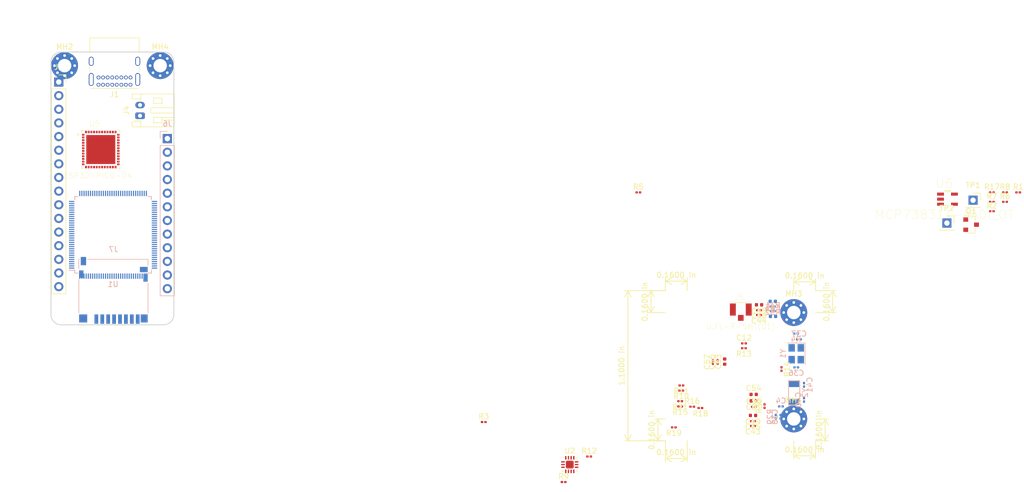
<source format=kicad_pcb>
(kicad_pcb (version 20171130) (host pcbnew 5.1.2)

  (general
    (thickness 1.6)
    (drawings 22)
    (tracks 0)
    (zones 0)
    (modules 64)
    (nets 75)
  )

  (page A4)
  (layers
    (0 F.Cu signal)
    (1 In1.Cu signal)
    (2 In2.Cu signal)
    (31 B.Cu signal)
    (32 B.Adhes user)
    (33 F.Adhes user)
    (34 B.Paste user)
    (35 F.Paste user)
    (36 B.SilkS user)
    (37 F.SilkS user)
    (38 B.Mask user)
    (39 F.Mask user)
    (40 Dwgs.User user)
    (41 Cmts.User user)
    (42 Eco1.User user)
    (43 Eco2.User user)
    (44 Edge.Cuts user)
    (45 Margin user)
    (46 B.CrtYd user)
    (47 F.CrtYd user)
    (48 B.Fab user)
    (49 F.Fab user)
  )

  (setup
    (last_trace_width 0.15)
    (trace_clearance 0.1)
    (zone_clearance 0.508)
    (zone_45_only no)
    (trace_min 0.15)
    (via_size 0.8)
    (via_drill 0.4)
    (via_min_size 0.4)
    (via_min_drill 0.3)
    (uvia_size 0.3)
    (uvia_drill 0.1)
    (uvias_allowed no)
    (uvia_min_size 0.2)
    (uvia_min_drill 0.1)
    (edge_width 0.15)
    (segment_width 0.2)
    (pcb_text_width 0.3)
    (pcb_text_size 1.5 1.5)
    (mod_edge_width 0.15)
    (mod_text_size 1 1)
    (mod_text_width 0.15)
    (pad_size 1.524 1.524)
    (pad_drill 0.762)
    (pad_to_mask_clearance 0.2)
    (aux_axis_origin 0 0)
    (visible_elements FFF9FF1F)
    (pcbplotparams
      (layerselection 0x010fc_ffffffff)
      (usegerberextensions false)
      (usegerberattributes false)
      (usegerberadvancedattributes false)
      (creategerberjobfile false)
      (excludeedgelayer true)
      (linewidth 0.100000)
      (plotframeref false)
      (viasonmask false)
      (mode 1)
      (useauxorigin false)
      (hpglpennumber 1)
      (hpglpenspeed 20)
      (hpglpendiameter 15.000000)
      (psnegative false)
      (psa4output false)
      (plotreference true)
      (plotvalue true)
      (plotinvisibletext false)
      (padsonsilk false)
      (subtractmaskfromsilk false)
      (outputformat 1)
      (mirror false)
      (drillshape 1)
      (scaleselection 1)
      (outputdirectory ""))
  )

  (net 0 "")
  (net 1 +1V8)
  (net 2 GND)
  (net 3 "Net-(C4-Pad2)")
  (net 4 +1V2)
  (net 5 +BATT)
  (net 6 +3V3)
  (net 7 "Net-(C36-Pad1)")
  (net 8 "Net-(C37-Pad1)")
  (net 9 "Net-(C40-Pad2)")
  (net 10 "Net-(C41-Pad2)")
  (net 11 "/PMIC Power Battery/SVREF")
  (net 12 "Net-(R4-Pad1)")
  (net 13 "Net-(R30-Pad2)")
  (net 14 "/PMIC Power Battery/VCC_PE")
  (net 15 "/WIFI, BT, RT/EN")
  (net 16 "/All V3s input output/RST")
  (net 17 "/All V3s input output/I2C0_SDA")
  (net 18 "/All V3s input output/I2C0_CLK")
  (net 19 "/All V3s input output/CSI_I2C_SDA")
  (net 20 "/All V3s input output/CSI_I2C_SCL")
  (net 21 "/All V3s input output/PF0")
  (net 22 "/All V3s input output/PF1")
  (net 23 "/All V3s input output/PF2")
  (net 24 "/All V3s input output/PF3")
  (net 25 "/All V3s input output/PF4")
  (net 26 "/All V3s input output/PF5")
  (net 27 "Net-(R13-Pad1)")
  (net 28 "/WIFI, BT, RT/IO0")
  (net 29 "/WIFI, BT, RT/IO0_PULL")
  (net 30 "/All V3s input output/SDIO1_DAT0")
  (net 31 "/WIFI, BT, RT/IO2_PULL")
  (net 32 "/All V3s input output/SDIO1_DAT1")
  (net 33 "/All V3s input output/SDIO1_DAT2")
  (net 34 "/All V3s input output/SDIO1_DAT3")
  (net 35 "/All V3s input output/SDIO1_CMD")
  (net 36 "/All V3s input output/SDIO1_CLK")
  (net 37 "/WIFI, BT, RT/UART0_RX")
  (net 38 "/WIFI, BT, RT/UART0_TX")
  (net 39 +3.3VA)
  (net 40 /USB_D_P)
  (net 41 /VBUS)
  (net 42 /CC2)
  (net 43 /USB_D_N)
  (net 44 /CC1)
  (net 45 /FreePin)
  (net 46 /UART_TX_D0)
  (net 47 /UART_RX_D0)
  (net 48 /MISO)
  (net 49 /MOSI)
  (net 50 /SCK)
  (net 51 /AIN5)
  (net 52 /AIN4)
  (net 53 /AIN3)
  (net 54 /AIN2)
  (net 55 /AIN1)
  (net 56 /AIN0)
  (net 57 "Net-(J5-Pad3)")
  (net 58 /I2C_SDA)
  (net 59 /I2C_SCL)
  (net 60 /GPIO0)
  (net 61 /GPIO1)
  (net 62 /GPIO2)
  (net 63 /GPIO3)
  (net 64 /GPIO4)
  (net 65 /GPIO5)
  (net 66 /GPIO6)
  (net 67 "Net-(J7-Pad11)")
  (net 68 "Net-(C2-Pad1)")
  (net 69 "Net-(D1-Pad2)")
  (net 70 "/PMIC Power Battery/VBUS")
  (net 71 "Net-(R7-Pad1)")
  (net 72 "Net-(R8-Pad1)")
  (net 73 "Net-(R17-Pad2)")
  (net 74 "/All V3s input output/USB_INT")

  (net_class Default "This is the default net class."
    (clearance 0.1)
    (trace_width 0.15)
    (via_dia 0.8)
    (via_drill 0.4)
    (uvia_dia 0.3)
    (uvia_drill 0.1)
    (add_net +1V2)
    (add_net +1V8)
    (add_net +3.3VA)
    (add_net +3V3)
    (add_net +BATT)
    (add_net -BATT)
    (add_net /AIN0)
    (add_net /AIN1)
    (add_net /AIN2)
    (add_net /AIN3)
    (add_net /AIN4)
    (add_net /AIN5)
    (add_net "/All V3s input output/CSI_HSYNC")
    (add_net "/All V3s input output/CSI_I2C_SCL")
    (add_net "/All V3s input output/CSI_I2C_SDA")
    (add_net "/All V3s input output/CSI_MCLK")
    (add_net "/All V3s input output/CSI_PCLK")
    (add_net "/All V3s input output/CSI_PWDN")
    (add_net "/All V3s input output/CSI_VSYNC")
    (add_net "/All V3s input output/CSI_Y0")
    (add_net "/All V3s input output/CSI_Y1")
    (add_net "/All V3s input output/CSI_Y2")
    (add_net "/All V3s input output/CSI_Y3")
    (add_net "/All V3s input output/CSI_Y4")
    (add_net "/All V3s input output/CSI_Y5")
    (add_net "/All V3s input output/CSI_Y6")
    (add_net "/All V3s input output/CSI_Y7")
    (add_net "/All V3s input output/CSI_Y8")
    (add_net "/All V3s input output/CSI_Y9")
    (add_net "/All V3s input output/HBIAS")
    (add_net "/All V3s input output/HPCOM")
    (add_net "/All V3s input output/HPCOMFB")
    (add_net "/All V3s input output/HPOUTL")
    (add_net "/All V3s input output/HPOUTR")
    (add_net "/All V3s input output/I2C0_CLK")
    (add_net "/All V3s input output/I2C0_SDA")
    (add_net "/All V3s input output/MICIN1N")
    (add_net "/All V3s input output/MICIN1P")
    (add_net "/All V3s input output/PF0")
    (add_net "/All V3s input output/PF1")
    (add_net "/All V3s input output/PF2")
    (add_net "/All V3s input output/PF3")
    (add_net "/All V3s input output/PF4")
    (add_net "/All V3s input output/PF5")
    (add_net "/All V3s input output/RST")
    (add_net "/All V3s input output/SDIO1_CLK")
    (add_net "/All V3s input output/SDIO1_CMD")
    (add_net "/All V3s input output/SDIO1_DAT0")
    (add_net "/All V3s input output/SDIO1_DAT1")
    (add_net "/All V3s input output/SDIO1_DAT2")
    (add_net "/All V3s input output/SDIO1_DAT3")
    (add_net "/All V3s input output/SPI_CLK")
    (add_net "/All V3s input output/SPI_MISO")
    (add_net "/All V3s input output/SPI_MOSI")
    (add_net "/All V3s input output/USB_INT")
    (add_net "/All V3s input output/~CSI_RST")
    (add_net /CC1)
    (add_net /CC2)
    (add_net /EN)
    (add_net /FreePin)
    (add_net /GPIO0)
    (add_net /GPIO1)
    (add_net /GPIO2)
    (add_net /GPIO3)
    (add_net /GPIO4)
    (add_net /GPIO5)
    (add_net /GPIO6)
    (add_net /I2C_SCL)
    (add_net /I2C_SDA)
    (add_net /MISO)
    (add_net /MOSI)
    (add_net "/PMIC Power Battery/3.3V_EN")
    (add_net "/PMIC Power Battery/SVREF")
    (add_net "/PMIC Power Battery/VBUS")
    (add_net "/PMIC Power Battery/VCC_PE")
    (add_net "/PMIC Power Battery/VCC_RTC")
    (add_net /RST)
    (add_net /SCK)
    (add_net /UART_RX_D0)
    (add_net /UART_TX_D0)
    (add_net /USB_D_N)
    (add_net /USB_D_P)
    (add_net /VBUS)
    (add_net "/WIFI, BT, RT/EN")
    (add_net "/WIFI, BT, RT/IO0")
    (add_net "/WIFI, BT, RT/IO0_PULL")
    (add_net "/WIFI, BT, RT/IO2_PULL")
    (add_net "/WIFI, BT, RT/UART0_RX")
    (add_net "/WIFI, BT, RT/UART0_TX")
    (add_net GND)
    (add_net "Net-(C2-Pad1)")
    (add_net "Net-(C36-Pad1)")
    (add_net "Net-(C37-Pad1)")
    (add_net "Net-(C4-Pad2)")
    (add_net "Net-(C40-Pad2)")
    (add_net "Net-(C41-Pad2)")
    (add_net "Net-(D1-Pad2)")
    (add_net "Net-(D2-Pad1)")
    (add_net "Net-(J1-PadA8)")
    (add_net "Net-(J1-PadB8)")
    (add_net "Net-(J2-Pad3)")
    (add_net "Net-(J5-Pad3)")
    (add_net "Net-(J7-Pad10)")
    (add_net "Net-(J7-Pad11)")
    (add_net "Net-(J7-Pad9)")
    (add_net "Net-(R12-Pad1)")
    (add_net "Net-(R13-Pad1)")
    (add_net "Net-(R17-Pad2)")
    (add_net "Net-(R30-Pad2)")
    (add_net "Net-(R4-Pad1)")
    (add_net "Net-(R7-Pad1)")
    (add_net "Net-(R8-Pad1)")
    (add_net "Net-(U1-Pad10)")
    (add_net "Net-(U1-Pad11)")
    (add_net "Net-(U1-Pad112)")
    (add_net "Net-(U1-Pad13)")
    (add_net "Net-(U1-Pad14)")
    (add_net "Net-(U1-Pad43)")
    (add_net "Net-(U1-Pad44)")
    (add_net "Net-(U1-Pad54)")
    (add_net "Net-(U1-Pad6)")
    (add_net "Net-(U1-Pad7)")
    (add_net "Net-(U1-Pad77)")
    (add_net "Net-(U1-Pad78)")
    (add_net "Net-(U1-Pad81)")
    (add_net "Net-(U1-Pad82)")
    (add_net "Net-(U1-Pad83)")
    (add_net "Net-(U1-Pad84)")
    (add_net "Net-(U1-Pad86)")
    (add_net "Net-(U1-Pad87)")
    (add_net "Net-(U1-Pad89)")
    (add_net "Net-(U1-Pad90)")
    (add_net "Net-(U1-Pad91)")
    (add_net "Net-(U1-Pad92)")
    (add_net "Net-(U5-Pad25)")
    (add_net "Net-(U5-Pad26)")
    (add_net "Net-(U5-Pad27)")
    (add_net "Net-(U5-Pad30)")
    (add_net "Net-(U5-Pad31)")
    (add_net "Net-(U5-Pad32)")
    (add_net "Net-(U5-Pad33)")
  )

  (module MCP73831T-4ADI_OT:SOT95P280X145-5N (layer F.Cu) (tedit 0) (tstamp 5D2FD678)
    (at 192.168399 59.1511)
    (path /5BC231CB/5D302000)
    (attr smd)
    (fp_text reference U6 (at -0.585836 -2.92921) (layer F.SilkS)
      (effects (font (size 1.64461 1.64461) (thickness 0.05)))
    )
    (fp_text value MCP73831T-4ADI_OT (at -0.560721 2.87999) (layer F.SilkS)
      (effects (font (size 1.64559 1.64559) (thickness 0.05)))
    )
    (fp_arc (start 0 -1.5494) (end -0.3048 -1.5494) (angle -180) (layer Dwgs.User) (width 0))
    (fp_line (start 1.4986 -1.1938) (end 0.8636 -1.1938) (layer Dwgs.User) (width 0.1524))
    (fp_line (start 1.4986 -0.7112) (end 1.4986 -1.1938) (layer Dwgs.User) (width 0.1524))
    (fp_line (start 0.8636 -0.7112) (end 1.4986 -0.7112) (layer Dwgs.User) (width 0.1524))
    (fp_line (start 0.8636 -1.1938) (end 0.8636 -0.7112) (layer Dwgs.User) (width 0.1524))
    (fp_line (start 0.8636 -1.5494) (end 0.8636 -1.1938) (layer Dwgs.User) (width 0.1524))
    (fp_line (start 1.4986 0.7112) (end 0.8636 0.7112) (layer Dwgs.User) (width 0.1524))
    (fp_line (start 1.4986 1.1938) (end 1.4986 0.7112) (layer Dwgs.User) (width 0.1524))
    (fp_line (start 0.8636 1.1938) (end 1.4986 1.1938) (layer Dwgs.User) (width 0.1524))
    (fp_line (start -1.4986 1.1938) (end -0.8636 1.1938) (layer Dwgs.User) (width 0.1524))
    (fp_line (start -1.4986 0.7112) (end -1.4986 1.1938) (layer Dwgs.User) (width 0.1524))
    (fp_line (start -0.8636 0.7112) (end -1.4986 0.7112) (layer Dwgs.User) (width 0.1524))
    (fp_line (start -0.8636 1.1938) (end -0.8636 0.7112) (layer Dwgs.User) (width 0.1524))
    (fp_line (start -0.8636 1.5494) (end -0.8636 1.1938) (layer Dwgs.User) (width 0.1524))
    (fp_line (start -1.4986 0.254) (end -0.8636 0.254) (layer Dwgs.User) (width 0.1524))
    (fp_line (start -1.4986 -0.254) (end -1.4986 0.254) (layer Dwgs.User) (width 0.1524))
    (fp_line (start -0.8636 -0.254) (end -1.4986 -0.254) (layer Dwgs.User) (width 0.1524))
    (fp_line (start -1.4986 -0.7112) (end -0.8636 -0.7112) (layer Dwgs.User) (width 0.1524))
    (fp_line (start -1.4986 -1.1938) (end -1.4986 -0.7112) (layer Dwgs.User) (width 0.1524))
    (fp_line (start -0.8636 -1.1938) (end -1.4986 -1.1938) (layer Dwgs.User) (width 0.1524))
    (fp_line (start -0.8636 0.254) (end -0.8636 0.7112) (layer Dwgs.User) (width 0.1524))
    (fp_line (start -0.8636 -0.254) (end -0.8636 0.254) (layer Dwgs.User) (width 0.1524))
    (fp_line (start -0.8636 -0.7112) (end -0.8636 -0.254) (layer Dwgs.User) (width 0.1524))
    (fp_line (start -0.8636 -1.1938) (end -0.8636 -0.7112) (layer Dwgs.User) (width 0.1524))
    (fp_line (start -0.8636 -1.5494) (end -0.8636 -1.1938) (layer Dwgs.User) (width 0.1524))
    (fp_line (start -0.3048 -1.5494) (end -0.8636 -1.5494) (layer Dwgs.User) (width 0.1524))
    (fp_line (start 0.3048 -1.5494) (end -0.3048 -1.5494) (layer Dwgs.User) (width 0.1524))
    (fp_line (start 0.8636 -1.5494) (end 0.3048 -1.5494) (layer Dwgs.User) (width 0.1524))
    (fp_line (start 0.8636 0.7112) (end 0.8636 -0.7112) (layer Dwgs.User) (width 0.1524))
    (fp_line (start 0.8636 1.1938) (end 0.8636 0.7112) (layer Dwgs.User) (width 0.1524))
    (fp_line (start 0.8636 1.5494) (end 0.8636 1.1938) (layer Dwgs.User) (width 0.1524))
    (fp_line (start -0.8636 1.5494) (end 0.8636 1.5494) (layer Dwgs.User) (width 0.1524))
    (fp_arc (start 0 -1.5494) (end -0.3048 -1.5494) (angle -180) (layer F.SilkS) (width 0))
    (fp_line (start -0.3048 -1.5494) (end -0.6096 -1.5494) (layer F.SilkS) (width 0.1524))
    (fp_line (start 0.3048 -1.5494) (end -0.3048 -1.5494) (layer F.SilkS) (width 0.1524))
    (fp_line (start 0.6096 -1.5494) (end 0.3048 -1.5494) (layer F.SilkS) (width 0.1524))
    (pad 5 smd rect (at 1.2954 -0.9398) (size 1.27 0.5588) (layers F.Cu F.Paste F.Mask)
      (net 72 "Net-(R8-Pad1)"))
    (pad 4 smd rect (at 1.2954 0.9398) (size 1.27 0.5588) (layers F.Cu F.Paste F.Mask)
      (net 71 "Net-(R7-Pad1)"))
    (pad 3 smd rect (at -1.2954 0.9398) (size 1.27 0.5588) (layers F.Cu F.Paste F.Mask)
      (net 5 +BATT))
    (pad 2 smd rect (at -1.2954 0) (size 1.27 0.5588) (layers F.Cu F.Paste F.Mask)
      (net 2 GND))
    (pad 1 smd rect (at -1.2954 -0.9398) (size 1.27 0.5588) (layers F.Cu F.Paste F.Mask)
      (net 73 "Net-(R17-Pad2)"))
  )

  (module Package_TO_SOT_SMD:SOT-23 (layer F.Cu) (tedit 5A02FF57) (tstamp 5D2FD1D1)
    (at 196.563 63.9005)
    (descr "SOT-23, Standard")
    (tags SOT-23)
    (path /5BC231CB/5D33707E)
    (attr smd)
    (fp_text reference Q1 (at 0 -2.5) (layer F.SilkS)
      (effects (font (size 1 1) (thickness 0.15)))
    )
    (fp_text value "S8050(SOT-23)" (at 0 2.5) (layer F.Fab)
      (effects (font (size 1 1) (thickness 0.15)))
    )
    (fp_line (start 0.76 1.58) (end -0.7 1.58) (layer F.SilkS) (width 0.12))
    (fp_line (start 0.76 -1.58) (end -1.4 -1.58) (layer F.SilkS) (width 0.12))
    (fp_line (start -1.7 1.75) (end -1.7 -1.75) (layer F.CrtYd) (width 0.05))
    (fp_line (start 1.7 1.75) (end -1.7 1.75) (layer F.CrtYd) (width 0.05))
    (fp_line (start 1.7 -1.75) (end 1.7 1.75) (layer F.CrtYd) (width 0.05))
    (fp_line (start -1.7 -1.75) (end 1.7 -1.75) (layer F.CrtYd) (width 0.05))
    (fp_line (start 0.76 -1.58) (end 0.76 -0.65) (layer F.SilkS) (width 0.12))
    (fp_line (start 0.76 1.58) (end 0.76 0.65) (layer F.SilkS) (width 0.12))
    (fp_line (start -0.7 1.52) (end 0.7 1.52) (layer F.Fab) (width 0.1))
    (fp_line (start 0.7 -1.52) (end 0.7 1.52) (layer F.Fab) (width 0.1))
    (fp_line (start -0.7 -0.95) (end -0.15 -1.52) (layer F.Fab) (width 0.1))
    (fp_line (start -0.15 -1.52) (end 0.7 -1.52) (layer F.Fab) (width 0.1))
    (fp_line (start -0.7 -0.95) (end -0.7 1.5) (layer F.Fab) (width 0.1))
    (fp_text user %R (at 0 0 90) (layer F.Fab)
      (effects (font (size 0.5 0.5) (thickness 0.075)))
    )
    (pad 3 smd rect (at 1 0) (size 0.9 0.8) (layers F.Cu F.Paste F.Mask)
      (net 5 +BATT))
    (pad 2 smd rect (at -1 0.95) (size 0.9 0.8) (layers F.Cu F.Paste F.Mask)
      (net 68 "Net-(C2-Pad1)"))
    (pad 1 smd rect (at -1 -0.95) (size 0.9 0.8) (layers F.Cu F.Paste F.Mask)
      (net 69 "Net-(D1-Pad2)"))
    (model ${KISYS3DMOD}/Package_TO_SOT_SMD.3dshapes/SOT-23.wrl
      (at (xyz 0 0 0))
      (scale (xyz 1 1 1))
      (rotate (xyz 0 0 0))
    )
  )

  (module MountingHole:MountingHole_2.5mm_Pad_Via (layer F.Cu) (tedit 56DDBAEA) (tstamp 5CAA8193)
    (at 45.72 34.29)
    (descr "Mounting Hole 2.5mm")
    (tags "mounting hole 2.5mm")
    (path /5BC1A198)
    (attr virtual)
    (fp_text reference MH4 (at 0 -3.5) (layer F.SilkS)
      (effects (font (size 1 1) (thickness 0.15)))
    )
    (fp_text value MountingHole_Pad (at 0 3.5) (layer F.Fab)
      (effects (font (size 1 1) (thickness 0.15)))
    )
    (fp_circle (center 0 0) (end 2.75 0) (layer F.CrtYd) (width 0.05))
    (fp_circle (center 0 0) (end 2.5 0) (layer Cmts.User) (width 0.15))
    (fp_text user %R (at 0.3 0) (layer F.Fab)
      (effects (font (size 1 1) (thickness 0.15)))
    )
    (pad 1 thru_hole circle (at 1.325825 -1.325825) (size 0.8 0.8) (drill 0.5) (layers *.Cu *.Mask)
      (net 2 GND))
    (pad 1 thru_hole circle (at 0 -1.875) (size 0.8 0.8) (drill 0.5) (layers *.Cu *.Mask)
      (net 2 GND))
    (pad 1 thru_hole circle (at -1.325825 -1.325825) (size 0.8 0.8) (drill 0.5) (layers *.Cu *.Mask)
      (net 2 GND))
    (pad 1 thru_hole circle (at -1.875 0) (size 0.8 0.8) (drill 0.5) (layers *.Cu *.Mask)
      (net 2 GND))
    (pad 1 thru_hole circle (at -1.325825 1.325825) (size 0.8 0.8) (drill 0.5) (layers *.Cu *.Mask)
      (net 2 GND))
    (pad 1 thru_hole circle (at 0 1.875) (size 0.8 0.8) (drill 0.5) (layers *.Cu *.Mask)
      (net 2 GND))
    (pad 1 thru_hole circle (at 1.325825 1.325825) (size 0.8 0.8) (drill 0.5) (layers *.Cu *.Mask)
      (net 2 GND))
    (pad 1 thru_hole circle (at 1.875 0) (size 0.8 0.8) (drill 0.5) (layers *.Cu *.Mask)
      (net 2 GND))
    (pad 1 thru_hole circle (at 0 0) (size 5 5) (drill 2.5) (layers *.Cu *.Mask)
      (net 2 GND))
  )

  (module MountingHole:MountingHole_2.5mm_Pad_Via (layer F.Cu) (tedit 56DDBAEA) (tstamp 5CB31F86)
    (at 163.576 80.264)
    (descr "Mounting Hole 2.5mm")
    (tags "mounting hole 2.5mm")
    (path /5BC1A147)
    (attr virtual)
    (fp_text reference MH3 (at 0 -3.5) (layer F.SilkS)
      (effects (font (size 1 1) (thickness 0.15)))
    )
    (fp_text value MountingHole_Pad (at 0 3.5) (layer F.Fab)
      (effects (font (size 1 1) (thickness 0.15)))
    )
    (fp_circle (center 0 0) (end 2.75 0) (layer F.CrtYd) (width 0.05))
    (fp_circle (center 0 0) (end 2.5 0) (layer Cmts.User) (width 0.15))
    (fp_text user %R (at 0.3 0) (layer F.Fab)
      (effects (font (size 1 1) (thickness 0.15)))
    )
    (pad 1 thru_hole circle (at 1.325825 -1.325825) (size 0.8 0.8) (drill 0.5) (layers *.Cu *.Mask)
      (net 2 GND))
    (pad 1 thru_hole circle (at 0 -1.875) (size 0.8 0.8) (drill 0.5) (layers *.Cu *.Mask)
      (net 2 GND))
    (pad 1 thru_hole circle (at -1.325825 -1.325825) (size 0.8 0.8) (drill 0.5) (layers *.Cu *.Mask)
      (net 2 GND))
    (pad 1 thru_hole circle (at -1.875 0) (size 0.8 0.8) (drill 0.5) (layers *.Cu *.Mask)
      (net 2 GND))
    (pad 1 thru_hole circle (at -1.325825 1.325825) (size 0.8 0.8) (drill 0.5) (layers *.Cu *.Mask)
      (net 2 GND))
    (pad 1 thru_hole circle (at 0 1.875) (size 0.8 0.8) (drill 0.5) (layers *.Cu *.Mask)
      (net 2 GND))
    (pad 1 thru_hole circle (at 1.325825 1.325825) (size 0.8 0.8) (drill 0.5) (layers *.Cu *.Mask)
      (net 2 GND))
    (pad 1 thru_hole circle (at 1.875 0) (size 0.8 0.8) (drill 0.5) (layers *.Cu *.Mask)
      (net 2 GND))
    (pad 1 thru_hole circle (at 0 0) (size 5 5) (drill 2.5) (layers *.Cu *.Mask)
      (net 2 GND))
  )

  (module MountingHole:MountingHole_2.5mm_Pad_Via (layer F.Cu) (tedit 56DDBAEA) (tstamp 5CB4780A)
    (at 27.94 34.29)
    (descr "Mounting Hole 2.5mm")
    (tags "mounting hole 2.5mm")
    (path /5BC1A0DB)
    (attr virtual)
    (fp_text reference MH2 (at 0 -3.5) (layer F.SilkS)
      (effects (font (size 1 1) (thickness 0.15)))
    )
    (fp_text value MountingHole_Pad (at 0 3.5) (layer F.Fab)
      (effects (font (size 1 1) (thickness 0.15)))
    )
    (fp_circle (center 0 0) (end 2.75 0) (layer F.CrtYd) (width 0.05))
    (fp_circle (center 0 0) (end 2.5 0) (layer Cmts.User) (width 0.15))
    (fp_text user %R (at 0.3 0) (layer F.Fab)
      (effects (font (size 1 1) (thickness 0.15)))
    )
    (pad 1 thru_hole circle (at 1.325825 -1.325825) (size 0.8 0.8) (drill 0.5) (layers *.Cu *.Mask)
      (net 2 GND))
    (pad 1 thru_hole circle (at 0 -1.875) (size 0.8 0.8) (drill 0.5) (layers *.Cu *.Mask)
      (net 2 GND))
    (pad 1 thru_hole circle (at -1.325825 -1.325825) (size 0.8 0.8) (drill 0.5) (layers *.Cu *.Mask)
      (net 2 GND))
    (pad 1 thru_hole circle (at -1.875 0) (size 0.8 0.8) (drill 0.5) (layers *.Cu *.Mask)
      (net 2 GND))
    (pad 1 thru_hole circle (at -1.325825 1.325825) (size 0.8 0.8) (drill 0.5) (layers *.Cu *.Mask)
      (net 2 GND))
    (pad 1 thru_hole circle (at 0 1.875) (size 0.8 0.8) (drill 0.5) (layers *.Cu *.Mask)
      (net 2 GND))
    (pad 1 thru_hole circle (at 1.325825 1.325825) (size 0.8 0.8) (drill 0.5) (layers *.Cu *.Mask)
      (net 2 GND))
    (pad 1 thru_hole circle (at 1.875 0) (size 0.8 0.8) (drill 0.5) (layers *.Cu *.Mask)
      (net 2 GND))
    (pad 1 thru_hole circle (at 0 0) (size 5 5) (drill 2.5) (layers *.Cu *.Mask)
      (net 2 GND))
  )

  (module MountingHole:MountingHole_2.5mm_Pad_Via (layer F.Cu) (tedit 56DDBAEA) (tstamp 5CAA817E)
    (at 163.576 100.076)
    (descr "Mounting Hole 2.5mm")
    (tags "mounting hole 2.5mm")
    (path /5BC1A07F)
    (attr virtual)
    (fp_text reference MH1 (at 0 -3.5) (layer F.SilkS)
      (effects (font (size 1 1) (thickness 0.15)))
    )
    (fp_text value MountingHole_Pad (at 0 3.5) (layer F.Fab)
      (effects (font (size 1 1) (thickness 0.15)))
    )
    (fp_circle (center 0 0) (end 2.75 0) (layer F.CrtYd) (width 0.05))
    (fp_circle (center 0 0) (end 2.5 0) (layer Cmts.User) (width 0.15))
    (fp_text user %R (at 0.3 0) (layer F.Fab)
      (effects (font (size 1 1) (thickness 0.15)))
    )
    (pad 1 thru_hole circle (at 1.325825 -1.325825) (size 0.8 0.8) (drill 0.5) (layers *.Cu *.Mask)
      (net 2 GND))
    (pad 1 thru_hole circle (at 0 -1.875) (size 0.8 0.8) (drill 0.5) (layers *.Cu *.Mask)
      (net 2 GND))
    (pad 1 thru_hole circle (at -1.325825 -1.325825) (size 0.8 0.8) (drill 0.5) (layers *.Cu *.Mask)
      (net 2 GND))
    (pad 1 thru_hole circle (at -1.875 0) (size 0.8 0.8) (drill 0.5) (layers *.Cu *.Mask)
      (net 2 GND))
    (pad 1 thru_hole circle (at -1.325825 1.325825) (size 0.8 0.8) (drill 0.5) (layers *.Cu *.Mask)
      (net 2 GND))
    (pad 1 thru_hole circle (at 0 1.875) (size 0.8 0.8) (drill 0.5) (layers *.Cu *.Mask)
      (net 2 GND))
    (pad 1 thru_hole circle (at 1.325825 1.325825) (size 0.8 0.8) (drill 0.5) (layers *.Cu *.Mask)
      (net 2 GND))
    (pad 1 thru_hole circle (at 1.875 0) (size 0.8 0.8) (drill 0.5) (layers *.Cu *.Mask)
      (net 2 GND))
    (pad 1 thru_hole circle (at 0 0) (size 5 5) (drill 2.5) (layers *.Cu *.Mask)
      (net 2 GND))
  )

  (module Package_DFN_QFN:WQFN-14-1EP_2.5x2.5mm_P0.5mm_EP1.45x1.45mm (layer F.Cu) (tedit 5C6492E1) (tstamp 5D2FD5B7)
    (at 121.913 108.5705)
    (descr "WQFN, 14 Pin (https://www.onsemi.com/pub/Collateral/FUSB302B-D.PDF#page=32), generated with kicad-footprint-generator ipc_noLead_generator.py")
    (tags "WQFN NoLead")
    (path /5BC231CE/5D346297)
    (attr smd)
    (fp_text reference U2 (at 0 -2.55) (layer F.SilkS)
      (effects (font (size 1 1) (thickness 0.15)))
    )
    (fp_text value FUSB302B01MPX (at 0 2.55) (layer F.Fab)
      (effects (font (size 1 1) (thickness 0.15)))
    )
    (fp_text user %R (at 0 0) (layer F.Fab)
      (effects (font (size 0.62 0.62) (thickness 0.09)))
    )
    (fp_line (start 1.85 -1.85) (end -1.85 -1.85) (layer F.CrtYd) (width 0.05))
    (fp_line (start 1.85 1.85) (end 1.85 -1.85) (layer F.CrtYd) (width 0.05))
    (fp_line (start -1.85 1.85) (end 1.85 1.85) (layer F.CrtYd) (width 0.05))
    (fp_line (start -1.85 -1.85) (end -1.85 1.85) (layer F.CrtYd) (width 0.05))
    (fp_line (start -1.25 -0.625) (end -0.625 -1.25) (layer F.Fab) (width 0.1))
    (fp_line (start -1.25 1.25) (end -1.25 -0.625) (layer F.Fab) (width 0.1))
    (fp_line (start 1.25 1.25) (end -1.25 1.25) (layer F.Fab) (width 0.1))
    (fp_line (start 1.25 -1.25) (end 1.25 1.25) (layer F.Fab) (width 0.1))
    (fp_line (start -0.625 -1.25) (end 1.25 -1.25) (layer F.Fab) (width 0.1))
    (fp_line (start -1.135 -1.36) (end -1.36 -1.36) (layer F.SilkS) (width 0.12))
    (fp_line (start 1.36 1.36) (end 1.36 0.885) (layer F.SilkS) (width 0.12))
    (fp_line (start 1.135 1.36) (end 1.36 1.36) (layer F.SilkS) (width 0.12))
    (fp_line (start -1.36 1.36) (end -1.36 0.885) (layer F.SilkS) (width 0.12))
    (fp_line (start -1.135 1.36) (end -1.36 1.36) (layer F.SilkS) (width 0.12))
    (fp_line (start 1.36 -1.36) (end 1.36 -0.885) (layer F.SilkS) (width 0.12))
    (fp_line (start 1.135 -1.36) (end 1.36 -1.36) (layer F.SilkS) (width 0.12))
    (pad 14 smd roundrect (at -0.75 -1.2625) (size 0.25 0.675) (layers F.Cu F.Paste F.Mask) (roundrect_rratio 0.25)
      (net 42 /CC2))
    (pad 13 smd roundrect (at -0.25 -1.2625) (size 0.25 0.675) (layers F.Cu F.Paste F.Mask) (roundrect_rratio 0.25)
      (net 41 /VBUS))
    (pad 12 smd roundrect (at 0.25 -1.2625) (size 0.25 0.675) (layers F.Cu F.Paste F.Mask) (roundrect_rratio 0.25)
      (net 41 /VBUS))
    (pad 11 smd roundrect (at 0.75 -1.2625) (size 0.25 0.675) (layers F.Cu F.Paste F.Mask) (roundrect_rratio 0.25)
      (net 44 /CC1))
    (pad 10 smd roundrect (at 1.2625 -0.5) (size 0.675 0.25) (layers F.Cu F.Paste F.Mask) (roundrect_rratio 0.25)
      (net 44 /CC1))
    (pad 9 smd roundrect (at 1.2625 0) (size 0.675 0.25) (layers F.Cu F.Paste F.Mask) (roundrect_rratio 0.25)
      (net 2 GND))
    (pad 8 smd roundrect (at 1.2625 0.5) (size 0.675 0.25) (layers F.Cu F.Paste F.Mask) (roundrect_rratio 0.25)
      (net 2 GND))
    (pad 7 smd roundrect (at 0.75 1.2625) (size 0.25 0.675) (layers F.Cu F.Paste F.Mask) (roundrect_rratio 0.25)
      (net 17 "/All V3s input output/I2C0_SDA"))
    (pad 6 smd roundrect (at 0.25 1.2625) (size 0.25 0.675) (layers F.Cu F.Paste F.Mask) (roundrect_rratio 0.25)
      (net 18 "/All V3s input output/I2C0_CLK"))
    (pad 5 smd roundrect (at -0.25 1.2625) (size 0.25 0.675) (layers F.Cu F.Paste F.Mask) (roundrect_rratio 0.25)
      (net 74 "/All V3s input output/USB_INT"))
    (pad 4 smd roundrect (at -0.75 1.2625) (size 0.25 0.675) (layers F.Cu F.Paste F.Mask) (roundrect_rratio 0.25)
      (net 6 +3V3))
    (pad 3 smd roundrect (at -1.2625 0.5) (size 0.675 0.25) (layers F.Cu F.Paste F.Mask) (roundrect_rratio 0.25)
      (net 6 +3V3))
    (pad 2 smd roundrect (at -1.2625 0) (size 0.675 0.25) (layers F.Cu F.Paste F.Mask) (roundrect_rratio 0.25)
      (net 41 /VBUS))
    (pad 1 smd roundrect (at -1.2625 -0.5) (size 0.675 0.25) (layers F.Cu F.Paste F.Mask) (roundrect_rratio 0.25)
      (net 42 /CC2))
    (pad "" smd roundrect (at 0.36 0.36) (size 0.58 0.58) (layers F.Paste) (roundrect_rratio 0.25))
    (pad "" smd roundrect (at 0.36 -0.36) (size 0.58 0.58) (layers F.Paste) (roundrect_rratio 0.25))
    (pad "" smd roundrect (at -0.36 0.36) (size 0.58 0.58) (layers F.Paste) (roundrect_rratio 0.25))
    (pad "" smd roundrect (at -0.36 -0.36) (size 0.58 0.58) (layers F.Paste) (roundrect_rratio 0.25))
    (pad 15 smd roundrect (at 0 0) (size 1.45 1.45) (layers F.Cu F.Mask) (roundrect_rratio 0.172414)
      (net 2 GND))
    (model ${KISYS3DMOD}/Package_DFN_QFN.3dshapes/WQFN-14-1EP_2.5x2.5mm_P0.5mm_EP1.45x1.45mm.wrl
      (at (xyz 0 0 0))
      (scale (xyz 1 1 1))
      (rotate (xyz 0 0 0))
    )
  )

  (module Connector_PinSocket_2.54mm:PinSocket_1x01_P2.54mm_Vertical (layer F.Cu) (tedit 5A19A434) (tstamp 5D2FD463)
    (at 192.063 63.6005)
    (descr "Through hole straight socket strip, 1x01, 2.54mm pitch, single row (from Kicad 4.0.7), script generated")
    (tags "Through hole socket strip THT 1x01 2.54mm single row")
    (path /5BC231CB/5D30B279)
    (fp_text reference TP2 (at 0 -2.77) (layer F.SilkS)
      (effects (font (size 1 1) (thickness 0.15)))
    )
    (fp_text value CHRG_IN (at 0 2.77) (layer F.Fab)
      (effects (font (size 1 1) (thickness 0.15)))
    )
    (fp_text user %R (at 0 0) (layer F.Fab)
      (effects (font (size 1 1) (thickness 0.15)))
    )
    (fp_line (start -1.8 1.75) (end -1.8 -1.8) (layer F.CrtYd) (width 0.05))
    (fp_line (start 1.75 1.75) (end -1.8 1.75) (layer F.CrtYd) (width 0.05))
    (fp_line (start 1.75 -1.8) (end 1.75 1.75) (layer F.CrtYd) (width 0.05))
    (fp_line (start -1.8 -1.8) (end 1.75 -1.8) (layer F.CrtYd) (width 0.05))
    (fp_line (start 0 -1.33) (end 1.33 -1.33) (layer F.SilkS) (width 0.12))
    (fp_line (start 1.33 -1.33) (end 1.33 0) (layer F.SilkS) (width 0.12))
    (fp_line (start 1.33 1.21) (end 1.33 1.33) (layer F.SilkS) (width 0.12))
    (fp_line (start -1.33 1.21) (end -1.33 1.33) (layer F.SilkS) (width 0.12))
    (fp_line (start -1.33 1.33) (end 1.33 1.33) (layer F.SilkS) (width 0.12))
    (fp_line (start -1.27 1.27) (end -1.27 -1.27) (layer F.Fab) (width 0.1))
    (fp_line (start 1.27 1.27) (end -1.27 1.27) (layer F.Fab) (width 0.1))
    (fp_line (start 1.27 -0.635) (end 1.27 1.27) (layer F.Fab) (width 0.1))
    (fp_line (start 0.635 -1.27) (end 1.27 -0.635) (layer F.Fab) (width 0.1))
    (fp_line (start -1.27 -1.27) (end 0.635 -1.27) (layer F.Fab) (width 0.1))
    (pad 1 thru_hole rect (at 0 0) (size 1.7 1.7) (drill 1) (layers *.Cu *.Mask)
      (net 71 "Net-(R7-Pad1)"))
    (model ${KISYS3DMOD}/Connector_PinSocket_2.54mm.3dshapes/PinSocket_1x01_P2.54mm_Vertical.wrl
      (at (xyz 0 0 0))
      (scale (xyz 1 1 1))
      (rotate (xyz 0 0 0))
    )
  )

  (module Connector_PinSocket_2.54mm:PinSocket_1x01_P2.54mm_Vertical (layer F.Cu) (tedit 5A19A434) (tstamp 5D2FD44F)
    (at 196.923 59.3505)
    (descr "Through hole straight socket strip, 1x01, 2.54mm pitch, single row (from Kicad 4.0.7), script generated")
    (tags "Through hole socket strip THT 1x01 2.54mm single row")
    (path /5BC231CB/5D33A93A)
    (fp_text reference TP1 (at 0 -2.77) (layer F.SilkS)
      (effects (font (size 1 1) (thickness 0.15)))
    )
    (fp_text value PWR_SRC (at 0 2.77) (layer F.Fab)
      (effects (font (size 1 1) (thickness 0.15)))
    )
    (fp_text user %R (at 0 0) (layer F.Fab)
      (effects (font (size 1 1) (thickness 0.15)))
    )
    (fp_line (start -1.8 1.75) (end -1.8 -1.8) (layer F.CrtYd) (width 0.05))
    (fp_line (start 1.75 1.75) (end -1.8 1.75) (layer F.CrtYd) (width 0.05))
    (fp_line (start 1.75 -1.8) (end 1.75 1.75) (layer F.CrtYd) (width 0.05))
    (fp_line (start -1.8 -1.8) (end 1.75 -1.8) (layer F.CrtYd) (width 0.05))
    (fp_line (start 0 -1.33) (end 1.33 -1.33) (layer F.SilkS) (width 0.12))
    (fp_line (start 1.33 -1.33) (end 1.33 0) (layer F.SilkS) (width 0.12))
    (fp_line (start 1.33 1.21) (end 1.33 1.33) (layer F.SilkS) (width 0.12))
    (fp_line (start -1.33 1.21) (end -1.33 1.33) (layer F.SilkS) (width 0.12))
    (fp_line (start -1.33 1.33) (end 1.33 1.33) (layer F.SilkS) (width 0.12))
    (fp_line (start -1.27 1.27) (end -1.27 -1.27) (layer F.Fab) (width 0.1))
    (fp_line (start 1.27 1.27) (end -1.27 1.27) (layer F.Fab) (width 0.1))
    (fp_line (start 1.27 -0.635) (end 1.27 1.27) (layer F.Fab) (width 0.1))
    (fp_line (start 0.635 -1.27) (end 1.27 -0.635) (layer F.Fab) (width 0.1))
    (fp_line (start -1.27 -1.27) (end 0.635 -1.27) (layer F.Fab) (width 0.1))
    (pad 1 thru_hole rect (at 0 0) (size 1.7 1.7) (drill 1) (layers *.Cu *.Mask)
      (net 69 "Net-(D1-Pad2)"))
    (model ${KISYS3DMOD}/Connector_PinSocket_2.54mm.3dshapes/PinSocket_1x01_P2.54mm_Vertical.wrl
      (at (xyz 0 0 0))
      (scale (xyz 1 1 1))
      (rotate (xyz 0 0 0))
    )
  )

  (module Resistor_SMD:R_0201_0603Metric (layer F.Cu) (tedit 5B301BBD) (tstamp 5D2FD35B)
    (at 200.423 57.9005)
    (descr "Resistor SMD 0201 (0603 Metric), square (rectangular) end terminal, IPC_7351 nominal, (Body size source: https://www.vishay.com/docs/20052/crcw0201e3.pdf), generated with kicad-footprint-generator")
    (tags resistor)
    (path /5BC231CB/5D302D3D)
    (attr smd)
    (fp_text reference R17 (at 0 -1.05) (layer F.SilkS)
      (effects (font (size 1 1) (thickness 0.15)))
    )
    (fp_text value 470R (at 0 1.05) (layer F.Fab)
      (effects (font (size 1 1) (thickness 0.15)))
    )
    (fp_text user %R (at 0 -0.68) (layer F.Fab)
      (effects (font (size 0.25 0.25) (thickness 0.04)))
    )
    (fp_line (start 0.7 0.35) (end -0.7 0.35) (layer F.CrtYd) (width 0.05))
    (fp_line (start 0.7 -0.35) (end 0.7 0.35) (layer F.CrtYd) (width 0.05))
    (fp_line (start -0.7 -0.35) (end 0.7 -0.35) (layer F.CrtYd) (width 0.05))
    (fp_line (start -0.7 0.35) (end -0.7 -0.35) (layer F.CrtYd) (width 0.05))
    (fp_line (start 0.3 0.15) (end -0.3 0.15) (layer F.Fab) (width 0.1))
    (fp_line (start 0.3 -0.15) (end 0.3 0.15) (layer F.Fab) (width 0.1))
    (fp_line (start -0.3 -0.15) (end 0.3 -0.15) (layer F.Fab) (width 0.1))
    (fp_line (start -0.3 0.15) (end -0.3 -0.15) (layer F.Fab) (width 0.1))
    (pad 2 smd roundrect (at 0.32 0) (size 0.46 0.4) (layers F.Cu F.Mask) (roundrect_rratio 0.25)
      (net 73 "Net-(R17-Pad2)"))
    (pad 1 smd roundrect (at -0.32 0) (size 0.46 0.4) (layers F.Cu F.Mask) (roundrect_rratio 0.25))
    (pad "" smd roundrect (at 0.345 0) (size 0.318 0.36) (layers F.Paste) (roundrect_rratio 0.25))
    (pad "" smd roundrect (at -0.345 0) (size 0.318 0.36) (layers F.Paste) (roundrect_rratio 0.25))
    (model ${KISYS3DMOD}/Resistor_SMD.3dshapes/R_0201_0603Metric.wrl
      (at (xyz 0 0 0))
      (scale (xyz 1 1 1))
      (rotate (xyz 0 0 0))
    )
  )

  (module Resistor_SMD:R_0201_0603Metric (layer F.Cu) (tedit 5B301BBD) (tstamp 5D2FD2CA)
    (at 125.513 107.0705)
    (descr "Resistor SMD 0201 (0603 Metric), square (rectangular) end terminal, IPC_7351 nominal, (Body size source: https://www.vishay.com/docs/20052/crcw0201e3.pdf), generated with kicad-footprint-generator")
    (tags resistor)
    (path /5BC231CE/5D315380)
    (attr smd)
    (fp_text reference R12 (at 0 -1.05) (layer F.SilkS)
      (effects (font (size 1 1) (thickness 0.15)))
    )
    (fp_text value 10K (at 0 1.05) (layer F.Fab)
      (effects (font (size 1 1) (thickness 0.15)))
    )
    (fp_text user %R (at 0 -0.68) (layer F.Fab)
      (effects (font (size 0.25 0.25) (thickness 0.04)))
    )
    (fp_line (start 0.7 0.35) (end -0.7 0.35) (layer F.CrtYd) (width 0.05))
    (fp_line (start 0.7 -0.35) (end 0.7 0.35) (layer F.CrtYd) (width 0.05))
    (fp_line (start -0.7 -0.35) (end 0.7 -0.35) (layer F.CrtYd) (width 0.05))
    (fp_line (start -0.7 0.35) (end -0.7 -0.35) (layer F.CrtYd) (width 0.05))
    (fp_line (start 0.3 0.15) (end -0.3 0.15) (layer F.Fab) (width 0.1))
    (fp_line (start 0.3 -0.15) (end 0.3 0.15) (layer F.Fab) (width 0.1))
    (fp_line (start -0.3 -0.15) (end 0.3 -0.15) (layer F.Fab) (width 0.1))
    (fp_line (start -0.3 0.15) (end -0.3 -0.15) (layer F.Fab) (width 0.1))
    (pad 2 smd roundrect (at 0.32 0) (size 0.46 0.4) (layers F.Cu F.Mask) (roundrect_rratio 0.25)
      (net 6 +3V3))
    (pad 1 smd roundrect (at -0.32 0) (size 0.46 0.4) (layers F.Cu F.Mask) (roundrect_rratio 0.25))
    (pad "" smd roundrect (at 0.345 0) (size 0.318 0.36) (layers F.Paste) (roundrect_rratio 0.25))
    (pad "" smd roundrect (at -0.345 0) (size 0.318 0.36) (layers F.Paste) (roundrect_rratio 0.25))
    (model ${KISYS3DMOD}/Resistor_SMD.3dshapes/R_0201_0603Metric.wrl
      (at (xyz 0 0 0))
      (scale (xyz 1 1 1))
      (rotate (xyz 0 0 0))
    )
  )

  (module Resistor_SMD:R_0201_0603Metric (layer F.Cu) (tedit 5B301BBD) (tstamp 5D2FD279)
    (at 120.763 111.8205)
    (descr "Resistor SMD 0201 (0603 Metric), square (rectangular) end terminal, IPC_7351 nominal, (Body size source: https://www.vishay.com/docs/20052/crcw0201e3.pdf), generated with kicad-footprint-generator")
    (tags resistor)
    (path /5BC231CE/5D32DA86)
    (attr smd)
    (fp_text reference R9 (at 0 -1.05) (layer F.SilkS)
      (effects (font (size 1 1) (thickness 0.15)))
    )
    (fp_text value 47K (at 0 1.05) (layer F.Fab)
      (effects (font (size 1 1) (thickness 0.15)))
    )
    (fp_text user %R (at 0 -0.68) (layer F.Fab)
      (effects (font (size 0.25 0.25) (thickness 0.04)))
    )
    (fp_line (start 0.7 0.35) (end -0.7 0.35) (layer F.CrtYd) (width 0.05))
    (fp_line (start 0.7 -0.35) (end 0.7 0.35) (layer F.CrtYd) (width 0.05))
    (fp_line (start -0.7 -0.35) (end 0.7 -0.35) (layer F.CrtYd) (width 0.05))
    (fp_line (start -0.7 0.35) (end -0.7 -0.35) (layer F.CrtYd) (width 0.05))
    (fp_line (start 0.3 0.15) (end -0.3 0.15) (layer F.Fab) (width 0.1))
    (fp_line (start 0.3 -0.15) (end 0.3 0.15) (layer F.Fab) (width 0.1))
    (fp_line (start -0.3 -0.15) (end 0.3 -0.15) (layer F.Fab) (width 0.1))
    (fp_line (start -0.3 0.15) (end -0.3 -0.15) (layer F.Fab) (width 0.1))
    (pad 2 smd roundrect (at 0.32 0) (size 0.46 0.4) (layers F.Cu F.Mask) (roundrect_rratio 0.25)
      (net 26 "/All V3s input output/PF5"))
    (pad 1 smd roundrect (at -0.32 0) (size 0.46 0.4) (layers F.Cu F.Mask) (roundrect_rratio 0.25)
      (net 6 +3V3))
    (pad "" smd roundrect (at 0.345 0) (size 0.318 0.36) (layers F.Paste) (roundrect_rratio 0.25))
    (pad "" smd roundrect (at -0.345 0) (size 0.318 0.36) (layers F.Paste) (roundrect_rratio 0.25))
    (model ${KISYS3DMOD}/Resistor_SMD.3dshapes/R_0201_0603Metric.wrl
      (at (xyz 0 0 0))
      (scale (xyz 1 1 1))
      (rotate (xyz 0 0 0))
    )
  )

  (module Resistor_SMD:R_0201_0603Metric (layer F.Cu) (tedit 5B301BBD) (tstamp 5D2FD268)
    (at 202.873 57.9005)
    (descr "Resistor SMD 0201 (0603 Metric), square (rectangular) end terminal, IPC_7351 nominal, (Body size source: https://www.vishay.com/docs/20052/crcw0201e3.pdf), generated with kicad-footprint-generator")
    (tags resistor)
    (path /5BC231CB/5D313B09)
    (attr smd)
    (fp_text reference R8 (at 0 -1.05) (layer F.SilkS)
      (effects (font (size 1 1) (thickness 0.15)))
    )
    (fp_text value 2K (at 0 1.05) (layer F.Fab)
      (effects (font (size 1 1) (thickness 0.15)))
    )
    (fp_text user %R (at 0 -0.68) (layer F.Fab)
      (effects (font (size 0.25 0.25) (thickness 0.04)))
    )
    (fp_line (start 0.7 0.35) (end -0.7 0.35) (layer F.CrtYd) (width 0.05))
    (fp_line (start 0.7 -0.35) (end 0.7 0.35) (layer F.CrtYd) (width 0.05))
    (fp_line (start -0.7 -0.35) (end 0.7 -0.35) (layer F.CrtYd) (width 0.05))
    (fp_line (start -0.7 0.35) (end -0.7 -0.35) (layer F.CrtYd) (width 0.05))
    (fp_line (start 0.3 0.15) (end -0.3 0.15) (layer F.Fab) (width 0.1))
    (fp_line (start 0.3 -0.15) (end 0.3 0.15) (layer F.Fab) (width 0.1))
    (fp_line (start -0.3 -0.15) (end 0.3 -0.15) (layer F.Fab) (width 0.1))
    (fp_line (start -0.3 0.15) (end -0.3 -0.15) (layer F.Fab) (width 0.1))
    (pad 2 smd roundrect (at 0.32 0) (size 0.46 0.4) (layers F.Cu F.Mask) (roundrect_rratio 0.25)
      (net 2 GND))
    (pad 1 smd roundrect (at -0.32 0) (size 0.46 0.4) (layers F.Cu F.Mask) (roundrect_rratio 0.25)
      (net 72 "Net-(R8-Pad1)"))
    (pad "" smd roundrect (at 0.345 0) (size 0.318 0.36) (layers F.Paste) (roundrect_rratio 0.25))
    (pad "" smd roundrect (at -0.345 0) (size 0.318 0.36) (layers F.Paste) (roundrect_rratio 0.25))
    (model ${KISYS3DMOD}/Resistor_SMD.3dshapes/R_0201_0603Metric.wrl
      (at (xyz 0 0 0))
      (scale (xyz 1 1 1))
      (rotate (xyz 0 0 0))
    )
  )

  (module Resistor_SMD:R_0201_0603Metric (layer F.Cu) (tedit 5B301BBD) (tstamp 5D2FD257)
    (at 200.423 59.6505)
    (descr "Resistor SMD 0201 (0603 Metric), square (rectangular) end terminal, IPC_7351 nominal, (Body size source: https://www.vishay.com/docs/20052/crcw0201e3.pdf), generated with kicad-footprint-generator")
    (tags resistor)
    (path /5BC231CB/5D30A55B)
    (attr smd)
    (fp_text reference R7 (at 0 -1.05) (layer F.SilkS)
      (effects (font (size 1 1) (thickness 0.15)))
    )
    (fp_text value 0 (at 0 1.05) (layer F.Fab)
      (effects (font (size 1 1) (thickness 0.15)))
    )
    (fp_text user %R (at 0 -0.68) (layer F.Fab)
      (effects (font (size 0.25 0.25) (thickness 0.04)))
    )
    (fp_line (start 0.7 0.35) (end -0.7 0.35) (layer F.CrtYd) (width 0.05))
    (fp_line (start 0.7 -0.35) (end 0.7 0.35) (layer F.CrtYd) (width 0.05))
    (fp_line (start -0.7 -0.35) (end 0.7 -0.35) (layer F.CrtYd) (width 0.05))
    (fp_line (start -0.7 0.35) (end -0.7 -0.35) (layer F.CrtYd) (width 0.05))
    (fp_line (start 0.3 0.15) (end -0.3 0.15) (layer F.Fab) (width 0.1))
    (fp_line (start 0.3 -0.15) (end 0.3 0.15) (layer F.Fab) (width 0.1))
    (fp_line (start -0.3 -0.15) (end 0.3 -0.15) (layer F.Fab) (width 0.1))
    (fp_line (start -0.3 0.15) (end -0.3 -0.15) (layer F.Fab) (width 0.1))
    (pad 2 smd roundrect (at 0.32 0) (size 0.46 0.4) (layers F.Cu F.Mask) (roundrect_rratio 0.25)
      (net 70 "/PMIC Power Battery/VBUS"))
    (pad 1 smd roundrect (at -0.32 0) (size 0.46 0.4) (layers F.Cu F.Mask) (roundrect_rratio 0.25)
      (net 71 "Net-(R7-Pad1)"))
    (pad "" smd roundrect (at 0.345 0) (size 0.318 0.36) (layers F.Paste) (roundrect_rratio 0.25))
    (pad "" smd roundrect (at -0.345 0) (size 0.318 0.36) (layers F.Paste) (roundrect_rratio 0.25))
    (model ${KISYS3DMOD}/Resistor_SMD.3dshapes/R_0201_0603Metric.wrl
      (at (xyz 0 0 0))
      (scale (xyz 1 1 1))
      (rotate (xyz 0 0 0))
    )
  )

  (module Resistor_SMD:R_0201_0603Metric (layer F.Cu) (tedit 5B301BBD) (tstamp 5D2FD246)
    (at 202.873 59.6505)
    (descr "Resistor SMD 0201 (0603 Metric), square (rectangular) end terminal, IPC_7351 nominal, (Body size source: https://www.vishay.com/docs/20052/crcw0201e3.pdf), generated with kicad-footprint-generator")
    (tags resistor)
    (path /5BC231CB/5D34D781)
    (attr smd)
    (fp_text reference R6 (at 0 -1.05) (layer F.SilkS)
      (effects (font (size 1 1) (thickness 0.15)))
    )
    (fp_text value 100K (at 0 1.05) (layer F.Fab)
      (effects (font (size 1 1) (thickness 0.15)))
    )
    (fp_text user %R (at 0 -0.68) (layer F.Fab)
      (effects (font (size 0.25 0.25) (thickness 0.04)))
    )
    (fp_line (start 0.7 0.35) (end -0.7 0.35) (layer F.CrtYd) (width 0.05))
    (fp_line (start 0.7 -0.35) (end 0.7 0.35) (layer F.CrtYd) (width 0.05))
    (fp_line (start -0.7 -0.35) (end 0.7 -0.35) (layer F.CrtYd) (width 0.05))
    (fp_line (start -0.7 0.35) (end -0.7 -0.35) (layer F.CrtYd) (width 0.05))
    (fp_line (start 0.3 0.15) (end -0.3 0.15) (layer F.Fab) (width 0.1))
    (fp_line (start 0.3 -0.15) (end 0.3 0.15) (layer F.Fab) (width 0.1))
    (fp_line (start -0.3 -0.15) (end 0.3 -0.15) (layer F.Fab) (width 0.1))
    (fp_line (start -0.3 0.15) (end -0.3 -0.15) (layer F.Fab) (width 0.1))
    (pad 2 smd roundrect (at 0.32 0) (size 0.46 0.4) (layers F.Cu F.Mask) (roundrect_rratio 0.25)
      (net 68 "Net-(C2-Pad1)"))
    (pad 1 smd roundrect (at -0.32 0) (size 0.46 0.4) (layers F.Cu F.Mask) (roundrect_rratio 0.25))
    (pad "" smd roundrect (at 0.345 0) (size 0.318 0.36) (layers F.Paste) (roundrect_rratio 0.25))
    (pad "" smd roundrect (at -0.345 0) (size 0.318 0.36) (layers F.Paste) (roundrect_rratio 0.25))
    (model ${KISYS3DMOD}/Resistor_SMD.3dshapes/R_0201_0603Metric.wrl
      (at (xyz 0 0 0))
      (scale (xyz 1 1 1))
      (rotate (xyz 0 0 0))
    )
  )

  (module Resistor_SMD:R_0201_0603Metric (layer F.Cu) (tedit 5B301BBD) (tstamp 5D2FD235)
    (at 134.663 57.9005)
    (descr "Resistor SMD 0201 (0603 Metric), square (rectangular) end terminal, IPC_7351 nominal, (Body size source: https://www.vishay.com/docs/20052/crcw0201e3.pdf), generated with kicad-footprint-generator")
    (tags resistor)
    (path /5D37CFFA)
    (attr smd)
    (fp_text reference R5 (at 0 -1.05) (layer F.SilkS)
      (effects (font (size 1 1) (thickness 0.15)))
    )
    (fp_text value 10K (at 0 1.05) (layer F.Fab)
      (effects (font (size 1 1) (thickness 0.15)))
    )
    (fp_text user %R (at 0 -0.68) (layer F.Fab)
      (effects (font (size 0.25 0.25) (thickness 0.04)))
    )
    (fp_line (start 0.7 0.35) (end -0.7 0.35) (layer F.CrtYd) (width 0.05))
    (fp_line (start 0.7 -0.35) (end 0.7 0.35) (layer F.CrtYd) (width 0.05))
    (fp_line (start -0.7 -0.35) (end 0.7 -0.35) (layer F.CrtYd) (width 0.05))
    (fp_line (start -0.7 0.35) (end -0.7 -0.35) (layer F.CrtYd) (width 0.05))
    (fp_line (start 0.3 0.15) (end -0.3 0.15) (layer F.Fab) (width 0.1))
    (fp_line (start 0.3 -0.15) (end 0.3 0.15) (layer F.Fab) (width 0.1))
    (fp_line (start -0.3 -0.15) (end 0.3 -0.15) (layer F.Fab) (width 0.1))
    (fp_line (start -0.3 0.15) (end -0.3 -0.15) (layer F.Fab) (width 0.1))
    (pad 2 smd roundrect (at 0.32 0) (size 0.46 0.4) (layers F.Cu F.Mask) (roundrect_rratio 0.25)
      (net 58 /I2C_SDA))
    (pad 1 smd roundrect (at -0.32 0) (size 0.46 0.4) (layers F.Cu F.Mask) (roundrect_rratio 0.25)
      (net 6 +3V3))
    (pad "" smd roundrect (at 0.345 0) (size 0.318 0.36) (layers F.Paste) (roundrect_rratio 0.25))
    (pad "" smd roundrect (at -0.345 0) (size 0.318 0.36) (layers F.Paste) (roundrect_rratio 0.25))
    (model ${KISYS3DMOD}/Resistor_SMD.3dshapes/R_0201_0603Metric.wrl
      (at (xyz 0 0 0))
      (scale (xyz 1 1 1))
      (rotate (xyz 0 0 0))
    )
  )

  (module Resistor_SMD:R_0201_0603Metric (layer F.Cu) (tedit 5B301BBD) (tstamp 5D2FD204)
    (at 105.913 100.6505)
    (descr "Resistor SMD 0201 (0603 Metric), square (rectangular) end terminal, IPC_7351 nominal, (Body size source: https://www.vishay.com/docs/20052/crcw0201e3.pdf), generated with kicad-footprint-generator")
    (tags resistor)
    (path /5D37C8B3)
    (attr smd)
    (fp_text reference R3 (at 0 -1.05) (layer F.SilkS)
      (effects (font (size 1 1) (thickness 0.15)))
    )
    (fp_text value 10K (at 0 1.05) (layer F.Fab)
      (effects (font (size 1 1) (thickness 0.15)))
    )
    (fp_text user %R (at 0 -0.68) (layer F.Fab)
      (effects (font (size 0.25 0.25) (thickness 0.04)))
    )
    (fp_line (start 0.7 0.35) (end -0.7 0.35) (layer F.CrtYd) (width 0.05))
    (fp_line (start 0.7 -0.35) (end 0.7 0.35) (layer F.CrtYd) (width 0.05))
    (fp_line (start -0.7 -0.35) (end 0.7 -0.35) (layer F.CrtYd) (width 0.05))
    (fp_line (start -0.7 0.35) (end -0.7 -0.35) (layer F.CrtYd) (width 0.05))
    (fp_line (start 0.3 0.15) (end -0.3 0.15) (layer F.Fab) (width 0.1))
    (fp_line (start 0.3 -0.15) (end 0.3 0.15) (layer F.Fab) (width 0.1))
    (fp_line (start -0.3 -0.15) (end 0.3 -0.15) (layer F.Fab) (width 0.1))
    (fp_line (start -0.3 0.15) (end -0.3 -0.15) (layer F.Fab) (width 0.1))
    (pad 2 smd roundrect (at 0.32 0) (size 0.46 0.4) (layers F.Cu F.Mask) (roundrect_rratio 0.25)
      (net 59 /I2C_SCL))
    (pad 1 smd roundrect (at -0.32 0) (size 0.46 0.4) (layers F.Cu F.Mask) (roundrect_rratio 0.25)
      (net 6 +3V3))
    (pad "" smd roundrect (at 0.345 0) (size 0.318 0.36) (layers F.Paste) (roundrect_rratio 0.25))
    (pad "" smd roundrect (at -0.345 0) (size 0.318 0.36) (layers F.Paste) (roundrect_rratio 0.25))
    (model ${KISYS3DMOD}/Resistor_SMD.3dshapes/R_0201_0603Metric.wrl
      (at (xyz 0 0 0))
      (scale (xyz 1 1 1))
      (rotate (xyz 0 0 0))
    )
  )

  (module Resistor_SMD:R_0201_0603Metric (layer F.Cu) (tedit 5B301BBD) (tstamp 5D2FD1F3)
    (at 200.423 61.4005)
    (descr "Resistor SMD 0201 (0603 Metric), square (rectangular) end terminal, IPC_7351 nominal, (Body size source: https://www.vishay.com/docs/20052/crcw0201e3.pdf), generated with kicad-footprint-generator")
    (tags resistor)
    (path /5BC231CB/5D338373)
    (attr smd)
    (fp_text reference R2 (at 0 -1.05) (layer F.SilkS)
      (effects (font (size 1 1) (thickness 0.15)))
    )
    (fp_text value 100K (at 0 1.05) (layer F.Fab)
      (effects (font (size 1 1) (thickness 0.15)))
    )
    (fp_text user %R (at 0 -0.68) (layer F.Fab)
      (effects (font (size 0.25 0.25) (thickness 0.04)))
    )
    (fp_line (start 0.7 0.35) (end -0.7 0.35) (layer F.CrtYd) (width 0.05))
    (fp_line (start 0.7 -0.35) (end 0.7 0.35) (layer F.CrtYd) (width 0.05))
    (fp_line (start -0.7 -0.35) (end 0.7 -0.35) (layer F.CrtYd) (width 0.05))
    (fp_line (start -0.7 0.35) (end -0.7 -0.35) (layer F.CrtYd) (width 0.05))
    (fp_line (start 0.3 0.15) (end -0.3 0.15) (layer F.Fab) (width 0.1))
    (fp_line (start 0.3 -0.15) (end 0.3 0.15) (layer F.Fab) (width 0.1))
    (fp_line (start -0.3 -0.15) (end 0.3 -0.15) (layer F.Fab) (width 0.1))
    (fp_line (start -0.3 0.15) (end -0.3 -0.15) (layer F.Fab) (width 0.1))
    (pad 2 smd roundrect (at 0.32 0) (size 0.46 0.4) (layers F.Cu F.Mask) (roundrect_rratio 0.25)
      (net 2 GND))
    (pad 1 smd roundrect (at -0.32 0) (size 0.46 0.4) (layers F.Cu F.Mask) (roundrect_rratio 0.25)
      (net 69 "Net-(D1-Pad2)"))
    (pad "" smd roundrect (at 0.345 0) (size 0.318 0.36) (layers F.Paste) (roundrect_rratio 0.25))
    (pad "" smd roundrect (at -0.345 0) (size 0.318 0.36) (layers F.Paste) (roundrect_rratio 0.25))
    (model ${KISYS3DMOD}/Resistor_SMD.3dshapes/R_0201_0603Metric.wrl
      (at (xyz 0 0 0))
      (scale (xyz 1 1 1))
      (rotate (xyz 0 0 0))
    )
  )

  (module Resistor_SMD:R_0201_0603Metric (layer F.Cu) (tedit 5B301BBD) (tstamp 5D2FD1E2)
    (at 205.323 57.9005)
    (descr "Resistor SMD 0201 (0603 Metric), square (rectangular) end terminal, IPC_7351 nominal, (Body size source: https://www.vishay.com/docs/20052/crcw0201e3.pdf), generated with kicad-footprint-generator")
    (tags resistor)
    (path /5BC231CB/5D339AF0)
    (attr smd)
    (fp_text reference R1 (at 0 -1.05) (layer F.SilkS)
      (effects (font (size 1 1) (thickness 0.15)))
    )
    (fp_text value 0 (at 0 1.05) (layer F.Fab)
      (effects (font (size 1 1) (thickness 0.15)))
    )
    (fp_text user %R (at 0 -0.68) (layer F.Fab)
      (effects (font (size 0.25 0.25) (thickness 0.04)))
    )
    (fp_line (start 0.7 0.35) (end -0.7 0.35) (layer F.CrtYd) (width 0.05))
    (fp_line (start 0.7 -0.35) (end 0.7 0.35) (layer F.CrtYd) (width 0.05))
    (fp_line (start -0.7 -0.35) (end 0.7 -0.35) (layer F.CrtYd) (width 0.05))
    (fp_line (start -0.7 0.35) (end -0.7 -0.35) (layer F.CrtYd) (width 0.05))
    (fp_line (start 0.3 0.15) (end -0.3 0.15) (layer F.Fab) (width 0.1))
    (fp_line (start 0.3 -0.15) (end 0.3 0.15) (layer F.Fab) (width 0.1))
    (fp_line (start -0.3 -0.15) (end 0.3 -0.15) (layer F.Fab) (width 0.1))
    (fp_line (start -0.3 0.15) (end -0.3 -0.15) (layer F.Fab) (width 0.1))
    (pad 2 smd roundrect (at 0.32 0) (size 0.46 0.4) (layers F.Cu F.Mask) (roundrect_rratio 0.25)
      (net 69 "Net-(D1-Pad2)"))
    (pad 1 smd roundrect (at -0.32 0) (size 0.46 0.4) (layers F.Cu F.Mask) (roundrect_rratio 0.25)
      (net 70 "/PMIC Power Battery/VBUS"))
    (pad "" smd roundrect (at 0.345 0) (size 0.318 0.36) (layers F.Paste) (roundrect_rratio 0.25))
    (pad "" smd roundrect (at -0.345 0) (size 0.318 0.36) (layers F.Paste) (roundrect_rratio 0.25))
    (model ${KISYS3DMOD}/Resistor_SMD.3dshapes/R_0201_0603Metric.wrl
      (at (xyz 0 0 0))
      (scale (xyz 1 1 1))
      (rotate (xyz 0 0 0))
    )
  )

  (module Connector_Card:microSD_HC_Hirose_DM3D-SF (layer B.Cu) (tedit 5B82D16A) (tstamp 5D2FD184)
    (at 37.0205 76.1365 180)
    (descr "Micro SD, SMD, right-angle, push-pull (https://media.digikey.com/PDF/Data%20Sheets/Hirose%20PDFs/DM3D-SF.pdf)")
    (tags "Micro SD")
    (path /5BC231CE/5D2FD4EA)
    (attr smd)
    (fp_text reference J7 (at -0.025 7.625) (layer B.SilkS)
      (effects (font (size 1 1) (thickness 0.15)) (justify mirror))
    )
    (fp_text value Micro_SD_Card_Det (at -0.025 -6.975) (layer B.Fab)
      (effects (font (size 1 1) (thickness 0.15)) (justify mirror))
    )
    (fp_arc (start 5.475 -5.475) (end 5.475 -5.725) (angle -90) (layer B.Fab) (width 0.1))
    (fp_arc (start 4.725 -4.425) (end 4.725 -3.925) (angle -90) (layer B.Fab) (width 0.1))
    (fp_arc (start -5.525 -5.475) (end -5.275 -5.475) (angle -90) (layer B.Fab) (width 0.1))
    (fp_arc (start -4.775 -4.425) (end -5.275 -4.425) (angle -90) (layer B.Fab) (width 0.1))
    (fp_arc (start -5.025 -9.575) (end -5.025 -10.075) (angle -90) (layer B.Fab) (width 0.1))
    (fp_arc (start 4.975 -9.575) (end 5.475 -9.575) (angle -90) (layer B.Fab) (width 0.1))
    (fp_line (start 6.325 5.785) (end 6.435 5.785) (layer B.SilkS) (width 0.12))
    (fp_line (start 0.525 5.725) (end -1.975 5.725) (layer Dwgs.User) (width 0.1))
    (fp_line (start 6.375 -5.725) (end 6.375 5.725) (layer B.Fab) (width 0.1))
    (fp_line (start 3.575 -0.475) (end 3.575 1.525) (layer Dwgs.User) (width 0.1))
    (fp_line (start 3.075 -0.475) (end 3.575 0.975) (layer Dwgs.User) (width 0.1))
    (fp_line (start 2.575 -0.475) (end 3.275 1.525) (layer Dwgs.User) (width 0.1))
    (fp_line (start 2.075 -0.475) (end 2.775 1.525) (layer Dwgs.User) (width 0.1))
    (fp_line (start 1.575 -0.475) (end 2.275 1.525) (layer Dwgs.User) (width 0.1))
    (fp_line (start 1.075 -0.475) (end 1.775 1.525) (layer Dwgs.User) (width 0.1))
    (fp_line (start 0.575 -0.475) (end 1.275 1.525) (layer Dwgs.User) (width 0.1))
    (fp_line (start 0.075 -0.475) (end 0.775 1.525) (layer Dwgs.User) (width 0.1))
    (fp_line (start -0.425 -0.475) (end 0.275 1.525) (layer Dwgs.User) (width 0.1))
    (fp_line (start -0.925 -0.475) (end -0.225 1.525) (layer Dwgs.User) (width 0.1))
    (fp_line (start -1.425 -0.475) (end -0.725 1.525) (layer Dwgs.User) (width 0.1))
    (fp_line (start -1.925 -0.475) (end -1.225 1.525) (layer Dwgs.User) (width 0.1))
    (fp_line (start -2.425 -0.475) (end -1.725 1.525) (layer Dwgs.User) (width 0.1))
    (fp_line (start -2.925 -0.475) (end -2.225 1.525) (layer Dwgs.User) (width 0.1))
    (fp_line (start -3.425 -0.475) (end -2.725 1.525) (layer Dwgs.User) (width 0.1))
    (fp_line (start -4.425 -0.475) (end -3.725 1.525) (layer Dwgs.User) (width 0.1))
    (fp_line (start -6.375 -5.725) (end -6.375 5.725) (layer B.Fab) (width 0.1))
    (fp_line (start -4.925 -0.475) (end 3.575 -0.475) (layer Dwgs.User) (width 0.1))
    (fp_line (start 0.525 3.875) (end -1.975 3.875) (layer Dwgs.User) (width 0.1))
    (fp_line (start -4.925 1.525) (end 3.575 1.525) (layer Dwgs.User) (width 0.1))
    (fp_line (start -6.92 6.72) (end 6.88 6.72) (layer B.CrtYd) (width 0.05))
    (fp_line (start 6.88 6.72) (end 6.88 -6.28) (layer B.CrtYd) (width 0.05))
    (fp_line (start 6.88 -6.28) (end -6.92 -6.28) (layer B.CrtYd) (width 0.05))
    (fp_line (start -6.92 -6.28) (end -6.92 6.72) (layer B.CrtYd) (width 0.05))
    (fp_line (start -4.925 1.525) (end -4.925 -0.475) (layer Dwgs.User) (width 0.1))
    (fp_line (start -4.925 -0.475) (end -4.225 1.525) (layer Dwgs.User) (width 0.1))
    (fp_line (start -4.225 1.525) (end -3.725 1.525) (layer Dwgs.User) (width 0.1))
    (fp_line (start -3.925 -0.475) (end -3.225 1.525) (layer Dwgs.User) (width 0.1))
    (fp_line (start -3.225 1.525) (end -2.725 1.525) (layer Dwgs.User) (width 0.1))
    (fp_line (start -6.375 5.725) (end 6.375 5.725) (layer B.Fab) (width 0.1))
    (fp_line (start -1.975 5.725) (end -1.975 3.875) (layer Dwgs.User) (width 0.1))
    (fp_line (start 0.525 3.875) (end 0.525 5.725) (layer Dwgs.User) (width 0.1))
    (fp_line (start -1.925 3.875) (end -1.525 5.725) (layer Dwgs.User) (width 0.1))
    (fp_line (start -1.025 5.725) (end -1.525 3.875) (layer Dwgs.User) (width 0.1))
    (fp_line (start -1.025 3.875) (end -0.525 5.725) (layer Dwgs.User) (width 0.1))
    (fp_line (start -0.025 5.725) (end -0.525 3.875) (layer Dwgs.User) (width 0.1))
    (fp_line (start -0.025 3.875) (end 0.475 5.725) (layer Dwgs.User) (width 0.1))
    (fp_line (start -5.525 6.975) (end 4.175 6.975) (layer B.Fab) (width 0.1))
    (fp_line (start 4.175 5.725) (end 4.175 6.975) (layer B.Fab) (width 0.1))
    (fp_line (start -5.525 5.725) (end -5.525 6.975) (layer B.Fab) (width 0.1))
    (fp_line (start -4.775 -3.925) (end 4.725 -3.925) (layer B.Fab) (width 0.1))
    (fp_line (start -6.375 -5.725) (end -5.525 -5.725) (layer B.Fab) (width 0.1))
    (fp_line (start -5.275 -5.475) (end -5.275 -4.425) (layer B.Fab) (width 0.1))
    (fp_line (start 5.225 -5.475) (end 5.225 -4.425) (layer B.Fab) (width 0.1))
    (fp_line (start 5.475 -5.725) (end 6.375 -5.725) (layer B.Fab) (width 0.1))
    (fp_line (start -5.525 -5.725) (end -5.525 -9.575) (layer B.Fab) (width 0.1))
    (fp_line (start -5.025 -10.075) (end 4.975 -10.075) (layer B.Fab) (width 0.1))
    (fp_line (start 5.475 -9.575) (end 5.475 -5.725) (layer B.Fab) (width 0.1))
    (fp_line (start -6.435 4.625) (end -6.435 5.785) (layer B.SilkS) (width 0.12))
    (fp_line (start -6.435 5.785) (end 4.825 5.785) (layer B.SilkS) (width 0.12))
    (fp_line (start 6.435 5.785) (end 6.435 3.975) (layer B.SilkS) (width 0.12))
    (fp_line (start -6.435 1.375) (end -6.435 -4.225) (layer B.SilkS) (width 0.12))
    (fp_line (start 6.435 2.075) (end 6.435 -4.225) (layer B.SilkS) (width 0.12))
    (fp_text user KEEPOUT (at -0.725 4.8) (layer Cmts.User)
      (effects (font (size 0.4 0.4) (thickness 0.06)))
    )
    (fp_text user %R (at -0.025 -1.475) (layer B.Fab)
      (effects (font (size 1 1) (thickness 0.1)) (justify mirror))
    )
    (fp_text user KEEPOUT (at -0.275 0.525) (layer Cmts.User)
      (effects (font (size 1 1) (thickness 0.1)))
    )
    (pad 10 smd rect (at 5.575 5.45 180) (size 1 1.55) (layers B.Cu B.Paste B.Mask))
    (pad 11 smd rect (at 5.625 -5.225 180) (size 1.5 1.5) (layers B.Cu B.Paste B.Mask)
      (net 67 "Net-(J7-Pad11)"))
    (pad 1 smd rect (at 3.175 -5.35 180) (size 0.7 1.75) (layers B.Cu B.Paste B.Mask)
      (net 26 "/All V3s input output/PF5"))
    (pad 2 smd rect (at 2.075 -5.35 180) (size 0.7 1.75) (layers B.Cu B.Paste B.Mask)
      (net 25 "/All V3s input output/PF4"))
    (pad 3 smd rect (at 0.975 -5.35 180) (size 0.7 1.75) (layers B.Cu B.Paste B.Mask)
      (net 24 "/All V3s input output/PF3"))
    (pad 4 smd rect (at -0.125 -5.35 180) (size 0.7 1.75) (layers B.Cu B.Paste B.Mask)
      (net 6 +3V3))
    (pad 5 smd rect (at -1.225 -5.35 180) (size 0.7 1.75) (layers B.Cu B.Paste B.Mask)
      (net 23 "/All V3s input output/PF2"))
    (pad 6 smd rect (at -2.325 -5.35 180) (size 0.7 1.75) (layers B.Cu B.Paste B.Mask)
      (net 2 GND))
    (pad 7 smd rect (at -3.425 -5.35 180) (size 0.7 1.75) (layers B.Cu B.Paste B.Mask)
      (net 22 "/All V3s input output/PF1"))
    (pad 11 smd rect (at 5.975 3.025 180) (size 0.8 1.4) (layers B.Cu B.Paste B.Mask)
      (net 67 "Net-(J7-Pad11)"))
    (pad 9 smd rect (at -5.65 3.875 180) (size 1.45 1) (layers B.Cu B.Paste B.Mask))
    (pad 11 smd rect (at -5.975 2.375 180) (size 0.8 1.5) (layers B.Cu B.Paste B.Mask)
      (net 67 "Net-(J7-Pad11)"))
    (pad 11 smd rect (at -5.725 -5.225 180) (size 1.3 1.5) (layers B.Cu B.Paste B.Mask)
      (net 67 "Net-(J7-Pad11)"))
    (pad 8 smd rect (at -4.525 -5.35 180) (size 0.7 1.75) (layers B.Cu B.Paste B.Mask)
      (net 21 "/All V3s input output/PF0"))
    (model ${KISYS3DMOD}/Connector_Card.3dshapes/microSD_HC_Hirose_DM3D-SF.wrl
      (at (xyz 0 0 0))
      (scale (xyz 1 1 1))
      (rotate (xyz 0 0 0))
    )
  )

  (module Connector_PinSocket_2.54mm:PinSocket_1x12_P2.54mm_Vertical (layer B.Cu) (tedit 5A19A41D) (tstamp 5D2FD131)
    (at 47.0535 47.879 180)
    (descr "Through hole straight socket strip, 1x12, 2.54mm pitch, single row (from Kicad 4.0.7), script generated")
    (tags "Through hole socket strip THT 1x12 2.54mm single row")
    (path /5D30960D)
    (fp_text reference J6 (at 0 2.77) (layer B.SilkS)
      (effects (font (size 1 1) (thickness 0.15)) (justify mirror))
    )
    (fp_text value Header12 (at 0 -30.71) (layer B.Fab)
      (effects (font (size 1 1) (thickness 0.15)) (justify mirror))
    )
    (fp_text user %R (at 0 -13.97 270) (layer B.Fab)
      (effects (font (size 1 1) (thickness 0.15)) (justify mirror))
    )
    (fp_line (start -1.8 -29.7) (end -1.8 1.8) (layer B.CrtYd) (width 0.05))
    (fp_line (start 1.75 -29.7) (end -1.8 -29.7) (layer B.CrtYd) (width 0.05))
    (fp_line (start 1.75 1.8) (end 1.75 -29.7) (layer B.CrtYd) (width 0.05))
    (fp_line (start -1.8 1.8) (end 1.75 1.8) (layer B.CrtYd) (width 0.05))
    (fp_line (start 0 1.33) (end 1.33 1.33) (layer B.SilkS) (width 0.12))
    (fp_line (start 1.33 1.33) (end 1.33 0) (layer B.SilkS) (width 0.12))
    (fp_line (start 1.33 -1.27) (end 1.33 -29.27) (layer B.SilkS) (width 0.12))
    (fp_line (start -1.33 -29.27) (end 1.33 -29.27) (layer B.SilkS) (width 0.12))
    (fp_line (start -1.33 -1.27) (end -1.33 -29.27) (layer B.SilkS) (width 0.12))
    (fp_line (start -1.33 -1.27) (end 1.33 -1.27) (layer B.SilkS) (width 0.12))
    (fp_line (start -1.27 -29.21) (end -1.27 1.27) (layer B.Fab) (width 0.1))
    (fp_line (start 1.27 -29.21) (end -1.27 -29.21) (layer B.Fab) (width 0.1))
    (fp_line (start 1.27 0.635) (end 1.27 -29.21) (layer B.Fab) (width 0.1))
    (fp_line (start 0.635 1.27) (end 1.27 0.635) (layer B.Fab) (width 0.1))
    (fp_line (start -1.27 1.27) (end 0.635 1.27) (layer B.Fab) (width 0.1))
    (pad 12 thru_hole oval (at 0 -27.94 180) (size 1.7 1.7) (drill 1) (layers *.Cu *.Mask)
      (net 58 /I2C_SDA))
    (pad 11 thru_hole oval (at 0 -25.4 180) (size 1.7 1.7) (drill 1) (layers *.Cu *.Mask)
      (net 59 /I2C_SCL))
    (pad 10 thru_hole oval (at 0 -22.86 180) (size 1.7 1.7) (drill 1) (layers *.Cu *.Mask)
      (net 60 /GPIO0))
    (pad 9 thru_hole oval (at 0 -20.32 180) (size 1.7 1.7) (drill 1) (layers *.Cu *.Mask)
      (net 61 /GPIO1))
    (pad 8 thru_hole oval (at 0 -17.78 180) (size 1.7 1.7) (drill 1) (layers *.Cu *.Mask)
      (net 62 /GPIO2))
    (pad 7 thru_hole oval (at 0 -15.24 180) (size 1.7 1.7) (drill 1) (layers *.Cu *.Mask)
      (net 63 /GPIO3))
    (pad 6 thru_hole oval (at 0 -12.7 180) (size 1.7 1.7) (drill 1) (layers *.Cu *.Mask)
      (net 64 /GPIO4))
    (pad 5 thru_hole oval (at 0 -10.16 180) (size 1.7 1.7) (drill 1) (layers *.Cu *.Mask)
      (net 65 /GPIO5))
    (pad 4 thru_hole oval (at 0 -7.62 180) (size 1.7 1.7) (drill 1) (layers *.Cu *.Mask)
      (net 66 /GPIO6))
    (pad 3 thru_hole oval (at 0 -5.08 180) (size 1.7 1.7) (drill 1) (layers *.Cu *.Mask)
      (net 41 /VBUS))
    (pad 2 thru_hole oval (at 0 -2.54 180) (size 1.7 1.7) (drill 1) (layers *.Cu *.Mask))
    (pad 1 thru_hole rect (at 0 0 180) (size 1.7 1.7) (drill 1) (layers *.Cu *.Mask)
      (net 5 +BATT))
    (model ${KISYS3DMOD}/Connector_PinSocket_2.54mm.3dshapes/PinSocket_1x12_P2.54mm_Vertical.wrl
      (at (xyz 0 0 0))
      (scale (xyz 1 1 1))
      (rotate (xyz 0 0 0))
    )
  )

  (module Connector_JST:JST_PH_S2B-PH-K_1x02_P2.00mm_Horizontal (layer F.Cu) (tedit 5B7745C6) (tstamp 5D2FD0DB)
    (at 41.9735 43.6245 90)
    (descr "JST PH series connector, S2B-PH-K (http://www.jst-mfg.com/product/pdf/eng/ePH.pdf), generated with kicad-footprint-generator")
    (tags "connector JST PH top entry")
    (path /5D309613)
    (fp_text reference J4 (at 1 -2.55 90) (layer F.SilkS)
      (effects (font (size 1 1) (thickness 0.15)))
    )
    (fp_text value BAT (at 1 7.45 90) (layer F.Fab)
      (effects (font (size 1 1) (thickness 0.15)))
    )
    (fp_text user %R (at 1 2.5 90) (layer F.Fab)
      (effects (font (size 1 1) (thickness 0.15)))
    )
    (fp_line (start 0.5 1.375) (end 0 0.875) (layer F.Fab) (width 0.1))
    (fp_line (start -0.5 1.375) (end 0.5 1.375) (layer F.Fab) (width 0.1))
    (fp_line (start 0 0.875) (end -0.5 1.375) (layer F.Fab) (width 0.1))
    (fp_line (start -0.86 0.14) (end -0.86 -1.075) (layer F.SilkS) (width 0.12))
    (fp_line (start 3.25 0.25) (end -1.25 0.25) (layer F.Fab) (width 0.1))
    (fp_line (start 3.25 -1.35) (end 3.25 0.25) (layer F.Fab) (width 0.1))
    (fp_line (start 3.95 -1.35) (end 3.25 -1.35) (layer F.Fab) (width 0.1))
    (fp_line (start 3.95 6.25) (end 3.95 -1.35) (layer F.Fab) (width 0.1))
    (fp_line (start -1.95 6.25) (end 3.95 6.25) (layer F.Fab) (width 0.1))
    (fp_line (start -1.95 -1.35) (end -1.95 6.25) (layer F.Fab) (width 0.1))
    (fp_line (start -1.25 -1.35) (end -1.95 -1.35) (layer F.Fab) (width 0.1))
    (fp_line (start -1.25 0.25) (end -1.25 -1.35) (layer F.Fab) (width 0.1))
    (fp_line (start 4.45 -1.85) (end -2.45 -1.85) (layer F.CrtYd) (width 0.05))
    (fp_line (start 4.45 6.75) (end 4.45 -1.85) (layer F.CrtYd) (width 0.05))
    (fp_line (start -2.45 6.75) (end 4.45 6.75) (layer F.CrtYd) (width 0.05))
    (fp_line (start -2.45 -1.85) (end -2.45 6.75) (layer F.CrtYd) (width 0.05))
    (fp_line (start -0.8 4.1) (end -0.8 6.36) (layer F.SilkS) (width 0.12))
    (fp_line (start -0.3 4.1) (end -0.3 6.36) (layer F.SilkS) (width 0.12))
    (fp_line (start 2.3 2.5) (end 3.3 2.5) (layer F.SilkS) (width 0.12))
    (fp_line (start 2.3 4.1) (end 2.3 2.5) (layer F.SilkS) (width 0.12))
    (fp_line (start 3.3 4.1) (end 2.3 4.1) (layer F.SilkS) (width 0.12))
    (fp_line (start 3.3 2.5) (end 3.3 4.1) (layer F.SilkS) (width 0.12))
    (fp_line (start -0.3 2.5) (end -1.3 2.5) (layer F.SilkS) (width 0.12))
    (fp_line (start -0.3 4.1) (end -0.3 2.5) (layer F.SilkS) (width 0.12))
    (fp_line (start -1.3 4.1) (end -0.3 4.1) (layer F.SilkS) (width 0.12))
    (fp_line (start -1.3 2.5) (end -1.3 4.1) (layer F.SilkS) (width 0.12))
    (fp_line (start 4.06 0.14) (end 3.14 0.14) (layer F.SilkS) (width 0.12))
    (fp_line (start -2.06 0.14) (end -1.14 0.14) (layer F.SilkS) (width 0.12))
    (fp_line (start 1.5 2) (end 1.5 6.36) (layer F.SilkS) (width 0.12))
    (fp_line (start 0.5 2) (end 1.5 2) (layer F.SilkS) (width 0.12))
    (fp_line (start 0.5 6.36) (end 0.5 2) (layer F.SilkS) (width 0.12))
    (fp_line (start 3.14 0.14) (end 2.86 0.14) (layer F.SilkS) (width 0.12))
    (fp_line (start 3.14 -1.46) (end 3.14 0.14) (layer F.SilkS) (width 0.12))
    (fp_line (start 4.06 -1.46) (end 3.14 -1.46) (layer F.SilkS) (width 0.12))
    (fp_line (start 4.06 6.36) (end 4.06 -1.46) (layer F.SilkS) (width 0.12))
    (fp_line (start -2.06 6.36) (end 4.06 6.36) (layer F.SilkS) (width 0.12))
    (fp_line (start -2.06 -1.46) (end -2.06 6.36) (layer F.SilkS) (width 0.12))
    (fp_line (start -1.14 -1.46) (end -2.06 -1.46) (layer F.SilkS) (width 0.12))
    (fp_line (start -1.14 0.14) (end -1.14 -1.46) (layer F.SilkS) (width 0.12))
    (fp_line (start -0.86 0.14) (end -1.14 0.14) (layer F.SilkS) (width 0.12))
    (pad 2 thru_hole oval (at 2 0 90) (size 1.2 1.75) (drill 0.75) (layers *.Cu *.Mask)
      (net 5 +BATT))
    (pad 1 thru_hole roundrect (at 0 0 90) (size 1.2 1.75) (drill 0.75) (layers *.Cu *.Mask) (roundrect_rratio 0.208333))
    (model ${KISYS3DMOD}/Connector_JST.3dshapes/JST_PH_S2B-PH-K_1x02_P2.00mm_Horizontal.wrl
      (at (xyz 0 0 0))
      (scale (xyz 1 1 1))
      (rotate (xyz 0 0 0))
    )
  )

  (module Connector_PinSocket_2.54mm:PinSocket_1x16_P2.54mm_Vertical (layer F.Cu) (tedit 5A19A41E) (tstamp 5D2FD0AC)
    (at 26.8605 37.338)
    (descr "Through hole straight socket strip, 1x16, 2.54mm pitch, single row (from Kicad 4.0.7), script generated")
    (tags "Through hole socket strip THT 1x16 2.54mm single row")
    (path /5D309607)
    (fp_text reference J2 (at 0 -2.77) (layer F.SilkS)
      (effects (font (size 1 1) (thickness 0.15)))
    )
    (fp_text value Header16 (at 0 40.87) (layer F.Fab)
      (effects (font (size 1 1) (thickness 0.15)))
    )
    (fp_text user %R (at 0 19.05 90) (layer F.Fab)
      (effects (font (size 1 1) (thickness 0.15)))
    )
    (fp_line (start -1.8 39.9) (end -1.8 -1.8) (layer F.CrtYd) (width 0.05))
    (fp_line (start 1.75 39.9) (end -1.8 39.9) (layer F.CrtYd) (width 0.05))
    (fp_line (start 1.75 -1.8) (end 1.75 39.9) (layer F.CrtYd) (width 0.05))
    (fp_line (start -1.8 -1.8) (end 1.75 -1.8) (layer F.CrtYd) (width 0.05))
    (fp_line (start 0 -1.33) (end 1.33 -1.33) (layer F.SilkS) (width 0.12))
    (fp_line (start 1.33 -1.33) (end 1.33 0) (layer F.SilkS) (width 0.12))
    (fp_line (start 1.33 1.27) (end 1.33 39.43) (layer F.SilkS) (width 0.12))
    (fp_line (start -1.33 39.43) (end 1.33 39.43) (layer F.SilkS) (width 0.12))
    (fp_line (start -1.33 1.27) (end -1.33 39.43) (layer F.SilkS) (width 0.12))
    (fp_line (start -1.33 1.27) (end 1.33 1.27) (layer F.SilkS) (width 0.12))
    (fp_line (start -1.27 39.37) (end -1.27 -1.27) (layer F.Fab) (width 0.1))
    (fp_line (start 1.27 39.37) (end -1.27 39.37) (layer F.Fab) (width 0.1))
    (fp_line (start 1.27 -0.635) (end 1.27 39.37) (layer F.Fab) (width 0.1))
    (fp_line (start 0.635 -1.27) (end 1.27 -0.635) (layer F.Fab) (width 0.1))
    (fp_line (start -1.27 -1.27) (end 0.635 -1.27) (layer F.Fab) (width 0.1))
    (pad 16 thru_hole oval (at 0 38.1) (size 1.7 1.7) (drill 1) (layers *.Cu *.Mask)
      (net 45 /FreePin))
    (pad 15 thru_hole oval (at 0 35.56) (size 1.7 1.7) (drill 1) (layers *.Cu *.Mask)
      (net 46 /UART_TX_D0))
    (pad 14 thru_hole oval (at 0 33.02) (size 1.7 1.7) (drill 1) (layers *.Cu *.Mask)
      (net 47 /UART_RX_D0))
    (pad 13 thru_hole oval (at 0 30.48) (size 1.7 1.7) (drill 1) (layers *.Cu *.Mask)
      (net 48 /MISO))
    (pad 12 thru_hole oval (at 0 27.94) (size 1.7 1.7) (drill 1) (layers *.Cu *.Mask)
      (net 49 /MOSI))
    (pad 11 thru_hole oval (at 0 25.4) (size 1.7 1.7) (drill 1) (layers *.Cu *.Mask)
      (net 50 /SCK))
    (pad 10 thru_hole oval (at 0 22.86) (size 1.7 1.7) (drill 1) (layers *.Cu *.Mask)
      (net 51 /AIN5))
    (pad 9 thru_hole oval (at 0 20.32) (size 1.7 1.7) (drill 1) (layers *.Cu *.Mask)
      (net 52 /AIN4))
    (pad 8 thru_hole oval (at 0 17.78) (size 1.7 1.7) (drill 1) (layers *.Cu *.Mask)
      (net 53 /AIN3))
    (pad 7 thru_hole oval (at 0 15.24) (size 1.7 1.7) (drill 1) (layers *.Cu *.Mask)
      (net 54 /AIN2))
    (pad 6 thru_hole oval (at 0 12.7) (size 1.7 1.7) (drill 1) (layers *.Cu *.Mask)
      (net 55 /AIN1))
    (pad 5 thru_hole oval (at 0 10.16) (size 1.7 1.7) (drill 1) (layers *.Cu *.Mask)
      (net 56 /AIN0))
    (pad 4 thru_hole oval (at 0 7.62) (size 1.7 1.7) (drill 1) (layers *.Cu *.Mask)
      (net 2 GND))
    (pad 3 thru_hole oval (at 0 5.08) (size 1.7 1.7) (drill 1) (layers *.Cu *.Mask))
    (pad 2 thru_hole oval (at 0 2.54) (size 1.7 1.7) (drill 1) (layers *.Cu *.Mask)
      (net 6 +3V3))
    (pad 1 thru_hole rect (at 0 0) (size 1.7 1.7) (drill 1) (layers *.Cu *.Mask))
    (model ${KISYS3DMOD}/Connector_PinSocket_2.54mm.3dshapes/PinSocket_1x16_P2.54mm_Vertical.wrl
      (at (xyz 0 0 0))
      (scale (xyz 1 1 1))
      (rotate (xyz 0 0 0))
    )
  )

  (module Connector_USB:USB_C_Receptacle_GCT_USB4085 (layer F.Cu) (tedit 5BCCCD93) (tstamp 5D2FD088)
    (at 40.1955 37.846 180)
    (descr "USB 2.0 Type C Receptacle, https://gct.co/Files/Drawings/USB4085.pdf")
    (tags "USB Type-C Receptacle Through-hole Right angle")
    (path /5D3504F1)
    (fp_text reference J1 (at 2.975 -1.8) (layer F.SilkS)
      (effects (font (size 1 1) (thickness 0.15)))
    )
    (fp_text value USB_C_Receptacle_USB2.0 (at 2.975 9.925) (layer F.Fab)
      (effects (font (size 1 1) (thickness 0.15)))
    )
    (fp_text user %R (at 2.975 4.025) (layer F.Fab)
      (effects (font (size 1 1) (thickness 0.15)))
    )
    (fp_text user "PCB Edge" (at 2.975 6.1) (layer Dwgs.User)
      (effects (font (size 0.5 0.5) (thickness 0.1)))
    )
    (fp_line (start -0.025 6.1) (end 5.975 6.1) (layer F.Fab) (width 0.1))
    (fp_line (start 8.25 -1.06) (end 8.25 9.11) (layer F.CrtYd) (width 0.05))
    (fp_line (start -2.3 -1.06) (end 8.25 -1.06) (layer F.CrtYd) (width 0.05))
    (fp_line (start -2.3 9.11) (end 8.25 9.11) (layer F.CrtYd) (width 0.05))
    (fp_line (start -2.3 -1.06) (end -2.3 9.11) (layer F.CrtYd) (width 0.05))
    (fp_line (start -1.62 2.4) (end -1.62 3.3) (layer F.SilkS) (width 0.12))
    (fp_line (start 7.57 2.4) (end 7.57 3.3) (layer F.SilkS) (width 0.12))
    (fp_line (start -1.62 6) (end -1.62 8.73) (layer F.SilkS) (width 0.12))
    (fp_line (start 7.57 6) (end 7.57 8.73) (layer F.SilkS) (width 0.12))
    (fp_line (start 7.45 -0.56) (end 7.45 8.61) (layer F.Fab) (width 0.1))
    (fp_line (start -1.5 -0.56) (end -1.5 8.61) (layer F.Fab) (width 0.1))
    (fp_line (start -1.5 -0.68) (end 7.45 -0.68) (layer F.SilkS) (width 0.12))
    (fp_line (start -1.62 8.73) (end 7.57 8.73) (layer F.SilkS) (width 0.12))
    (fp_line (start -1.5 8.61) (end 7.45 8.61) (layer F.Fab) (width 0.1))
    (fp_line (start -1.5 -0.56) (end 7.45 -0.56) (layer F.Fab) (width 0.1))
    (pad S1 thru_hole oval (at 7.3 4.36 180) (size 0.9 1.7) (drill oval 0.6 1.4) (layers *.Cu *.Mask)
      (net 2 GND))
    (pad S1 thru_hole oval (at -1.35 4.36 180) (size 0.9 1.7) (drill oval 0.6 1.4) (layers *.Cu *.Mask)
      (net 2 GND))
    (pad S1 thru_hole oval (at 7.3 0.98 180) (size 0.9 2.4) (drill oval 0.6 2.1) (layers *.Cu *.Mask)
      (net 2 GND))
    (pad S1 thru_hole oval (at -1.35 0.98 180) (size 0.9 2.4) (drill oval 0.6 2.1) (layers *.Cu *.Mask)
      (net 2 GND))
    (pad B6 thru_hole circle (at 3.4 1.35 180) (size 0.7 0.7) (drill 0.4) (layers *.Cu *.Mask)
      (net 40 /USB_D_P))
    (pad B1 thru_hole circle (at 5.95 1.35 180) (size 0.7 0.7) (drill 0.4) (layers *.Cu *.Mask)
      (net 2 GND))
    (pad B4 thru_hole circle (at 5.1 1.35 180) (size 0.7 0.7) (drill 0.4) (layers *.Cu *.Mask)
      (net 41 /VBUS))
    (pad B5 thru_hole circle (at 4.25 1.35 180) (size 0.7 0.7) (drill 0.4) (layers *.Cu *.Mask)
      (net 42 /CC2))
    (pad B12 thru_hole circle (at 0 1.35 180) (size 0.7 0.7) (drill 0.4) (layers *.Cu *.Mask)
      (net 2 GND))
    (pad B8 thru_hole circle (at 1.7 1.35 180) (size 0.7 0.7) (drill 0.4) (layers *.Cu *.Mask))
    (pad B7 thru_hole circle (at 2.55 1.35 180) (size 0.7 0.7) (drill 0.4) (layers *.Cu *.Mask)
      (net 43 /USB_D_N))
    (pad B9 thru_hole circle (at 0.85 1.35 180) (size 0.7 0.7) (drill 0.4) (layers *.Cu *.Mask)
      (net 41 /VBUS))
    (pad A12 thru_hole circle (at 5.95 0 180) (size 0.7 0.7) (drill 0.4) (layers *.Cu *.Mask)
      (net 2 GND))
    (pad A9 thru_hole circle (at 5.1 0 180) (size 0.7 0.7) (drill 0.4) (layers *.Cu *.Mask)
      (net 41 /VBUS))
    (pad A8 thru_hole circle (at 4.25 0 180) (size 0.7 0.7) (drill 0.4) (layers *.Cu *.Mask))
    (pad A7 thru_hole circle (at 3.4 0 180) (size 0.7 0.7) (drill 0.4) (layers *.Cu *.Mask)
      (net 43 /USB_D_N))
    (pad A6 thru_hole circle (at 2.55 0 180) (size 0.7 0.7) (drill 0.4) (layers *.Cu *.Mask)
      (net 40 /USB_D_P))
    (pad A5 thru_hole circle (at 1.7 0 180) (size 0.7 0.7) (drill 0.4) (layers *.Cu *.Mask)
      (net 44 /CC1))
    (pad A4 thru_hole circle (at 0.85 0 180) (size 0.7 0.7) (drill 0.4) (layers *.Cu *.Mask)
      (net 41 /VBUS))
    (pad A1 thru_hole circle (at 0 0 180) (size 0.7 0.7) (drill 0.4) (layers *.Cu *.Mask)
      (net 2 GND))
    (model ${KISYS3DMOD}/Connector_USB.3dshapes/USB_C_Receptacle_GCT_USB4085.wrl
      (at (xyz 0 0 0))
      (scale (xyz 1 1 1))
      (rotate (xyz 0 0 0))
    )
  )

  (module Capacitor_SMD:C_0201_0603Metric (layer F.Cu) (tedit 5B301BBE) (tstamp 5CAA5FE3)
    (at 154.3177 86.0044)
    (descr "Capacitor SMD 0201 (0603 Metric), square (rectangular) end terminal, IPC_7351 nominal, (Body size source: https://www.vishay.com/docs/20052/crcw0201e3.pdf), generated with kicad-footprint-generator")
    (tags capacitor)
    (path /5C7A02C5/5CAAF0E4)
    (attr smd)
    (fp_text reference C12 (at 0 -1.05) (layer F.SilkS)
      (effects (font (size 1 1) (thickness 0.15)))
    )
    (fp_text value 0.1uF (at 0 1.05) (layer F.Fab)
      (effects (font (size 1 1) (thickness 0.15)))
    )
    (fp_text user %R (at 0 -0.68) (layer F.Fab)
      (effects (font (size 0.25 0.25) (thickness 0.04)))
    )
    (fp_line (start 0.7 0.35) (end -0.7 0.35) (layer F.CrtYd) (width 0.05))
    (fp_line (start 0.7 -0.35) (end 0.7 0.35) (layer F.CrtYd) (width 0.05))
    (fp_line (start -0.7 -0.35) (end 0.7 -0.35) (layer F.CrtYd) (width 0.05))
    (fp_line (start -0.7 0.35) (end -0.7 -0.35) (layer F.CrtYd) (width 0.05))
    (fp_line (start 0.3 0.15) (end -0.3 0.15) (layer F.Fab) (width 0.1))
    (fp_line (start 0.3 -0.15) (end 0.3 0.15) (layer F.Fab) (width 0.1))
    (fp_line (start -0.3 -0.15) (end 0.3 -0.15) (layer F.Fab) (width 0.1))
    (fp_line (start -0.3 0.15) (end -0.3 -0.15) (layer F.Fab) (width 0.1))
    (pad 2 smd roundrect (at 0.32 0) (size 0.46 0.4) (layers F.Cu F.Mask) (roundrect_rratio 0.25)
      (net 2 GND))
    (pad 1 smd roundrect (at -0.32 0) (size 0.46 0.4) (layers F.Cu F.Mask) (roundrect_rratio 0.25)
      (net 15 "/WIFI, BT, RT/EN"))
    (pad "" smd roundrect (at 0.345 0) (size 0.318 0.36) (layers F.Paste) (roundrect_rratio 0.25))
    (pad "" smd roundrect (at -0.345 0) (size 0.318 0.36) (layers F.Paste) (roundrect_rratio 0.25))
    (model ${KISYS3DMOD}/Capacitor_SMD.3dshapes/C_0201_0603Metric.wrl
      (at (xyz 0 0 0))
      (scale (xyz 1 1 1))
      (rotate (xyz 0 0 0))
    )
  )

  (module Resistor_SMD:R_0201_0603Metric (layer F.Cu) (tedit 5B301BBD) (tstamp 5CAA63F6)
    (at 154.305 86.9061 180)
    (descr "Resistor SMD 0201 (0603 Metric), square (rectangular) end terminal, IPC_7351 nominal, (Body size source: https://www.vishay.com/docs/20052/crcw0201e3.pdf), generated with kicad-footprint-generator")
    (tags resistor)
    (path /5C7A02C5/5CAB1070)
    (attr smd)
    (fp_text reference R13 (at 0 -1.05 180) (layer F.SilkS)
      (effects (font (size 1 1) (thickness 0.15)))
    )
    (fp_text value 50K (at 0 1.05 180) (layer F.Fab)
      (effects (font (size 1 1) (thickness 0.15)))
    )
    (fp_text user %R (at 0 -0.68 180) (layer F.Fab)
      (effects (font (size 0.25 0.25) (thickness 0.04)))
    )
    (fp_line (start 0.7 0.35) (end -0.7 0.35) (layer F.CrtYd) (width 0.05))
    (fp_line (start 0.7 -0.35) (end 0.7 0.35) (layer F.CrtYd) (width 0.05))
    (fp_line (start -0.7 -0.35) (end 0.7 -0.35) (layer F.CrtYd) (width 0.05))
    (fp_line (start -0.7 0.35) (end -0.7 -0.35) (layer F.CrtYd) (width 0.05))
    (fp_line (start 0.3 0.15) (end -0.3 0.15) (layer F.Fab) (width 0.1))
    (fp_line (start 0.3 -0.15) (end 0.3 0.15) (layer F.Fab) (width 0.1))
    (fp_line (start -0.3 -0.15) (end 0.3 -0.15) (layer F.Fab) (width 0.1))
    (fp_line (start -0.3 0.15) (end -0.3 -0.15) (layer F.Fab) (width 0.1))
    (pad 2 smd roundrect (at 0.32 0 180) (size 0.46 0.4) (layers F.Cu F.Mask) (roundrect_rratio 0.25)
      (net 15 "/WIFI, BT, RT/EN"))
    (pad 1 smd roundrect (at -0.32 0 180) (size 0.46 0.4) (layers F.Cu F.Mask) (roundrect_rratio 0.25)
      (net 27 "Net-(R13-Pad1)"))
    (pad "" smd roundrect (at 0.345 0 180) (size 0.318 0.36) (layers F.Paste) (roundrect_rratio 0.25))
    (pad "" smd roundrect (at -0.345 0 180) (size 0.318 0.36) (layers F.Paste) (roundrect_rratio 0.25))
    (model ${KISYS3DMOD}/Resistor_SMD.3dshapes/R_0201_0603Metric.wrl
      (at (xyz 0 0 0))
      (scale (xyz 1 1 1))
      (rotate (xyz 0 0 0))
    )
  )

  (module "U.FL-R-SMT_01_:HRS_U.FL-R-SMT(01)" (layer F.Cu) (tedit 0) (tstamp 5CB2CD6E)
    (at 153.7208 79.7052)
    (path /5C7A02C5/5CB21486)
    (attr smd)
    (fp_text reference J5 (at -0.264782 -2.24326) (layer F.SilkS)
      (effects (font (size 1.00265 1.00265) (thickness 0.05)))
    )
    (fp_text value "U.FL-R-SMT(01)" (at -0.025296 3.17594) (layer F.SilkS)
      (effects (font (size 1.00338 1.00338) (thickness 0.05)))
    )
    (fp_poly (pts (xy -0.90367 -1.15) (xy 0.9 -1.15) (xy 0.9 0.963914) (xy -0.90367 0.963914)) (layer Dwgs.User) (width 0))
    (fp_line (start -1.57 0.87) (end -1.3 0.87) (layer Dwgs.User) (width 0.127))
    (fp_line (start 1.3 -1.3) (end -1.3 -1.3) (layer F.SilkS) (width 0.127))
    (fp_line (start -1.3 -1.3) (end 1.3 -1.3) (layer Dwgs.User) (width 0.127))
    (fp_line (start -1.3 1.3) (end 1.3 1.3) (layer Dwgs.User) (width 0.127))
    (fp_line (start 2.3 -1.6) (end -2.3 -1.6) (layer Eco1.User) (width 0.05))
    (fp_line (start 2.3 2.4) (end 2.3 -1.6) (layer Eco1.User) (width 0.05))
    (fp_line (start -2.3 2.4) (end 2.3 2.4) (layer Eco1.User) (width 0.05))
    (fp_line (start -2.3 -1.6) (end -2.3 2.4) (layer Eco1.User) (width 0.05))
    (fp_line (start -1.33 -0.87) (end -1.33 -0.88) (layer Dwgs.User) (width 0.127))
    (fp_line (start -1.57 -0.87) (end -1.33 -0.87) (layer Dwgs.User) (width 0.127))
    (fp_line (start -1.57 -0.87) (end -1.57 0.87) (layer Dwgs.User) (width 0.127))
    (fp_line (start 1.34 0.9) (end 1.34 0.91) (layer Dwgs.User) (width 0.127))
    (fp_line (start 1.57 0.87) (end 1.34 0.87) (layer Dwgs.User) (width 0.127))
    (fp_line (start 1.57 -0.87) (end 1.57 0.87) (layer Dwgs.User) (width 0.127))
    (fp_line (start 1.38 -0.87) (end 1.57 -0.87) (layer Dwgs.User) (width 0.127))
    (fp_circle (center 0 -0.01) (end 0.551541 -0.01) (layer Dwgs.User) (width 0.127))
    (fp_circle (center 0.01 -0.01) (end 0.342412 -0.01) (layer Dwgs.User) (width 0.127))
    (fp_line (start 1.3 -1.3) (end 1.3 1.3) (layer Dwgs.User) (width 0.127))
    (fp_line (start -1.3 0.87) (end -1.3 -1.3) (layer Dwgs.User) (width 0.127))
    (fp_line (start -1.3 1.3) (end -1.3 0.87) (layer Dwgs.User) (width 0.127))
    (pad 3 smd rect (at 0 1.55) (size 1.05 1.1) (layers F.Cu F.Paste F.Mask)
      (net 57 "Net-(J5-Pad3)"))
    (pad 2 smd rect (at 1.475 0) (size 1.1 2.25) (layers F.Cu F.Paste F.Mask)
      (net 2 GND))
    (pad 1 smd rect (at -1.475 0) (size 1.1 2.25) (layers F.Cu F.Paste F.Mask)
      (net 2 GND))
  )

  (module Capacitor_SMD:C_0201_0603Metric (layer B.Cu) (tedit 5B301BBE) (tstamp 5CAA5F5D)
    (at 161.1884 97.7392 180)
    (descr "Capacitor SMD 0201 (0603 Metric), square (rectangular) end terminal, IPC_7351 nominal, (Body size source: https://www.vishay.com/docs/20052/crcw0201e3.pdf), generated with kicad-footprint-generator")
    (tags capacitor)
    (path /5BC231CB/5BA85507)
    (attr smd)
    (fp_text reference C4 (at 0 1.05 180) (layer B.SilkS)
      (effects (font (size 1 1) (thickness 0.15)) (justify mirror))
    )
    (fp_text value 4.7uF (at 0 -1.05 180) (layer B.Fab)
      (effects (font (size 1 1) (thickness 0.15)) (justify mirror))
    )
    (fp_line (start -0.3 -0.15) (end -0.3 0.15) (layer B.Fab) (width 0.1))
    (fp_line (start -0.3 0.15) (end 0.3 0.15) (layer B.Fab) (width 0.1))
    (fp_line (start 0.3 0.15) (end 0.3 -0.15) (layer B.Fab) (width 0.1))
    (fp_line (start 0.3 -0.15) (end -0.3 -0.15) (layer B.Fab) (width 0.1))
    (fp_line (start -0.7 -0.35) (end -0.7 0.35) (layer B.CrtYd) (width 0.05))
    (fp_line (start -0.7 0.35) (end 0.7 0.35) (layer B.CrtYd) (width 0.05))
    (fp_line (start 0.7 0.35) (end 0.7 -0.35) (layer B.CrtYd) (width 0.05))
    (fp_line (start 0.7 -0.35) (end -0.7 -0.35) (layer B.CrtYd) (width 0.05))
    (fp_text user %R (at 0 0.68 180) (layer B.Fab)
      (effects (font (size 0.25 0.25) (thickness 0.04)) (justify mirror))
    )
    (pad "" smd roundrect (at -0.345 0 180) (size 0.318 0.36) (layers B.Paste) (roundrect_rratio 0.25))
    (pad "" smd roundrect (at 0.345 0 180) (size 0.318 0.36) (layers B.Paste) (roundrect_rratio 0.25))
    (pad 1 smd roundrect (at -0.32 0 180) (size 0.46 0.4) (layers B.Cu B.Mask) (roundrect_rratio 0.25)
      (net 2 GND))
    (pad 2 smd roundrect (at 0.32 0 180) (size 0.46 0.4) (layers B.Cu B.Mask) (roundrect_rratio 0.25)
      (net 3 "Net-(C4-Pad2)"))
    (model ${KISYS3DMOD}/Capacitor_SMD.3dshapes/C_0201_0603Metric.wrl
      (at (xyz 0 0 0))
      (scale (xyz 1 1 1))
      (rotate (xyz 0 0 0))
    )
  )

  (module Capacitor_SMD:C_0201_0603Metric (layer B.Cu) (tedit 5B301BBE) (tstamp 5CAA6036)
    (at 164.0332 90.4748)
    (descr "Capacitor SMD 0201 (0603 Metric), square (rectangular) end terminal, IPC_7351 nominal, (Body size source: https://www.vishay.com/docs/20052/crcw0201e3.pdf), generated with kicad-footprint-generator")
    (tags capacitor)
    (path /5BC231CE/5BA7FE5D)
    (attr smd)
    (fp_text reference C36 (at 0 1.05) (layer B.SilkS)
      (effects (font (size 1 1) (thickness 0.15)) (justify mirror))
    )
    (fp_text value 18pF (at 0 -1.05) (layer B.Fab)
      (effects (font (size 1 1) (thickness 0.15)) (justify mirror))
    )
    (fp_text user %R (at 0 0.68) (layer B.Fab)
      (effects (font (size 0.25 0.25) (thickness 0.04)) (justify mirror))
    )
    (fp_line (start 0.7 -0.35) (end -0.7 -0.35) (layer B.CrtYd) (width 0.05))
    (fp_line (start 0.7 0.35) (end 0.7 -0.35) (layer B.CrtYd) (width 0.05))
    (fp_line (start -0.7 0.35) (end 0.7 0.35) (layer B.CrtYd) (width 0.05))
    (fp_line (start -0.7 -0.35) (end -0.7 0.35) (layer B.CrtYd) (width 0.05))
    (fp_line (start 0.3 -0.15) (end -0.3 -0.15) (layer B.Fab) (width 0.1))
    (fp_line (start 0.3 0.15) (end 0.3 -0.15) (layer B.Fab) (width 0.1))
    (fp_line (start -0.3 0.15) (end 0.3 0.15) (layer B.Fab) (width 0.1))
    (fp_line (start -0.3 -0.15) (end -0.3 0.15) (layer B.Fab) (width 0.1))
    (pad 2 smd roundrect (at 0.32 0) (size 0.46 0.4) (layers B.Cu B.Mask) (roundrect_rratio 0.25)
      (net 2 GND))
    (pad 1 smd roundrect (at -0.32 0) (size 0.46 0.4) (layers B.Cu B.Mask) (roundrect_rratio 0.25)
      (net 7 "Net-(C36-Pad1)"))
    (pad "" smd roundrect (at 0.345 0) (size 0.318 0.36) (layers B.Paste) (roundrect_rratio 0.25))
    (pad "" smd roundrect (at -0.345 0) (size 0.318 0.36) (layers B.Paste) (roundrect_rratio 0.25))
    (model ${KISYS3DMOD}/Capacitor_SMD.3dshapes/C_0201_0603Metric.wrl
      (at (xyz 0 0 0))
      (scale (xyz 1 1 1))
      (rotate (xyz 0 0 0))
    )
  )

  (module Capacitor_SMD:C_0201_0603Metric (layer B.Cu) (tedit 5B301BBE) (tstamp 5CAA6047)
    (at 164.5412 85.2678 180)
    (descr "Capacitor SMD 0201 (0603 Metric), square (rectangular) end terminal, IPC_7351 nominal, (Body size source: https://www.vishay.com/docs/20052/crcw0201e3.pdf), generated with kicad-footprint-generator")
    (tags capacitor)
    (path /5BC231CE/5BA7FEEE)
    (attr smd)
    (fp_text reference C37 (at 0 1.05 180) (layer B.SilkS)
      (effects (font (size 1 1) (thickness 0.15)) (justify mirror))
    )
    (fp_text value 18pF (at 0 -1.05 180) (layer B.Fab)
      (effects (font (size 1 1) (thickness 0.15)) (justify mirror))
    )
    (fp_line (start -0.3 -0.15) (end -0.3 0.15) (layer B.Fab) (width 0.1))
    (fp_line (start -0.3 0.15) (end 0.3 0.15) (layer B.Fab) (width 0.1))
    (fp_line (start 0.3 0.15) (end 0.3 -0.15) (layer B.Fab) (width 0.1))
    (fp_line (start 0.3 -0.15) (end -0.3 -0.15) (layer B.Fab) (width 0.1))
    (fp_line (start -0.7 -0.35) (end -0.7 0.35) (layer B.CrtYd) (width 0.05))
    (fp_line (start -0.7 0.35) (end 0.7 0.35) (layer B.CrtYd) (width 0.05))
    (fp_line (start 0.7 0.35) (end 0.7 -0.35) (layer B.CrtYd) (width 0.05))
    (fp_line (start 0.7 -0.35) (end -0.7 -0.35) (layer B.CrtYd) (width 0.05))
    (fp_text user %R (at 0 0.68 180) (layer B.Fab)
      (effects (font (size 0.25 0.25) (thickness 0.04)) (justify mirror))
    )
    (pad "" smd roundrect (at -0.345 0 180) (size 0.318 0.36) (layers B.Paste) (roundrect_rratio 0.25))
    (pad "" smd roundrect (at 0.345 0 180) (size 0.318 0.36) (layers B.Paste) (roundrect_rratio 0.25))
    (pad 1 smd roundrect (at -0.32 0 180) (size 0.46 0.4) (layers B.Cu B.Mask) (roundrect_rratio 0.25)
      (net 8 "Net-(C37-Pad1)"))
    (pad 2 smd roundrect (at 0.32 0 180) (size 0.46 0.4) (layers B.Cu B.Mask) (roundrect_rratio 0.25)
      (net 2 GND))
    (model ${KISYS3DMOD}/Capacitor_SMD.3dshapes/C_0201_0603Metric.wrl
      (at (xyz 0 0 0))
      (scale (xyz 1 1 1))
      (rotate (xyz 0 0 0))
    )
  )

  (module Capacitor_SMD:C_0201_0603Metric (layer B.Cu) (tedit 5B301BBE) (tstamp 5CAA6058)
    (at 161.1122 99.6696 270)
    (descr "Capacitor SMD 0201 (0603 Metric), square (rectangular) end terminal, IPC_7351 nominal, (Body size source: https://www.vishay.com/docs/20052/crcw0201e3.pdf), generated with kicad-footprint-generator")
    (tags capacitor)
    (path /5BC231CE/5BA7F511)
    (attr smd)
    (fp_text reference C38 (at 0 1.05 270) (layer B.SilkS)
      (effects (font (size 1 1) (thickness 0.15)) (justify mirror))
    )
    (fp_text value 1uF (at 0 -1.05 270) (layer B.Fab)
      (effects (font (size 1 1) (thickness 0.15)) (justify mirror))
    )
    (fp_line (start -0.3 -0.15) (end -0.3 0.15) (layer B.Fab) (width 0.1))
    (fp_line (start -0.3 0.15) (end 0.3 0.15) (layer B.Fab) (width 0.1))
    (fp_line (start 0.3 0.15) (end 0.3 -0.15) (layer B.Fab) (width 0.1))
    (fp_line (start 0.3 -0.15) (end -0.3 -0.15) (layer B.Fab) (width 0.1))
    (fp_line (start -0.7 -0.35) (end -0.7 0.35) (layer B.CrtYd) (width 0.05))
    (fp_line (start -0.7 0.35) (end 0.7 0.35) (layer B.CrtYd) (width 0.05))
    (fp_line (start 0.7 0.35) (end 0.7 -0.35) (layer B.CrtYd) (width 0.05))
    (fp_line (start 0.7 -0.35) (end -0.7 -0.35) (layer B.CrtYd) (width 0.05))
    (fp_text user %R (at 0 0.68 270) (layer B.Fab)
      (effects (font (size 0.25 0.25) (thickness 0.04)) (justify mirror))
    )
    (pad "" smd roundrect (at -0.345 0 270) (size 0.318 0.36) (layers B.Paste) (roundrect_rratio 0.25))
    (pad "" smd roundrect (at 0.345 0 270) (size 0.318 0.36) (layers B.Paste) (roundrect_rratio 0.25))
    (pad 1 smd roundrect (at -0.32 0 270) (size 0.46 0.4) (layers B.Cu B.Mask) (roundrect_rratio 0.25)
      (net 2 GND))
    (pad 2 smd roundrect (at 0.32 0 270) (size 0.46 0.4) (layers B.Cu B.Mask) (roundrect_rratio 0.25)
      (net 16 "/All V3s input output/RST"))
    (model ${KISYS3DMOD}/Capacitor_SMD.3dshapes/C_0201_0603Metric.wrl
      (at (xyz 0 0 0))
      (scale (xyz 1 1 1))
      (rotate (xyz 0 0 0))
    )
  )

  (module Capacitor_SMD:C_0201_0603Metric (layer B.Cu) (tedit 5B301BBE) (tstamp 5CAA6069)
    (at 165.481 96.52 270)
    (descr "Capacitor SMD 0201 (0603 Metric), square (rectangular) end terminal, IPC_7351 nominal, (Body size source: https://www.vishay.com/docs/20052/crcw0201e3.pdf), generated with kicad-footprint-generator")
    (tags capacitor)
    (path /5BC231CE/5BA81263)
    (attr smd)
    (fp_text reference C40 (at 0 1.05 270) (layer B.SilkS)
      (effects (font (size 1 1) (thickness 0.15)) (justify mirror))
    )
    (fp_text value 20pF (at 0 -1.05 270) (layer B.Fab)
      (effects (font (size 1 1) (thickness 0.15)) (justify mirror))
    )
    (fp_text user %R (at 0 0.68 270) (layer B.Fab)
      (effects (font (size 0.25 0.25) (thickness 0.04)) (justify mirror))
    )
    (fp_line (start 0.7 -0.35) (end -0.7 -0.35) (layer B.CrtYd) (width 0.05))
    (fp_line (start 0.7 0.35) (end 0.7 -0.35) (layer B.CrtYd) (width 0.05))
    (fp_line (start -0.7 0.35) (end 0.7 0.35) (layer B.CrtYd) (width 0.05))
    (fp_line (start -0.7 -0.35) (end -0.7 0.35) (layer B.CrtYd) (width 0.05))
    (fp_line (start 0.3 -0.15) (end -0.3 -0.15) (layer B.Fab) (width 0.1))
    (fp_line (start 0.3 0.15) (end 0.3 -0.15) (layer B.Fab) (width 0.1))
    (fp_line (start -0.3 0.15) (end 0.3 0.15) (layer B.Fab) (width 0.1))
    (fp_line (start -0.3 -0.15) (end -0.3 0.15) (layer B.Fab) (width 0.1))
    (pad 2 smd roundrect (at 0.32 0 270) (size 0.46 0.4) (layers B.Cu B.Mask) (roundrect_rratio 0.25)
      (net 9 "Net-(C40-Pad2)"))
    (pad 1 smd roundrect (at -0.32 0 270) (size 0.46 0.4) (layers B.Cu B.Mask) (roundrect_rratio 0.25)
      (net 2 GND))
    (pad "" smd roundrect (at 0.345 0 270) (size 0.318 0.36) (layers B.Paste) (roundrect_rratio 0.25))
    (pad "" smd roundrect (at -0.345 0 270) (size 0.318 0.36) (layers B.Paste) (roundrect_rratio 0.25))
    (model ${KISYS3DMOD}/Capacitor_SMD.3dshapes/C_0201_0603Metric.wrl
      (at (xyz 0 0 0))
      (scale (xyz 1 1 1))
      (rotate (xyz 0 0 0))
    )
  )

  (module Capacitor_SMD:C_0201_0603Metric (layer B.Cu) (tedit 5B301BBE) (tstamp 5CAA607A)
    (at 165.481 93.726 90)
    (descr "Capacitor SMD 0201 (0603 Metric), square (rectangular) end terminal, IPC_7351 nominal, (Body size source: https://www.vishay.com/docs/20052/crcw0201e3.pdf), generated with kicad-footprint-generator")
    (tags capacitor)
    (path /5BC231CE/5BA81503)
    (attr smd)
    (fp_text reference C41 (at 0 1.05 90) (layer B.SilkS)
      (effects (font (size 1 1) (thickness 0.15)) (justify mirror))
    )
    (fp_text value 20pF (at 0 -1.05 90) (layer B.Fab)
      (effects (font (size 1 1) (thickness 0.15)) (justify mirror))
    )
    (fp_line (start -0.3 -0.15) (end -0.3 0.15) (layer B.Fab) (width 0.1))
    (fp_line (start -0.3 0.15) (end 0.3 0.15) (layer B.Fab) (width 0.1))
    (fp_line (start 0.3 0.15) (end 0.3 -0.15) (layer B.Fab) (width 0.1))
    (fp_line (start 0.3 -0.15) (end -0.3 -0.15) (layer B.Fab) (width 0.1))
    (fp_line (start -0.7 -0.35) (end -0.7 0.35) (layer B.CrtYd) (width 0.05))
    (fp_line (start -0.7 0.35) (end 0.7 0.35) (layer B.CrtYd) (width 0.05))
    (fp_line (start 0.7 0.35) (end 0.7 -0.35) (layer B.CrtYd) (width 0.05))
    (fp_line (start 0.7 -0.35) (end -0.7 -0.35) (layer B.CrtYd) (width 0.05))
    (fp_text user %R (at 0 0.68 90) (layer B.Fab)
      (effects (font (size 0.25 0.25) (thickness 0.04)) (justify mirror))
    )
    (pad "" smd roundrect (at -0.345 0 90) (size 0.318 0.36) (layers B.Paste) (roundrect_rratio 0.25))
    (pad "" smd roundrect (at 0.345 0 90) (size 0.318 0.36) (layers B.Paste) (roundrect_rratio 0.25))
    (pad 1 smd roundrect (at -0.32 0 90) (size 0.46 0.4) (layers B.Cu B.Mask) (roundrect_rratio 0.25)
      (net 2 GND))
    (pad 2 smd roundrect (at 0.32 0 90) (size 0.46 0.4) (layers B.Cu B.Mask) (roundrect_rratio 0.25)
      (net 10 "Net-(C41-Pad2)"))
    (model ${KISYS3DMOD}/Capacitor_SMD.3dshapes/C_0201_0603Metric.wrl
      (at (xyz 0 0 0))
      (scale (xyz 1 1 1))
      (rotate (xyz 0 0 0))
    )
  )

  (module Capacitor_SMD:C_0201_0603Metric (layer F.Cu) (tedit 5B301BBE) (tstamp 5CAA608B)
    (at 155.9814 101.3841 180)
    (descr "Capacitor SMD 0201 (0603 Metric), square (rectangular) end terminal, IPC_7351 nominal, (Body size source: https://www.vishay.com/docs/20052/crcw0201e3.pdf), generated with kicad-footprint-generator")
    (tags capacitor)
    (path /5BC231CB/5BCFDEE8)
    (attr smd)
    (fp_text reference C43 (at 0 -1.05 180) (layer F.SilkS)
      (effects (font (size 1 1) (thickness 0.15)))
    )
    (fp_text value 10uF (at 0 1.05 180) (layer F.Fab)
      (effects (font (size 1 1) (thickness 0.15)))
    )
    (fp_line (start -0.3 0.15) (end -0.3 -0.15) (layer F.Fab) (width 0.1))
    (fp_line (start -0.3 -0.15) (end 0.3 -0.15) (layer F.Fab) (width 0.1))
    (fp_line (start 0.3 -0.15) (end 0.3 0.15) (layer F.Fab) (width 0.1))
    (fp_line (start 0.3 0.15) (end -0.3 0.15) (layer F.Fab) (width 0.1))
    (fp_line (start -0.7 0.35) (end -0.7 -0.35) (layer F.CrtYd) (width 0.05))
    (fp_line (start -0.7 -0.35) (end 0.7 -0.35) (layer F.CrtYd) (width 0.05))
    (fp_line (start 0.7 -0.35) (end 0.7 0.35) (layer F.CrtYd) (width 0.05))
    (fp_line (start 0.7 0.35) (end -0.7 0.35) (layer F.CrtYd) (width 0.05))
    (fp_text user %R (at 0 -0.68 180) (layer F.Fab)
      (effects (font (size 0.25 0.25) (thickness 0.04)))
    )
    (pad "" smd roundrect (at -0.345 0 180) (size 0.318 0.36) (layers F.Paste) (roundrect_rratio 0.25))
    (pad "" smd roundrect (at 0.345 0 180) (size 0.318 0.36) (layers F.Paste) (roundrect_rratio 0.25))
    (pad 1 smd roundrect (at -0.32 0 180) (size 0.46 0.4) (layers F.Cu F.Mask) (roundrect_rratio 0.25)
      (net 1 +1V8))
    (pad 2 smd roundrect (at 0.32 0 180) (size 0.46 0.4) (layers F.Cu F.Mask) (roundrect_rratio 0.25)
      (net 2 GND))
    (model ${KISYS3DMOD}/Capacitor_SMD.3dshapes/C_0201_0603Metric.wrl
      (at (xyz 0 0 0))
      (scale (xyz 1 1 1))
      (rotate (xyz 0 0 0))
    )
  )

  (module Capacitor_SMD:C_0201_0603Metric (layer F.Cu) (tedit 5B301BBE) (tstamp 5CAA609C)
    (at 157.099 80.7212 180)
    (descr "Capacitor SMD 0201 (0603 Metric), square (rectangular) end terminal, IPC_7351 nominal, (Body size source: https://www.vishay.com/docs/20052/crcw0201e3.pdf), generated with kicad-footprint-generator")
    (tags capacitor)
    (path /5BC231CB/5BCE8577)
    (attr smd)
    (fp_text reference C44 (at 0 -1.05 180) (layer F.SilkS)
      (effects (font (size 1 1) (thickness 0.15)))
    )
    (fp_text value 10uF (at 0 1.05 180) (layer F.Fab)
      (effects (font (size 1 1) (thickness 0.15)))
    )
    (fp_line (start -0.3 0.15) (end -0.3 -0.15) (layer F.Fab) (width 0.1))
    (fp_line (start -0.3 -0.15) (end 0.3 -0.15) (layer F.Fab) (width 0.1))
    (fp_line (start 0.3 -0.15) (end 0.3 0.15) (layer F.Fab) (width 0.1))
    (fp_line (start 0.3 0.15) (end -0.3 0.15) (layer F.Fab) (width 0.1))
    (fp_line (start -0.7 0.35) (end -0.7 -0.35) (layer F.CrtYd) (width 0.05))
    (fp_line (start -0.7 -0.35) (end 0.7 -0.35) (layer F.CrtYd) (width 0.05))
    (fp_line (start 0.7 -0.35) (end 0.7 0.35) (layer F.CrtYd) (width 0.05))
    (fp_line (start 0.7 0.35) (end -0.7 0.35) (layer F.CrtYd) (width 0.05))
    (fp_text user %R (at 0 -0.68 180) (layer F.Fab)
      (effects (font (size 0.25 0.25) (thickness 0.04)))
    )
    (pad "" smd roundrect (at -0.345 0 180) (size 0.318 0.36) (layers F.Paste) (roundrect_rratio 0.25))
    (pad "" smd roundrect (at 0.345 0 180) (size 0.318 0.36) (layers F.Paste) (roundrect_rratio 0.25))
    (pad 1 smd roundrect (at -0.32 0 180) (size 0.46 0.4) (layers F.Cu F.Mask) (roundrect_rratio 0.25)
      (net 39 +3.3VA))
    (pad 2 smd roundrect (at 0.32 0 180) (size 0.46 0.4) (layers F.Cu F.Mask) (roundrect_rratio 0.25)
      (net 2 GND))
    (model ${KISYS3DMOD}/Capacitor_SMD.3dshapes/C_0201_0603Metric.wrl
      (at (xyz 0 0 0))
      (scale (xyz 1 1 1))
      (rotate (xyz 0 0 0))
    )
  )

  (module Capacitor_SMD:C_0201_0603Metric (layer F.Cu) (tedit 5B301BBE) (tstamp 5CAA60AD)
    (at 155.9839 100.4951 180)
    (descr "Capacitor SMD 0201 (0603 Metric), square (rectangular) end terminal, IPC_7351 nominal, (Body size source: https://www.vishay.com/docs/20052/crcw0201e3.pdf), generated with kicad-footprint-generator")
    (tags capacitor)
    (path /5BC231CB/5BCFDEEF)
    (attr smd)
    (fp_text reference C45 (at 0 -1.05 180) (layer F.SilkS)
      (effects (font (size 1 1) (thickness 0.15)))
    )
    (fp_text value 1uF (at 0 1.05 180) (layer F.Fab)
      (effects (font (size 1 1) (thickness 0.15)))
    )
    (fp_text user %R (at 0 -0.68 180) (layer F.Fab)
      (effects (font (size 0.25 0.25) (thickness 0.04)))
    )
    (fp_line (start 0.7 0.35) (end -0.7 0.35) (layer F.CrtYd) (width 0.05))
    (fp_line (start 0.7 -0.35) (end 0.7 0.35) (layer F.CrtYd) (width 0.05))
    (fp_line (start -0.7 -0.35) (end 0.7 -0.35) (layer F.CrtYd) (width 0.05))
    (fp_line (start -0.7 0.35) (end -0.7 -0.35) (layer F.CrtYd) (width 0.05))
    (fp_line (start 0.3 0.15) (end -0.3 0.15) (layer F.Fab) (width 0.1))
    (fp_line (start 0.3 -0.15) (end 0.3 0.15) (layer F.Fab) (width 0.1))
    (fp_line (start -0.3 -0.15) (end 0.3 -0.15) (layer F.Fab) (width 0.1))
    (fp_line (start -0.3 0.15) (end -0.3 -0.15) (layer F.Fab) (width 0.1))
    (pad 2 smd roundrect (at 0.32 0 180) (size 0.46 0.4) (layers F.Cu F.Mask) (roundrect_rratio 0.25)
      (net 2 GND))
    (pad 1 smd roundrect (at -0.32 0 180) (size 0.46 0.4) (layers F.Cu F.Mask) (roundrect_rratio 0.25)
      (net 1 +1V8))
    (pad "" smd roundrect (at 0.345 0 180) (size 0.318 0.36) (layers F.Paste) (roundrect_rratio 0.25))
    (pad "" smd roundrect (at -0.345 0 180) (size 0.318 0.36) (layers F.Paste) (roundrect_rratio 0.25))
    (model ${KISYS3DMOD}/Capacitor_SMD.3dshapes/C_0201_0603Metric.wrl
      (at (xyz 0 0 0))
      (scale (xyz 1 1 1))
      (rotate (xyz 0 0 0))
    )
  )

  (module Capacitor_SMD:C_0201_0603Metric (layer F.Cu) (tedit 5B301BBE) (tstamp 5CAA60BE)
    (at 157.099 79.8322 180)
    (descr "Capacitor SMD 0201 (0603 Metric), square (rectangular) end terminal, IPC_7351 nominal, (Body size source: https://www.vishay.com/docs/20052/crcw0201e3.pdf), generated with kicad-footprint-generator")
    (tags capacitor)
    (path /5BC231CB/5BCE863B)
    (attr smd)
    (fp_text reference C46 (at 0 -1.05 180) (layer F.SilkS)
      (effects (font (size 1 1) (thickness 0.15)))
    )
    (fp_text value 1uF (at 0 1.05 180) (layer F.Fab)
      (effects (font (size 1 1) (thickness 0.15)))
    )
    (fp_text user %R (at 0 -0.68 180) (layer F.Fab)
      (effects (font (size 0.25 0.25) (thickness 0.04)))
    )
    (fp_line (start 0.7 0.35) (end -0.7 0.35) (layer F.CrtYd) (width 0.05))
    (fp_line (start 0.7 -0.35) (end 0.7 0.35) (layer F.CrtYd) (width 0.05))
    (fp_line (start -0.7 -0.35) (end 0.7 -0.35) (layer F.CrtYd) (width 0.05))
    (fp_line (start -0.7 0.35) (end -0.7 -0.35) (layer F.CrtYd) (width 0.05))
    (fp_line (start 0.3 0.15) (end -0.3 0.15) (layer F.Fab) (width 0.1))
    (fp_line (start 0.3 -0.15) (end 0.3 0.15) (layer F.Fab) (width 0.1))
    (fp_line (start -0.3 -0.15) (end 0.3 -0.15) (layer F.Fab) (width 0.1))
    (fp_line (start -0.3 0.15) (end -0.3 -0.15) (layer F.Fab) (width 0.1))
    (pad 2 smd roundrect (at 0.32 0 180) (size 0.46 0.4) (layers F.Cu F.Mask) (roundrect_rratio 0.25)
      (net 2 GND))
    (pad 1 smd roundrect (at -0.32 0 180) (size 0.46 0.4) (layers F.Cu F.Mask) (roundrect_rratio 0.25)
      (net 39 +3.3VA))
    (pad "" smd roundrect (at 0.345 0 180) (size 0.318 0.36) (layers F.Paste) (roundrect_rratio 0.25))
    (pad "" smd roundrect (at -0.345 0 180) (size 0.318 0.36) (layers F.Paste) (roundrect_rratio 0.25))
    (model ${KISYS3DMOD}/Capacitor_SMD.3dshapes/C_0201_0603Metric.wrl
      (at (xyz 0 0 0))
      (scale (xyz 1 1 1))
      (rotate (xyz 0 0 0))
    )
  )

  (module Capacitor_SMD:C_0402_1005Metric (layer F.Cu) (tedit 5B301BBE) (tstamp 5CABCDE4)
    (at 157.118799 78.820199 180)
    (descr "Capacitor SMD 0402 (1005 Metric), square (rectangular) end terminal, IPC_7351 nominal, (Body size source: http://www.tortai-tech.com/upload/download/2011102023233369053.pdf), generated with kicad-footprint-generator")
    (tags capacitor)
    (path /5BC231CB/5BCE86D7)
    (attr smd)
    (fp_text reference C48 (at 0 -1.17 180) (layer F.SilkS)
      (effects (font (size 1 1) (thickness 0.15)))
    )
    (fp_text value 100nF (at 0 1.17 180) (layer F.Fab)
      (effects (font (size 1 1) (thickness 0.15)))
    )
    (fp_line (start -0.5 0.25) (end -0.5 -0.25) (layer F.Fab) (width 0.1))
    (fp_line (start -0.5 -0.25) (end 0.5 -0.25) (layer F.Fab) (width 0.1))
    (fp_line (start 0.5 -0.25) (end 0.5 0.25) (layer F.Fab) (width 0.1))
    (fp_line (start 0.5 0.25) (end -0.5 0.25) (layer F.Fab) (width 0.1))
    (fp_line (start -0.93 0.47) (end -0.93 -0.47) (layer F.CrtYd) (width 0.05))
    (fp_line (start -0.93 -0.47) (end 0.93 -0.47) (layer F.CrtYd) (width 0.05))
    (fp_line (start 0.93 -0.47) (end 0.93 0.47) (layer F.CrtYd) (width 0.05))
    (fp_line (start 0.93 0.47) (end -0.93 0.47) (layer F.CrtYd) (width 0.05))
    (fp_text user %R (at 0 0 180) (layer F.Fab)
      (effects (font (size 0.25 0.25) (thickness 0.04)))
    )
    (pad 1 smd roundrect (at -0.485 0 180) (size 0.59 0.64) (layers F.Cu F.Paste F.Mask) (roundrect_rratio 0.25)
      (net 39 +3.3VA))
    (pad 2 smd roundrect (at 0.485 0 180) (size 0.59 0.64) (layers F.Cu F.Paste F.Mask) (roundrect_rratio 0.25)
      (net 2 GND))
    (model ${KISYS3DMOD}/Capacitor_SMD.3dshapes/C_0402_1005Metric.wrl
      (at (xyz 0 0 0))
      (scale (xyz 1 1 1))
      (rotate (xyz 0 0 0))
    )
  )

  (module Capacitor_SMD:C_0402_1005Metric (layer F.Cu) (tedit 5B301BBE) (tstamp 5CAA60DC)
    (at 155.9941 99.4283 180)
    (descr "Capacitor SMD 0402 (1005 Metric), square (rectangular) end terminal, IPC_7351 nominal, (Body size source: http://www.tortai-tech.com/upload/download/2011102023233369053.pdf), generated with kicad-footprint-generator")
    (tags capacitor)
    (path /5BC231CB/5BCFDEFD)
    (attr smd)
    (fp_text reference C49 (at 0 -1.17 180) (layer F.SilkS)
      (effects (font (size 1 1) (thickness 0.15)))
    )
    (fp_text value 100nF (at 0 1.17 180) (layer F.Fab)
      (effects (font (size 1 1) (thickness 0.15)))
    )
    (fp_text user %R (at 0 0 180) (layer F.Fab)
      (effects (font (size 0.25 0.25) (thickness 0.04)))
    )
    (fp_line (start 0.93 0.47) (end -0.93 0.47) (layer F.CrtYd) (width 0.05))
    (fp_line (start 0.93 -0.47) (end 0.93 0.47) (layer F.CrtYd) (width 0.05))
    (fp_line (start -0.93 -0.47) (end 0.93 -0.47) (layer F.CrtYd) (width 0.05))
    (fp_line (start -0.93 0.47) (end -0.93 -0.47) (layer F.CrtYd) (width 0.05))
    (fp_line (start 0.5 0.25) (end -0.5 0.25) (layer F.Fab) (width 0.1))
    (fp_line (start 0.5 -0.25) (end 0.5 0.25) (layer F.Fab) (width 0.1))
    (fp_line (start -0.5 -0.25) (end 0.5 -0.25) (layer F.Fab) (width 0.1))
    (fp_line (start -0.5 0.25) (end -0.5 -0.25) (layer F.Fab) (width 0.1))
    (pad 2 smd roundrect (at 0.485 0 180) (size 0.59 0.64) (layers F.Cu F.Paste F.Mask) (roundrect_rratio 0.25)
      (net 2 GND))
    (pad 1 smd roundrect (at -0.485 0 180) (size 0.59 0.64) (layers F.Cu F.Paste F.Mask) (roundrect_rratio 0.25)
      (net 1 +1V8))
    (model ${KISYS3DMOD}/Capacitor_SMD.3dshapes/C_0402_1005Metric.wrl
      (at (xyz 0 0 0))
      (scale (xyz 1 1 1))
      (rotate (xyz 0 0 0))
    )
  )

  (module Capacitor_SMD:C_0402_1005Metric (layer F.Cu) (tedit 5B301BBE) (tstamp 5CAA60EB)
    (at 156.115441 95.512881)
    (descr "Capacitor SMD 0402 (1005 Metric), square (rectangular) end terminal, IPC_7351 nominal, (Body size source: http://www.tortai-tech.com/upload/download/2011102023233369053.pdf), generated with kicad-footprint-generator")
    (tags capacitor)
    (path /5BC231CB/5BD06484)
    (attr smd)
    (fp_text reference C54 (at 0 -1.17) (layer F.SilkS)
      (effects (font (size 1 1) (thickness 0.15)))
    )
    (fp_text value 100nF (at 0 1.17) (layer F.Fab)
      (effects (font (size 1 1) (thickness 0.15)))
    )
    (fp_text user %R (at 0 0) (layer F.Fab)
      (effects (font (size 0.25 0.25) (thickness 0.04)))
    )
    (fp_line (start 0.93 0.47) (end -0.93 0.47) (layer F.CrtYd) (width 0.05))
    (fp_line (start 0.93 -0.47) (end 0.93 0.47) (layer F.CrtYd) (width 0.05))
    (fp_line (start -0.93 -0.47) (end 0.93 -0.47) (layer F.CrtYd) (width 0.05))
    (fp_line (start -0.93 0.47) (end -0.93 -0.47) (layer F.CrtYd) (width 0.05))
    (fp_line (start 0.5 0.25) (end -0.5 0.25) (layer F.Fab) (width 0.1))
    (fp_line (start 0.5 -0.25) (end 0.5 0.25) (layer F.Fab) (width 0.1))
    (fp_line (start -0.5 -0.25) (end 0.5 -0.25) (layer F.Fab) (width 0.1))
    (fp_line (start -0.5 0.25) (end -0.5 -0.25) (layer F.Fab) (width 0.1))
    (pad 2 smd roundrect (at 0.485 0) (size 0.59 0.64) (layers F.Cu F.Paste F.Mask) (roundrect_rratio 0.25)
      (net 2 GND))
    (pad 1 smd roundrect (at -0.485 0) (size 0.59 0.64) (layers F.Cu F.Paste F.Mask) (roundrect_rratio 0.25)
      (net 39 +3.3VA))
    (model ${KISYS3DMOD}/Capacitor_SMD.3dshapes/C_0402_1005Metric.wrl
      (at (xyz 0 0 0))
      (scale (xyz 1 1 1))
      (rotate (xyz 0 0 0))
    )
  )

  (module Capacitor_SMD:C_0201_0603Metric (layer F.Cu) (tedit 5B301BBE) (tstamp 5CAA60FC)
    (at 149.4282 89.4461 90)
    (descr "Capacitor SMD 0201 (0603 Metric), square (rectangular) end terminal, IPC_7351 nominal, (Body size source: https://www.vishay.com/docs/20052/crcw0201e3.pdf), generated with kicad-footprint-generator")
    (tags capacitor)
    (path /5BC231CB/5BD01FB4)
    (attr smd)
    (fp_text reference C55 (at 0 -1.05 90) (layer F.SilkS)
      (effects (font (size 1 1) (thickness 0.15)))
    )
    (fp_text value 10uF (at 0 1.05 90) (layer F.Fab)
      (effects (font (size 1 1) (thickness 0.15)))
    )
    (fp_text user %R (at 0 -0.68 90) (layer F.Fab)
      (effects (font (size 0.25 0.25) (thickness 0.04)))
    )
    (fp_line (start 0.7 0.35) (end -0.7 0.35) (layer F.CrtYd) (width 0.05))
    (fp_line (start 0.7 -0.35) (end 0.7 0.35) (layer F.CrtYd) (width 0.05))
    (fp_line (start -0.7 -0.35) (end 0.7 -0.35) (layer F.CrtYd) (width 0.05))
    (fp_line (start -0.7 0.35) (end -0.7 -0.35) (layer F.CrtYd) (width 0.05))
    (fp_line (start 0.3 0.15) (end -0.3 0.15) (layer F.Fab) (width 0.1))
    (fp_line (start 0.3 -0.15) (end 0.3 0.15) (layer F.Fab) (width 0.1))
    (fp_line (start -0.3 -0.15) (end 0.3 -0.15) (layer F.Fab) (width 0.1))
    (fp_line (start -0.3 0.15) (end -0.3 -0.15) (layer F.Fab) (width 0.1))
    (pad 2 smd roundrect (at 0.32 0 90) (size 0.46 0.4) (layers F.Cu F.Mask) (roundrect_rratio 0.25)
      (net 2 GND))
    (pad 1 smd roundrect (at -0.32 0 90) (size 0.46 0.4) (layers F.Cu F.Mask) (roundrect_rratio 0.25)
      (net 4 +1V2))
    (pad "" smd roundrect (at 0.345 0 90) (size 0.318 0.36) (layers F.Paste) (roundrect_rratio 0.25))
    (pad "" smd roundrect (at -0.345 0 90) (size 0.318 0.36) (layers F.Paste) (roundrect_rratio 0.25))
    (model ${KISYS3DMOD}/Capacitor_SMD.3dshapes/C_0201_0603Metric.wrl
      (at (xyz 0 0 0))
      (scale (xyz 1 1 1))
      (rotate (xyz 0 0 0))
    )
  )

  (module Capacitor_SMD:C_0201_0603Metric (layer F.Cu) (tedit 5B301BBE) (tstamp 5CAA610D)
    (at 156.14904 97.82048)
    (descr "Capacitor SMD 0201 (0603 Metric), square (rectangular) end terminal, IPC_7351 nominal, (Body size source: https://www.vishay.com/docs/20052/crcw0201e3.pdf), generated with kicad-footprint-generator")
    (tags capacitor)
    (path /5BC231CB/5BD0648B)
    (attr smd)
    (fp_text reference C56 (at 0 -1.05) (layer F.SilkS)
      (effects (font (size 1 1) (thickness 0.15)))
    )
    (fp_text value 10uF (at 0 1.05) (layer F.Fab)
      (effects (font (size 1 1) (thickness 0.15)))
    )
    (fp_line (start -0.3 0.15) (end -0.3 -0.15) (layer F.Fab) (width 0.1))
    (fp_line (start -0.3 -0.15) (end 0.3 -0.15) (layer F.Fab) (width 0.1))
    (fp_line (start 0.3 -0.15) (end 0.3 0.15) (layer F.Fab) (width 0.1))
    (fp_line (start 0.3 0.15) (end -0.3 0.15) (layer F.Fab) (width 0.1))
    (fp_line (start -0.7 0.35) (end -0.7 -0.35) (layer F.CrtYd) (width 0.05))
    (fp_line (start -0.7 -0.35) (end 0.7 -0.35) (layer F.CrtYd) (width 0.05))
    (fp_line (start 0.7 -0.35) (end 0.7 0.35) (layer F.CrtYd) (width 0.05))
    (fp_line (start 0.7 0.35) (end -0.7 0.35) (layer F.CrtYd) (width 0.05))
    (fp_text user %R (at 0 -0.68) (layer F.Fab)
      (effects (font (size 0.25 0.25) (thickness 0.04)))
    )
    (pad "" smd roundrect (at -0.345 0) (size 0.318 0.36) (layers F.Paste) (roundrect_rratio 0.25))
    (pad "" smd roundrect (at 0.345 0) (size 0.318 0.36) (layers F.Paste) (roundrect_rratio 0.25))
    (pad 1 smd roundrect (at -0.32 0) (size 0.46 0.4) (layers F.Cu F.Mask) (roundrect_rratio 0.25)
      (net 39 +3.3VA))
    (pad 2 smd roundrect (at 0.32 0) (size 0.46 0.4) (layers F.Cu F.Mask) (roundrect_rratio 0.25)
      (net 2 GND))
    (model ${KISYS3DMOD}/Capacitor_SMD.3dshapes/C_0201_0603Metric.wrl
      (at (xyz 0 0 0))
      (scale (xyz 1 1 1))
      (rotate (xyz 0 0 0))
    )
  )

  (module Capacitor_SMD:C_0201_0603Metric (layer F.Cu) (tedit 5B301BBE) (tstamp 5CAA611E)
    (at 148.5265 89.4715 90)
    (descr "Capacitor SMD 0201 (0603 Metric), square (rectangular) end terminal, IPC_7351 nominal, (Body size source: https://www.vishay.com/docs/20052/crcw0201e3.pdf), generated with kicad-footprint-generator")
    (tags capacitor)
    (path /5BC231CB/5BD01FBB)
    (attr smd)
    (fp_text reference C57 (at 0 -1.05 90) (layer F.SilkS)
      (effects (font (size 1 1) (thickness 0.15)))
    )
    (fp_text value 1uF (at 0 1.05 90) (layer F.Fab)
      (effects (font (size 1 1) (thickness 0.15)))
    )
    (fp_text user %R (at 0 -0.68 90) (layer F.Fab)
      (effects (font (size 0.25 0.25) (thickness 0.04)))
    )
    (fp_line (start 0.7 0.35) (end -0.7 0.35) (layer F.CrtYd) (width 0.05))
    (fp_line (start 0.7 -0.35) (end 0.7 0.35) (layer F.CrtYd) (width 0.05))
    (fp_line (start -0.7 -0.35) (end 0.7 -0.35) (layer F.CrtYd) (width 0.05))
    (fp_line (start -0.7 0.35) (end -0.7 -0.35) (layer F.CrtYd) (width 0.05))
    (fp_line (start 0.3 0.15) (end -0.3 0.15) (layer F.Fab) (width 0.1))
    (fp_line (start 0.3 -0.15) (end 0.3 0.15) (layer F.Fab) (width 0.1))
    (fp_line (start -0.3 -0.15) (end 0.3 -0.15) (layer F.Fab) (width 0.1))
    (fp_line (start -0.3 0.15) (end -0.3 -0.15) (layer F.Fab) (width 0.1))
    (pad 2 smd roundrect (at 0.32 0 90) (size 0.46 0.4) (layers F.Cu F.Mask) (roundrect_rratio 0.25)
      (net 2 GND))
    (pad 1 smd roundrect (at -0.32 0 90) (size 0.46 0.4) (layers F.Cu F.Mask) (roundrect_rratio 0.25)
      (net 4 +1V2))
    (pad "" smd roundrect (at 0.345 0 90) (size 0.318 0.36) (layers F.Paste) (roundrect_rratio 0.25))
    (pad "" smd roundrect (at -0.345 0 90) (size 0.318 0.36) (layers F.Paste) (roundrect_rratio 0.25))
    (model ${KISYS3DMOD}/Capacitor_SMD.3dshapes/C_0201_0603Metric.wrl
      (at (xyz 0 0 0))
      (scale (xyz 1 1 1))
      (rotate (xyz 0 0 0))
    )
  )

  (module Capacitor_SMD:C_0402_1005Metric (layer F.Cu) (tedit 5B301BBE) (tstamp 5CAA612D)
    (at 156.13634 96.70288 180)
    (descr "Capacitor SMD 0402 (1005 Metric), square (rectangular) end terminal, IPC_7351 nominal, (Body size source: http://www.tortai-tech.com/upload/download/2011102023233369053.pdf), generated with kicad-footprint-generator")
    (tags capacitor)
    (path /5BC231CB/5BDFB49E)
    (attr smd)
    (fp_text reference C61 (at 0 -1.17 180) (layer F.SilkS)
      (effects (font (size 1 1) (thickness 0.15)))
    )
    (fp_text value 100nF (at 0 1.17 180) (layer F.Fab)
      (effects (font (size 1 1) (thickness 0.15)))
    )
    (fp_line (start -0.5 0.25) (end -0.5 -0.25) (layer F.Fab) (width 0.1))
    (fp_line (start -0.5 -0.25) (end 0.5 -0.25) (layer F.Fab) (width 0.1))
    (fp_line (start 0.5 -0.25) (end 0.5 0.25) (layer F.Fab) (width 0.1))
    (fp_line (start 0.5 0.25) (end -0.5 0.25) (layer F.Fab) (width 0.1))
    (fp_line (start -0.93 0.47) (end -0.93 -0.47) (layer F.CrtYd) (width 0.05))
    (fp_line (start -0.93 -0.47) (end 0.93 -0.47) (layer F.CrtYd) (width 0.05))
    (fp_line (start 0.93 -0.47) (end 0.93 0.47) (layer F.CrtYd) (width 0.05))
    (fp_line (start 0.93 0.47) (end -0.93 0.47) (layer F.CrtYd) (width 0.05))
    (fp_text user %R (at 0 0 180) (layer F.Fab)
      (effects (font (size 0.25 0.25) (thickness 0.04)))
    )
    (pad 1 smd roundrect (at -0.485 0 180) (size 0.59 0.64) (layers F.Cu F.Paste F.Mask) (roundrect_rratio 0.25)
      (net 2 GND))
    (pad 2 smd roundrect (at 0.485 0 180) (size 0.59 0.64) (layers F.Cu F.Paste F.Mask) (roundrect_rratio 0.25)
      (net 39 +3.3VA))
    (model ${KISYS3DMOD}/Capacitor_SMD.3dshapes/C_0402_1005Metric.wrl
      (at (xyz 0 0 0))
      (scale (xyz 1 1 1))
      (rotate (xyz 0 0 0))
    )
  )

  (module Capacitor_SMD:C_0402_1005Metric (layer F.Cu) (tedit 5B301BBE) (tstamp 5CAA613C)
    (at 150.7236 89.3953 90)
    (descr "Capacitor SMD 0402 (1005 Metric), square (rectangular) end terminal, IPC_7351 nominal, (Body size source: http://www.tortai-tech.com/upload/download/2011102023233369053.pdf), generated with kicad-footprint-generator")
    (tags capacitor)
    (path /5BC231CB/5BD77E22)
    (attr smd)
    (fp_text reference C63 (at 0 -1.17 90) (layer F.SilkS)
      (effects (font (size 1 1) (thickness 0.15)))
    )
    (fp_text value 100nF (at 0 1.17 90) (layer F.Fab)
      (effects (font (size 1 1) (thickness 0.15)))
    )
    (fp_text user %R (at 0 0 90) (layer F.Fab)
      (effects (font (size 0.25 0.25) (thickness 0.04)))
    )
    (fp_line (start 0.93 0.47) (end -0.93 0.47) (layer F.CrtYd) (width 0.05))
    (fp_line (start 0.93 -0.47) (end 0.93 0.47) (layer F.CrtYd) (width 0.05))
    (fp_line (start -0.93 -0.47) (end 0.93 -0.47) (layer F.CrtYd) (width 0.05))
    (fp_line (start -0.93 0.47) (end -0.93 -0.47) (layer F.CrtYd) (width 0.05))
    (fp_line (start 0.5 0.25) (end -0.5 0.25) (layer F.Fab) (width 0.1))
    (fp_line (start 0.5 -0.25) (end 0.5 0.25) (layer F.Fab) (width 0.1))
    (fp_line (start -0.5 -0.25) (end 0.5 -0.25) (layer F.Fab) (width 0.1))
    (fp_line (start -0.5 0.25) (end -0.5 -0.25) (layer F.Fab) (width 0.1))
    (pad 2 smd roundrect (at 0.485 0 90) (size 0.59 0.64) (layers F.Cu F.Paste F.Mask) (roundrect_rratio 0.25)
      (net 2 GND))
    (pad 1 smd roundrect (at -0.485 0 90) (size 0.59 0.64) (layers F.Cu F.Paste F.Mask) (roundrect_rratio 0.25)
      (net 4 +1V2))
    (model ${KISYS3DMOD}/Capacitor_SMD.3dshapes/C_0402_1005Metric.wrl
      (at (xyz 0 0 0))
      (scale (xyz 1 1 1))
      (rotate (xyz 0 0 0))
    )
  )

  (module Capacitor_SMD:C_0402_1005Metric (layer B.Cu) (tedit 5B301BBE) (tstamp 5CAA614B)
    (at 159.7152 80.9752 180)
    (descr "Capacitor SMD 0402 (1005 Metric), square (rectangular) end terminal, IPC_7351 nominal, (Body size source: http://www.tortai-tech.com/upload/download/2011102023233369053.pdf), generated with kicad-footprint-generator")
    (tags capacitor)
    (path /5BC231CB/5BDC6B91)
    (attr smd)
    (fp_text reference C64 (at 0 1.17 180) (layer B.SilkS)
      (effects (font (size 1 1) (thickness 0.15)) (justify mirror))
    )
    (fp_text value 100nF (at 0 -1.17 180) (layer B.Fab)
      (effects (font (size 1 1) (thickness 0.15)) (justify mirror))
    )
    (fp_line (start -0.5 -0.25) (end -0.5 0.25) (layer B.Fab) (width 0.1))
    (fp_line (start -0.5 0.25) (end 0.5 0.25) (layer B.Fab) (width 0.1))
    (fp_line (start 0.5 0.25) (end 0.5 -0.25) (layer B.Fab) (width 0.1))
    (fp_line (start 0.5 -0.25) (end -0.5 -0.25) (layer B.Fab) (width 0.1))
    (fp_line (start -0.93 -0.47) (end -0.93 0.47) (layer B.CrtYd) (width 0.05))
    (fp_line (start -0.93 0.47) (end 0.93 0.47) (layer B.CrtYd) (width 0.05))
    (fp_line (start 0.93 0.47) (end 0.93 -0.47) (layer B.CrtYd) (width 0.05))
    (fp_line (start 0.93 -0.47) (end -0.93 -0.47) (layer B.CrtYd) (width 0.05))
    (fp_text user %R (at 0 0 180) (layer B.Fab)
      (effects (font (size 0.25 0.25) (thickness 0.04)) (justify mirror))
    )
    (pad 1 smd roundrect (at -0.485 0 180) (size 0.59 0.64) (layers B.Cu B.Paste B.Mask) (roundrect_rratio 0.25)
      (net 11 "/PMIC Power Battery/SVREF"))
    (pad 2 smd roundrect (at 0.485 0 180) (size 0.59 0.64) (layers B.Cu B.Paste B.Mask) (roundrect_rratio 0.25)
      (net 1 +1V8))
    (model ${KISYS3DMOD}/Capacitor_SMD.3dshapes/C_0402_1005Metric.wrl
      (at (xyz 0 0 0))
      (scale (xyz 1 1 1))
      (rotate (xyz 0 0 0))
    )
  )

  (module Capacitor_SMD:C_0402_1005Metric (layer B.Cu) (tedit 5B301BBE) (tstamp 5CAA615A)
    (at 159.6644 78.1812)
    (descr "Capacitor SMD 0402 (1005 Metric), square (rectangular) end terminal, IPC_7351 nominal, (Body size source: http://www.tortai-tech.com/upload/download/2011102023233369053.pdf), generated with kicad-footprint-generator")
    (tags capacitor)
    (path /5BC231CB/5BDC6CB7)
    (attr smd)
    (fp_text reference C65 (at 0 1.17) (layer B.SilkS)
      (effects (font (size 1 1) (thickness 0.15)) (justify mirror))
    )
    (fp_text value 100nF (at 0 -1.17) (layer B.Fab)
      (effects (font (size 1 1) (thickness 0.15)) (justify mirror))
    )
    (fp_text user %R (at 0 0) (layer B.Fab)
      (effects (font (size 0.25 0.25) (thickness 0.04)) (justify mirror))
    )
    (fp_line (start 0.93 -0.47) (end -0.93 -0.47) (layer B.CrtYd) (width 0.05))
    (fp_line (start 0.93 0.47) (end 0.93 -0.47) (layer B.CrtYd) (width 0.05))
    (fp_line (start -0.93 0.47) (end 0.93 0.47) (layer B.CrtYd) (width 0.05))
    (fp_line (start -0.93 -0.47) (end -0.93 0.47) (layer B.CrtYd) (width 0.05))
    (fp_line (start 0.5 -0.25) (end -0.5 -0.25) (layer B.Fab) (width 0.1))
    (fp_line (start 0.5 0.25) (end 0.5 -0.25) (layer B.Fab) (width 0.1))
    (fp_line (start -0.5 0.25) (end 0.5 0.25) (layer B.Fab) (width 0.1))
    (fp_line (start -0.5 -0.25) (end -0.5 0.25) (layer B.Fab) (width 0.1))
    (pad 2 smd roundrect (at 0.485 0) (size 0.59 0.64) (layers B.Cu B.Paste B.Mask) (roundrect_rratio 0.25)
      (net 11 "/PMIC Power Battery/SVREF"))
    (pad 1 smd roundrect (at -0.485 0) (size 0.59 0.64) (layers B.Cu B.Paste B.Mask) (roundrect_rratio 0.25)
      (net 2 GND))
    (model ${KISYS3DMOD}/Capacitor_SMD.3dshapes/C_0402_1005Metric.wrl
      (at (xyz 0 0 0))
      (scale (xyz 1 1 1))
      (rotate (xyz 0 0 0))
    )
  )

  (module Resistor_SMD:R_0201_0603Metric (layer B.Cu) (tedit 5B301BBD) (tstamp 5CAA635D)
    (at 163.9824 84.1756)
    (descr "Resistor SMD 0201 (0603 Metric), square (rectangular) end terminal, IPC_7351 nominal, (Body size source: https://www.vishay.com/docs/20052/crcw0201e3.pdf), generated with kicad-footprint-generator")
    (tags resistor)
    (path /5BC231CB/5BA8A857)
    (attr smd)
    (fp_text reference R4 (at 0 1.05) (layer B.SilkS)
      (effects (font (size 1 1) (thickness 0.15)) (justify mirror))
    )
    (fp_text value "240R 1%" (at 0 -1.05) (layer B.Fab)
      (effects (font (size 1 1) (thickness 0.15)) (justify mirror))
    )
    (fp_line (start -0.3 -0.15) (end -0.3 0.15) (layer B.Fab) (width 0.1))
    (fp_line (start -0.3 0.15) (end 0.3 0.15) (layer B.Fab) (width 0.1))
    (fp_line (start 0.3 0.15) (end 0.3 -0.15) (layer B.Fab) (width 0.1))
    (fp_line (start 0.3 -0.15) (end -0.3 -0.15) (layer B.Fab) (width 0.1))
    (fp_line (start -0.7 -0.35) (end -0.7 0.35) (layer B.CrtYd) (width 0.05))
    (fp_line (start -0.7 0.35) (end 0.7 0.35) (layer B.CrtYd) (width 0.05))
    (fp_line (start 0.7 0.35) (end 0.7 -0.35) (layer B.CrtYd) (width 0.05))
    (fp_line (start 0.7 -0.35) (end -0.7 -0.35) (layer B.CrtYd) (width 0.05))
    (fp_text user %R (at 0 0.68) (layer B.Fab)
      (effects (font (size 0.25 0.25) (thickness 0.04)) (justify mirror))
    )
    (pad "" smd roundrect (at -0.345 0) (size 0.318 0.36) (layers B.Paste) (roundrect_rratio 0.25))
    (pad "" smd roundrect (at 0.345 0) (size 0.318 0.36) (layers B.Paste) (roundrect_rratio 0.25))
    (pad 1 smd roundrect (at -0.32 0) (size 0.46 0.4) (layers B.Cu B.Mask) (roundrect_rratio 0.25)
      (net 12 "Net-(R4-Pad1)"))
    (pad 2 smd roundrect (at 0.32 0) (size 0.46 0.4) (layers B.Cu B.Mask) (roundrect_rratio 0.25)
      (net 2 GND))
    (model ${KISYS3DMOD}/Resistor_SMD.3dshapes/R_0201_0603Metric.wrl
      (at (xyz 0 0 0))
      (scale (xyz 1 1 1))
      (rotate (xyz 0 0 0))
    )
  )

  (module Resistor_SMD:R_0201_0603Metric (layer F.Cu) (tedit 5B301BBD) (tstamp 5CAA63C3)
    (at 142.6337 94.7928 180)
    (descr "Resistor SMD 0201 (0603 Metric), square (rectangular) end terminal, IPC_7351 nominal, (Body size source: https://www.vishay.com/docs/20052/crcw0201e3.pdf), generated with kicad-footprint-generator")
    (tags resistor)
    (path /5BC231CE/5C69A5AF)
    (attr smd)
    (fp_text reference R10 (at 0 -1.05 180) (layer F.SilkS)
      (effects (font (size 1 1) (thickness 0.15)))
    )
    (fp_text value 2K (at 0 1.05 180) (layer F.Fab)
      (effects (font (size 1 1) (thickness 0.15)))
    )
    (fp_text user %R (at 0 -0.68 180) (layer F.Fab)
      (effects (font (size 0.25 0.25) (thickness 0.04)))
    )
    (fp_line (start 0.7 0.35) (end -0.7 0.35) (layer F.CrtYd) (width 0.05))
    (fp_line (start 0.7 -0.35) (end 0.7 0.35) (layer F.CrtYd) (width 0.05))
    (fp_line (start -0.7 -0.35) (end 0.7 -0.35) (layer F.CrtYd) (width 0.05))
    (fp_line (start -0.7 0.35) (end -0.7 -0.35) (layer F.CrtYd) (width 0.05))
    (fp_line (start 0.3 0.15) (end -0.3 0.15) (layer F.Fab) (width 0.1))
    (fp_line (start 0.3 -0.15) (end 0.3 0.15) (layer F.Fab) (width 0.1))
    (fp_line (start -0.3 -0.15) (end 0.3 -0.15) (layer F.Fab) (width 0.1))
    (fp_line (start -0.3 0.15) (end -0.3 -0.15) (layer F.Fab) (width 0.1))
    (pad 2 smd roundrect (at 0.32 0 180) (size 0.46 0.4) (layers F.Cu F.Mask) (roundrect_rratio 0.25)
      (net 19 "/All V3s input output/CSI_I2C_SDA"))
    (pad 1 smd roundrect (at -0.32 0 180) (size 0.46 0.4) (layers F.Cu F.Mask) (roundrect_rratio 0.25)
      (net 1 +1V8))
    (pad "" smd roundrect (at 0.345 0 180) (size 0.318 0.36) (layers F.Paste) (roundrect_rratio 0.25))
    (pad "" smd roundrect (at -0.345 0 180) (size 0.318 0.36) (layers F.Paste) (roundrect_rratio 0.25))
    (model ${KISYS3DMOD}/Resistor_SMD.3dshapes/R_0201_0603Metric.wrl
      (at (xyz 0 0 0))
      (scale (xyz 1 1 1))
      (rotate (xyz 0 0 0))
    )
  )

  (module Resistor_SMD:R_0201_0603Metric (layer F.Cu) (tedit 5B301BBD) (tstamp 5CAA63D4)
    (at 142.6718 93.8403 180)
    (descr "Resistor SMD 0201 (0603 Metric), square (rectangular) end terminal, IPC_7351 nominal, (Body size source: https://www.vishay.com/docs/20052/crcw0201e3.pdf), generated with kicad-footprint-generator")
    (tags resistor)
    (path /5BC231CE/5C69A64E)
    (attr smd)
    (fp_text reference R11 (at 0 -1.05 180) (layer F.SilkS)
      (effects (font (size 1 1) (thickness 0.15)))
    )
    (fp_text value 2K (at 0 1.05 180) (layer F.Fab)
      (effects (font (size 1 1) (thickness 0.15)))
    )
    (fp_line (start -0.3 0.15) (end -0.3 -0.15) (layer F.Fab) (width 0.1))
    (fp_line (start -0.3 -0.15) (end 0.3 -0.15) (layer F.Fab) (width 0.1))
    (fp_line (start 0.3 -0.15) (end 0.3 0.15) (layer F.Fab) (width 0.1))
    (fp_line (start 0.3 0.15) (end -0.3 0.15) (layer F.Fab) (width 0.1))
    (fp_line (start -0.7 0.35) (end -0.7 -0.35) (layer F.CrtYd) (width 0.05))
    (fp_line (start -0.7 -0.35) (end 0.7 -0.35) (layer F.CrtYd) (width 0.05))
    (fp_line (start 0.7 -0.35) (end 0.7 0.35) (layer F.CrtYd) (width 0.05))
    (fp_line (start 0.7 0.35) (end -0.7 0.35) (layer F.CrtYd) (width 0.05))
    (fp_text user %R (at 0 -0.68 180) (layer F.Fab)
      (effects (font (size 0.25 0.25) (thickness 0.04)))
    )
    (pad "" smd roundrect (at -0.345 0 180) (size 0.318 0.36) (layers F.Paste) (roundrect_rratio 0.25))
    (pad "" smd roundrect (at 0.345 0 180) (size 0.318 0.36) (layers F.Paste) (roundrect_rratio 0.25))
    (pad 1 smd roundrect (at -0.32 0 180) (size 0.46 0.4) (layers F.Cu F.Mask) (roundrect_rratio 0.25)
      (net 1 +1V8))
    (pad 2 smd roundrect (at 0.32 0 180) (size 0.46 0.4) (layers F.Cu F.Mask) (roundrect_rratio 0.25)
      (net 20 "/All V3s input output/CSI_I2C_SCL"))
    (model ${KISYS3DMOD}/Resistor_SMD.3dshapes/R_0201_0603Metric.wrl
      (at (xyz 0 0 0))
      (scale (xyz 1 1 1))
      (rotate (xyz 0 0 0))
    )
  )

  (module Resistor_SMD:R_0201_0603Metric (layer F.Cu) (tedit 5B301BBD) (tstamp 5CAA6407)
    (at 161.29 90.7796 270)
    (descr "Resistor SMD 0201 (0603 Metric), square (rectangular) end terminal, IPC_7351 nominal, (Body size source: https://www.vishay.com/docs/20052/crcw0201e3.pdf), generated with kicad-footprint-generator")
    (tags resistor)
    (path /5C7A02C5/5CB82AB6)
    (attr smd)
    (fp_text reference R14 (at 0 -1.05 270) (layer F.SilkS)
      (effects (font (size 1 1) (thickness 0.15)))
    )
    (fp_text value 50K (at 0 1.05 270) (layer F.Fab)
      (effects (font (size 1 1) (thickness 0.15)))
    )
    (fp_line (start -0.3 0.15) (end -0.3 -0.15) (layer F.Fab) (width 0.1))
    (fp_line (start -0.3 -0.15) (end 0.3 -0.15) (layer F.Fab) (width 0.1))
    (fp_line (start 0.3 -0.15) (end 0.3 0.15) (layer F.Fab) (width 0.1))
    (fp_line (start 0.3 0.15) (end -0.3 0.15) (layer F.Fab) (width 0.1))
    (fp_line (start -0.7 0.35) (end -0.7 -0.35) (layer F.CrtYd) (width 0.05))
    (fp_line (start -0.7 -0.35) (end 0.7 -0.35) (layer F.CrtYd) (width 0.05))
    (fp_line (start 0.7 -0.35) (end 0.7 0.35) (layer F.CrtYd) (width 0.05))
    (fp_line (start 0.7 0.35) (end -0.7 0.35) (layer F.CrtYd) (width 0.05))
    (fp_text user %R (at 0 -0.68 270) (layer F.Fab)
      (effects (font (size 0.25 0.25) (thickness 0.04)))
    )
    (pad "" smd roundrect (at -0.345 0 270) (size 0.318 0.36) (layers F.Paste) (roundrect_rratio 0.25))
    (pad "" smd roundrect (at 0.345 0 270) (size 0.318 0.36) (layers F.Paste) (roundrect_rratio 0.25))
    (pad 1 smd roundrect (at -0.32 0 270) (size 0.46 0.4) (layers F.Cu F.Mask) (roundrect_rratio 0.25)
      (net 28 "/WIFI, BT, RT/IO0"))
    (pad 2 smd roundrect (at 0.32 0 270) (size 0.46 0.4) (layers F.Cu F.Mask) (roundrect_rratio 0.25)
      (net 29 "/WIFI, BT, RT/IO0_PULL"))
    (model ${KISYS3DMOD}/Resistor_SMD.3dshapes/R_0201_0603Metric.wrl
      (at (xyz 0 0 0))
      (scale (xyz 1 1 1))
      (rotate (xyz 0 0 0))
    )
  )

  (module Resistor_SMD:R_0201_0603Metric (layer F.Cu) (tedit 5B301BBD) (tstamp 5CAA6418)
    (at 142.4432 97.7392 180)
    (descr "Resistor SMD 0201 (0603 Metric), square (rectangular) end terminal, IPC_7351 nominal, (Body size source: https://www.vishay.com/docs/20052/crcw0201e3.pdf), generated with kicad-footprint-generator")
    (tags resistor)
    (path /5C7A02C5/5CAC6537)
    (attr smd)
    (fp_text reference R15 (at 0 -1.05 180) (layer F.SilkS)
      (effects (font (size 1 1) (thickness 0.15)))
    )
    (fp_text value 50K (at 0 1.05 180) (layer F.Fab)
      (effects (font (size 1 1) (thickness 0.15)))
    )
    (fp_line (start -0.3 0.15) (end -0.3 -0.15) (layer F.Fab) (width 0.1))
    (fp_line (start -0.3 -0.15) (end 0.3 -0.15) (layer F.Fab) (width 0.1))
    (fp_line (start 0.3 -0.15) (end 0.3 0.15) (layer F.Fab) (width 0.1))
    (fp_line (start 0.3 0.15) (end -0.3 0.15) (layer F.Fab) (width 0.1))
    (fp_line (start -0.7 0.35) (end -0.7 -0.35) (layer F.CrtYd) (width 0.05))
    (fp_line (start -0.7 -0.35) (end 0.7 -0.35) (layer F.CrtYd) (width 0.05))
    (fp_line (start 0.7 -0.35) (end 0.7 0.35) (layer F.CrtYd) (width 0.05))
    (fp_line (start 0.7 0.35) (end -0.7 0.35) (layer F.CrtYd) (width 0.05))
    (fp_text user %R (at 0 -0.68 180) (layer F.Fab)
      (effects (font (size 0.25 0.25) (thickness 0.04)))
    )
    (pad "" smd roundrect (at -0.345 0 180) (size 0.318 0.36) (layers F.Paste) (roundrect_rratio 0.25))
    (pad "" smd roundrect (at 0.345 0 180) (size 0.318 0.36) (layers F.Paste) (roundrect_rratio 0.25))
    (pad 1 smd roundrect (at -0.32 0 180) (size 0.46 0.4) (layers F.Cu F.Mask) (roundrect_rratio 0.25)
      (net 30 "/All V3s input output/SDIO1_DAT0"))
    (pad 2 smd roundrect (at 0.32 0 180) (size 0.46 0.4) (layers F.Cu F.Mask) (roundrect_rratio 0.25)
      (net 31 "/WIFI, BT, RT/IO2_PULL"))
    (model ${KISYS3DMOD}/Resistor_SMD.3dshapes/R_0201_0603Metric.wrl
      (at (xyz 0 0 0))
      (scale (xyz 1 1 1))
      (rotate (xyz 0 0 0))
    )
  )

  (module Resistor_SMD:R_0201_0603Metric (layer F.Cu) (tedit 5B301BBD) (tstamp 5CAA6429)
    (at 144.6784 97.79)
    (descr "Resistor SMD 0201 (0603 Metric), square (rectangular) end terminal, IPC_7351 nominal, (Body size source: https://www.vishay.com/docs/20052/crcw0201e3.pdf), generated with kicad-footprint-generator")
    (tags resistor)
    (path /5C7A02C5/5CAE6586)
    (attr smd)
    (fp_text reference R16 (at 0 -1.05) (layer F.SilkS)
      (effects (font (size 1 1) (thickness 0.15)))
    )
    (fp_text value 50K (at 0 1.05) (layer F.Fab)
      (effects (font (size 1 1) (thickness 0.15)))
    )
    (fp_text user %R (at 0 -0.68) (layer F.Fab)
      (effects (font (size 0.25 0.25) (thickness 0.04)))
    )
    (fp_line (start 0.7 0.35) (end -0.7 0.35) (layer F.CrtYd) (width 0.05))
    (fp_line (start 0.7 -0.35) (end 0.7 0.35) (layer F.CrtYd) (width 0.05))
    (fp_line (start -0.7 -0.35) (end 0.7 -0.35) (layer F.CrtYd) (width 0.05))
    (fp_line (start -0.7 0.35) (end -0.7 -0.35) (layer F.CrtYd) (width 0.05))
    (fp_line (start 0.3 0.15) (end -0.3 0.15) (layer F.Fab) (width 0.1))
    (fp_line (start 0.3 -0.15) (end 0.3 0.15) (layer F.Fab) (width 0.1))
    (fp_line (start -0.3 -0.15) (end 0.3 -0.15) (layer F.Fab) (width 0.1))
    (fp_line (start -0.3 0.15) (end -0.3 -0.15) (layer F.Fab) (width 0.1))
    (pad 2 smd roundrect (at 0.32 0) (size 0.46 0.4) (layers F.Cu F.Mask) (roundrect_rratio 0.25)
      (net 6 +3V3))
    (pad 1 smd roundrect (at -0.32 0) (size 0.46 0.4) (layers F.Cu F.Mask) (roundrect_rratio 0.25)
      (net 32 "/All V3s input output/SDIO1_DAT1"))
    (pad "" smd roundrect (at 0.345 0) (size 0.318 0.36) (layers F.Paste) (roundrect_rratio 0.25))
    (pad "" smd roundrect (at -0.345 0) (size 0.318 0.36) (layers F.Paste) (roundrect_rratio 0.25))
    (model ${KISYS3DMOD}/Resistor_SMD.3dshapes/R_0201_0603Metric.wrl
      (at (xyz 0 0 0))
      (scale (xyz 1 1 1))
      (rotate (xyz 0 0 0))
    )
  )

  (module Resistor_SMD:R_0201_0603Metric (layer F.Cu) (tedit 5B301BBD) (tstamp 5CAA644B)
    (at 146.2024 98.044 180)
    (descr "Resistor SMD 0201 (0603 Metric), square (rectangular) end terminal, IPC_7351 nominal, (Body size source: https://www.vishay.com/docs/20052/crcw0201e3.pdf), generated with kicad-footprint-generator")
    (tags resistor)
    (path /5C7A02C5/5CAE7EE9)
    (attr smd)
    (fp_text reference R18 (at 0 -1.05 180) (layer F.SilkS)
      (effects (font (size 1 1) (thickness 0.15)))
    )
    (fp_text value 50K (at 0 1.05 180) (layer F.Fab)
      (effects (font (size 1 1) (thickness 0.15)))
    )
    (fp_line (start -0.3 0.15) (end -0.3 -0.15) (layer F.Fab) (width 0.1))
    (fp_line (start -0.3 -0.15) (end 0.3 -0.15) (layer F.Fab) (width 0.1))
    (fp_line (start 0.3 -0.15) (end 0.3 0.15) (layer F.Fab) (width 0.1))
    (fp_line (start 0.3 0.15) (end -0.3 0.15) (layer F.Fab) (width 0.1))
    (fp_line (start -0.7 0.35) (end -0.7 -0.35) (layer F.CrtYd) (width 0.05))
    (fp_line (start -0.7 -0.35) (end 0.7 -0.35) (layer F.CrtYd) (width 0.05))
    (fp_line (start 0.7 -0.35) (end 0.7 0.35) (layer F.CrtYd) (width 0.05))
    (fp_line (start 0.7 0.35) (end -0.7 0.35) (layer F.CrtYd) (width 0.05))
    (fp_text user %R (at 0 -0.68 180) (layer F.Fab)
      (effects (font (size 0.25 0.25) (thickness 0.04)))
    )
    (pad "" smd roundrect (at -0.345 0 180) (size 0.318 0.36) (layers F.Paste) (roundrect_rratio 0.25))
    (pad "" smd roundrect (at 0.345 0 180) (size 0.318 0.36) (layers F.Paste) (roundrect_rratio 0.25))
    (pad 1 smd roundrect (at -0.32 0 180) (size 0.46 0.4) (layers F.Cu F.Mask) (roundrect_rratio 0.25)
      (net 33 "/All V3s input output/SDIO1_DAT2"))
    (pad 2 smd roundrect (at 0.32 0 180) (size 0.46 0.4) (layers F.Cu F.Mask) (roundrect_rratio 0.25)
      (net 6 +3V3))
    (model ${KISYS3DMOD}/Resistor_SMD.3dshapes/R_0201_0603Metric.wrl
      (at (xyz 0 0 0))
      (scale (xyz 1 1 1))
      (rotate (xyz 0 0 0))
    )
  )

  (module Resistor_SMD:R_0201_0603Metric (layer F.Cu) (tedit 5B301BBD) (tstamp 5CAA645C)
    (at 141.2748 101.6508 180)
    (descr "Resistor SMD 0201 (0603 Metric), square (rectangular) end terminal, IPC_7351 nominal, (Body size source: https://www.vishay.com/docs/20052/crcw0201e3.pdf), generated with kicad-footprint-generator")
    (tags resistor)
    (path /5C7A02C5/5CAE91C6)
    (attr smd)
    (fp_text reference R19 (at 0 -1.05 180) (layer F.SilkS)
      (effects (font (size 1 1) (thickness 0.15)))
    )
    (fp_text value 50K (at 0 1.05 180) (layer F.Fab)
      (effects (font (size 1 1) (thickness 0.15)))
    )
    (fp_line (start -0.3 0.15) (end -0.3 -0.15) (layer F.Fab) (width 0.1))
    (fp_line (start -0.3 -0.15) (end 0.3 -0.15) (layer F.Fab) (width 0.1))
    (fp_line (start 0.3 -0.15) (end 0.3 0.15) (layer F.Fab) (width 0.1))
    (fp_line (start 0.3 0.15) (end -0.3 0.15) (layer F.Fab) (width 0.1))
    (fp_line (start -0.7 0.35) (end -0.7 -0.35) (layer F.CrtYd) (width 0.05))
    (fp_line (start -0.7 -0.35) (end 0.7 -0.35) (layer F.CrtYd) (width 0.05))
    (fp_line (start 0.7 -0.35) (end 0.7 0.35) (layer F.CrtYd) (width 0.05))
    (fp_line (start 0.7 0.35) (end -0.7 0.35) (layer F.CrtYd) (width 0.05))
    (fp_text user %R (at 0 -0.68 180) (layer F.Fab)
      (effects (font (size 0.25 0.25) (thickness 0.04)))
    )
    (pad "" smd roundrect (at -0.345 0 180) (size 0.318 0.36) (layers F.Paste) (roundrect_rratio 0.25))
    (pad "" smd roundrect (at 0.345 0 180) (size 0.318 0.36) (layers F.Paste) (roundrect_rratio 0.25))
    (pad 1 smd roundrect (at -0.32 0 180) (size 0.46 0.4) (layers F.Cu F.Mask) (roundrect_rratio 0.25)
      (net 34 "/All V3s input output/SDIO1_DAT3"))
    (pad 2 smd roundrect (at 0.32 0 180) (size 0.46 0.4) (layers F.Cu F.Mask) (roundrect_rratio 0.25)
      (net 6 +3V3))
    (model ${KISYS3DMOD}/Resistor_SMD.3dshapes/R_0201_0603Metric.wrl
      (at (xyz 0 0 0))
      (scale (xyz 1 1 1))
      (rotate (xyz 0 0 0))
    )
  )

  (module Resistor_SMD:R_0201_0603Metric (layer F.Cu) (tedit 5B301BBD) (tstamp 5CAA647E)
    (at 142.4432 96.774 180)
    (descr "Resistor SMD 0201 (0603 Metric), square (rectangular) end terminal, IPC_7351 nominal, (Body size source: https://www.vishay.com/docs/20052/crcw0201e3.pdf), generated with kicad-footprint-generator")
    (tags resistor)
    (path /5C7A02C5/5CAEA7FC)
    (attr smd)
    (fp_text reference R21 (at 0 -1.05 180) (layer F.SilkS)
      (effects (font (size 1 1) (thickness 0.15)))
    )
    (fp_text value 50K (at 0 1.05 180) (layer F.Fab)
      (effects (font (size 1 1) (thickness 0.15)))
    )
    (fp_text user %R (at 0 -0.68 180) (layer F.Fab)
      (effects (font (size 0.25 0.25) (thickness 0.04)))
    )
    (fp_line (start 0.7 0.35) (end -0.7 0.35) (layer F.CrtYd) (width 0.05))
    (fp_line (start 0.7 -0.35) (end 0.7 0.35) (layer F.CrtYd) (width 0.05))
    (fp_line (start -0.7 -0.35) (end 0.7 -0.35) (layer F.CrtYd) (width 0.05))
    (fp_line (start -0.7 0.35) (end -0.7 -0.35) (layer F.CrtYd) (width 0.05))
    (fp_line (start 0.3 0.15) (end -0.3 0.15) (layer F.Fab) (width 0.1))
    (fp_line (start 0.3 -0.15) (end 0.3 0.15) (layer F.Fab) (width 0.1))
    (fp_line (start -0.3 -0.15) (end 0.3 -0.15) (layer F.Fab) (width 0.1))
    (fp_line (start -0.3 0.15) (end -0.3 -0.15) (layer F.Fab) (width 0.1))
    (pad 2 smd roundrect (at 0.32 0 180) (size 0.46 0.4) (layers F.Cu F.Mask) (roundrect_rratio 0.25)
      (net 6 +3V3))
    (pad 1 smd roundrect (at -0.32 0 180) (size 0.46 0.4) (layers F.Cu F.Mask) (roundrect_rratio 0.25)
      (net 35 "/All V3s input output/SDIO1_CMD"))
    (pad "" smd roundrect (at 0.345 0 180) (size 0.318 0.36) (layers F.Paste) (roundrect_rratio 0.25))
    (pad "" smd roundrect (at -0.345 0 180) (size 0.318 0.36) (layers F.Paste) (roundrect_rratio 0.25))
    (model ${KISYS3DMOD}/Resistor_SMD.3dshapes/R_0201_0603Metric.wrl
      (at (xyz 0 0 0))
      (scale (xyz 1 1 1))
      (rotate (xyz 0 0 0))
    )
  )

  (module Resistor_SMD:R_0201_0603Metric (layer B.Cu) (tedit 5B301BBD) (tstamp 5CAA648F)
    (at 160.2232 99.6696 270)
    (descr "Resistor SMD 0201 (0603 Metric), square (rectangular) end terminal, IPC_7351 nominal, (Body size source: https://www.vishay.com/docs/20052/crcw0201e3.pdf), generated with kicad-footprint-generator")
    (tags resistor)
    (path /5BC231CE/5BA7F496)
    (attr smd)
    (fp_text reference R29 (at 0 1.05 270) (layer B.SilkS)
      (effects (font (size 1 1) (thickness 0.15)) (justify mirror))
    )
    (fp_text value 2K (at 0 -1.05 270) (layer B.Fab)
      (effects (font (size 1 1) (thickness 0.15)) (justify mirror))
    )
    (fp_line (start -0.3 -0.15) (end -0.3 0.15) (layer B.Fab) (width 0.1))
    (fp_line (start -0.3 0.15) (end 0.3 0.15) (layer B.Fab) (width 0.1))
    (fp_line (start 0.3 0.15) (end 0.3 -0.15) (layer B.Fab) (width 0.1))
    (fp_line (start 0.3 -0.15) (end -0.3 -0.15) (layer B.Fab) (width 0.1))
    (fp_line (start -0.7 -0.35) (end -0.7 0.35) (layer B.CrtYd) (width 0.05))
    (fp_line (start -0.7 0.35) (end 0.7 0.35) (layer B.CrtYd) (width 0.05))
    (fp_line (start 0.7 0.35) (end 0.7 -0.35) (layer B.CrtYd) (width 0.05))
    (fp_line (start 0.7 -0.35) (end -0.7 -0.35) (layer B.CrtYd) (width 0.05))
    (fp_text user %R (at 0 0.68 270) (layer B.Fab)
      (effects (font (size 0.25 0.25) (thickness 0.04)) (justify mirror))
    )
    (pad "" smd roundrect (at -0.345 0 270) (size 0.318 0.36) (layers B.Paste) (roundrect_rratio 0.25))
    (pad "" smd roundrect (at 0.345 0 270) (size 0.318 0.36) (layers B.Paste) (roundrect_rratio 0.25))
    (pad 1 smd roundrect (at -0.32 0 270) (size 0.46 0.4) (layers B.Cu B.Mask) (roundrect_rratio 0.25)
      (net 6 +3V3))
    (pad 2 smd roundrect (at 0.32 0 270) (size 0.46 0.4) (layers B.Cu B.Mask) (roundrect_rratio 0.25)
      (net 16 "/All V3s input output/RST"))
    (model ${KISYS3DMOD}/Resistor_SMD.3dshapes/R_0201_0603Metric.wrl
      (at (xyz 0 0 0))
      (scale (xyz 1 1 1))
      (rotate (xyz 0 0 0))
    )
  )

  (module Resistor_SMD:R_0201_0603Metric (layer F.Cu) (tedit 5B301BBD) (tstamp 5CAB941D)
    (at 158.1404 97.6884 90)
    (descr "Resistor SMD 0201 (0603 Metric), square (rectangular) end terminal, IPC_7351 nominal, (Body size source: https://www.vishay.com/docs/20052/crcw0201e3.pdf), generated with kicad-footprint-generator")
    (tags resistor)
    (path /5BC231CE/5BA790EF)
    (attr smd)
    (fp_text reference R30 (at 0 -1.05 90) (layer F.SilkS)
      (effects (font (size 1 1) (thickness 0.15)))
    )
    (fp_text value "6K 1%" (at 0 1.05 90) (layer F.Fab)
      (effects (font (size 1 1) (thickness 0.15)))
    )
    (fp_text user %R (at 0 -0.68 90) (layer F.Fab)
      (effects (font (size 0.25 0.25) (thickness 0.04)))
    )
    (fp_line (start 0.7 0.35) (end -0.7 0.35) (layer F.CrtYd) (width 0.05))
    (fp_line (start 0.7 -0.35) (end 0.7 0.35) (layer F.CrtYd) (width 0.05))
    (fp_line (start -0.7 -0.35) (end 0.7 -0.35) (layer F.CrtYd) (width 0.05))
    (fp_line (start -0.7 0.35) (end -0.7 -0.35) (layer F.CrtYd) (width 0.05))
    (fp_line (start 0.3 0.15) (end -0.3 0.15) (layer F.Fab) (width 0.1))
    (fp_line (start 0.3 -0.15) (end 0.3 0.15) (layer F.Fab) (width 0.1))
    (fp_line (start -0.3 -0.15) (end 0.3 -0.15) (layer F.Fab) (width 0.1))
    (fp_line (start -0.3 0.15) (end -0.3 -0.15) (layer F.Fab) (width 0.1))
    (pad 2 smd roundrect (at 0.32 0 90) (size 0.46 0.4) (layers F.Cu F.Mask) (roundrect_rratio 0.25)
      (net 13 "Net-(R30-Pad2)"))
    (pad 1 smd roundrect (at -0.32 0 90) (size 0.46 0.4) (layers F.Cu F.Mask) (roundrect_rratio 0.25)
      (net 2 GND))
    (pad "" smd roundrect (at 0.345 0 90) (size 0.318 0.36) (layers F.Paste) (roundrect_rratio 0.25))
    (pad "" smd roundrect (at -0.345 0 90) (size 0.318 0.36) (layers F.Paste) (roundrect_rratio 0.25))
    (model ${KISYS3DMOD}/Resistor_SMD.3dshapes/R_0201_0603Metric.wrl
      (at (xyz 0 0 0))
      (scale (xyz 1 1 1))
      (rotate (xyz 0 0 0))
    )
  )

  (module Resistor_SMD:R_0201_0603Metric (layer B.Cu) (tedit 5B301BBD) (tstamp 5CAA64B1)
    (at 159.6771 80.01 180)
    (descr "Resistor SMD 0201 (0603 Metric), square (rectangular) end terminal, IPC_7351 nominal, (Body size source: https://www.vishay.com/docs/20052/crcw0201e3.pdf), generated with kicad-footprint-generator")
    (tags resistor)
    (path /5BC231CB/5BDC6F8C)
    (attr smd)
    (fp_text reference R31 (at 0 1.05 180) (layer B.SilkS)
      (effects (font (size 1 1) (thickness 0.15)) (justify mirror))
    )
    (fp_text value "2K 1%" (at 0 -1.05 180) (layer B.Fab)
      (effects (font (size 1 1) (thickness 0.15)) (justify mirror))
    )
    (fp_text user %R (at 0 0.68 180) (layer B.Fab)
      (effects (font (size 0.25 0.25) (thickness 0.04)) (justify mirror))
    )
    (fp_line (start 0.7 -0.35) (end -0.7 -0.35) (layer B.CrtYd) (width 0.05))
    (fp_line (start 0.7 0.35) (end 0.7 -0.35) (layer B.CrtYd) (width 0.05))
    (fp_line (start -0.7 0.35) (end 0.7 0.35) (layer B.CrtYd) (width 0.05))
    (fp_line (start -0.7 -0.35) (end -0.7 0.35) (layer B.CrtYd) (width 0.05))
    (fp_line (start 0.3 -0.15) (end -0.3 -0.15) (layer B.Fab) (width 0.1))
    (fp_line (start 0.3 0.15) (end 0.3 -0.15) (layer B.Fab) (width 0.1))
    (fp_line (start -0.3 0.15) (end 0.3 0.15) (layer B.Fab) (width 0.1))
    (fp_line (start -0.3 -0.15) (end -0.3 0.15) (layer B.Fab) (width 0.1))
    (pad 2 smd roundrect (at 0.32 0 180) (size 0.46 0.4) (layers B.Cu B.Mask) (roundrect_rratio 0.25)
      (net 1 +1V8))
    (pad 1 smd roundrect (at -0.32 0 180) (size 0.46 0.4) (layers B.Cu B.Mask) (roundrect_rratio 0.25)
      (net 11 "/PMIC Power Battery/SVREF"))
    (pad "" smd roundrect (at 0.345 0 180) (size 0.318 0.36) (layers B.Paste) (roundrect_rratio 0.25))
    (pad "" smd roundrect (at -0.345 0 180) (size 0.318 0.36) (layers B.Paste) (roundrect_rratio 0.25))
    (model ${KISYS3DMOD}/Resistor_SMD.3dshapes/R_0201_0603Metric.wrl
      (at (xyz 0 0 0))
      (scale (xyz 1 1 1))
      (rotate (xyz 0 0 0))
    )
  )

  (module Resistor_SMD:R_0201_0603Metric (layer B.Cu) (tedit 5B301BBD) (tstamp 5CAA64C2)
    (at 159.6644 79.1464)
    (descr "Resistor SMD 0201 (0603 Metric), square (rectangular) end terminal, IPC_7351 nominal, (Body size source: https://www.vishay.com/docs/20052/crcw0201e3.pdf), generated with kicad-footprint-generator")
    (tags resistor)
    (path /5BC231CB/5BDC70BC)
    (attr smd)
    (fp_text reference R32 (at 0 1.05) (layer B.SilkS)
      (effects (font (size 1 1) (thickness 0.15)) (justify mirror))
    )
    (fp_text value "2K 1%" (at 0 -1.05) (layer B.Fab)
      (effects (font (size 1 1) (thickness 0.15)) (justify mirror))
    )
    (fp_line (start -0.3 -0.15) (end -0.3 0.15) (layer B.Fab) (width 0.1))
    (fp_line (start -0.3 0.15) (end 0.3 0.15) (layer B.Fab) (width 0.1))
    (fp_line (start 0.3 0.15) (end 0.3 -0.15) (layer B.Fab) (width 0.1))
    (fp_line (start 0.3 -0.15) (end -0.3 -0.15) (layer B.Fab) (width 0.1))
    (fp_line (start -0.7 -0.35) (end -0.7 0.35) (layer B.CrtYd) (width 0.05))
    (fp_line (start -0.7 0.35) (end 0.7 0.35) (layer B.CrtYd) (width 0.05))
    (fp_line (start 0.7 0.35) (end 0.7 -0.35) (layer B.CrtYd) (width 0.05))
    (fp_line (start 0.7 -0.35) (end -0.7 -0.35) (layer B.CrtYd) (width 0.05))
    (fp_text user %R (at 0 0.68) (layer B.Fab)
      (effects (font (size 0.25 0.25) (thickness 0.04)) (justify mirror))
    )
    (pad "" smd roundrect (at -0.345 0) (size 0.318 0.36) (layers B.Paste) (roundrect_rratio 0.25))
    (pad "" smd roundrect (at 0.345 0) (size 0.318 0.36) (layers B.Paste) (roundrect_rratio 0.25))
    (pad 1 smd roundrect (at -0.32 0) (size 0.46 0.4) (layers B.Cu B.Mask) (roundrect_rratio 0.25)
      (net 2 GND))
    (pad 2 smd roundrect (at 0.32 0) (size 0.46 0.4) (layers B.Cu B.Mask) (roundrect_rratio 0.25)
      (net 11 "/PMIC Power Battery/SVREF"))
    (model ${KISYS3DMOD}/Resistor_SMD.3dshapes/R_0201_0603Metric.wrl
      (at (xyz 0 0 0))
      (scale (xyz 1 1 1))
      (rotate (xyz 0 0 0))
    )
  )

  (module V3s:LQFP-128_14x14mm_P0.4mm (layer B.Cu) (tedit 5A02F146) (tstamp 5CAA6559)
    (at 36.957 65.786)
    (descr "128 Lead LQFP 14x14 mm (see MICREL LQFP14x14-128LD-PL-1.pdf)")
    (tags "QFP 0.4")
    (path /5BC231CB/5BA77574)
    (attr smd)
    (fp_text reference U1 (at 0 9.2) (layer B.SilkS)
      (effects (font (size 1 1) (thickness 0.15)) (justify mirror))
    )
    (fp_text value V3S (at 0 -9.2) (layer B.Fab)
      (effects (font (size 1 1) (thickness 0.15)) (justify mirror))
    )
    (fp_text user %R (at 0 0) (layer B.Fab)
      (effects (font (size 1 1) (thickness 0.15)) (justify mirror))
    )
    (fp_line (start -6 7) (end 7 7) (layer B.Fab) (width 0.15))
    (fp_line (start 7 7) (end 7 -7) (layer B.Fab) (width 0.15))
    (fp_line (start 7 -7) (end -7 -7) (layer B.Fab) (width 0.15))
    (fp_line (start -7 -7) (end -7 6) (layer B.Fab) (width 0.15))
    (fp_line (start -7 6) (end -6 7) (layer B.Fab) (width 0.15))
    (fp_line (start -8.45 8.45) (end -8.45 -8.45) (layer B.CrtYd) (width 0.05))
    (fp_line (start 8.45 8.45) (end 8.45 -8.45) (layer B.CrtYd) (width 0.05))
    (fp_line (start -8.45 8.45) (end 8.45 8.45) (layer B.CrtYd) (width 0.05))
    (fp_line (start -8.45 -8.45) (end 8.45 -8.45) (layer B.CrtYd) (width 0.05))
    (fp_line (start -7.125 7.125) (end -7.125 6.6) (layer B.SilkS) (width 0.15))
    (fp_line (start 7.125 7.125) (end 7.125 6.525) (layer B.SilkS) (width 0.15))
    (fp_line (start 7.125 -7.125) (end 7.125 -6.525) (layer B.SilkS) (width 0.15))
    (fp_line (start -7.125 -7.125) (end -7.125 -6.525) (layer B.SilkS) (width 0.15))
    (fp_line (start -7.125 7.125) (end -6.525 7.125) (layer B.SilkS) (width 0.15))
    (fp_line (start -7.125 -7.125) (end -6.525 -7.125) (layer B.SilkS) (width 0.15))
    (fp_line (start 7.125 -7.125) (end 6.525 -7.125) (layer B.SilkS) (width 0.15))
    (fp_line (start 7.125 7.125) (end 6.525 7.125) (layer B.SilkS) (width 0.15))
    (fp_line (start -7.125 6.6) (end -8.2 6.6) (layer B.SilkS) (width 0.15))
    (pad 1 smd rect (at -7.7 6.2) (size 1 0.2) (layers B.Cu B.Paste B.Mask)
      (net 33 "/All V3s input output/SDIO1_DAT2"))
    (pad 2 smd rect (at -7.7 5.8) (size 1 0.2) (layers B.Cu B.Paste B.Mask)
      (net 32 "/All V3s input output/SDIO1_DAT1"))
    (pad 3 smd rect (at -7.7 5.4) (size 1 0.2) (layers B.Cu B.Paste B.Mask)
      (net 30 "/All V3s input output/SDIO1_DAT0"))
    (pad 4 smd rect (at -7.7 5) (size 1 0.2) (layers B.Cu B.Paste B.Mask)
      (net 35 "/All V3s input output/SDIO1_CMD"))
    (pad 5 smd rect (at -7.7 4.6) (size 1 0.2) (layers B.Cu B.Paste B.Mask)
      (net 36 "/All V3s input output/SDIO1_CLK"))
    (pad 6 smd rect (at -7.7 4.2) (size 1 0.2) (layers B.Cu B.Paste B.Mask))
    (pad 7 smd rect (at -7.7 3.8) (size 1 0.2) (layers B.Cu B.Paste B.Mask))
    (pad 8 smd rect (at -7.7 3.4) (size 1 0.2) (layers B.Cu B.Paste B.Mask)
      (net 19 "/All V3s input output/CSI_I2C_SDA"))
    (pad 9 smd rect (at -7.7 3) (size 1 0.2) (layers B.Cu B.Paste B.Mask)
      (net 20 "/All V3s input output/CSI_I2C_SCL"))
    (pad 10 smd rect (at -7.7 2.6) (size 1 0.2) (layers B.Cu B.Paste B.Mask))
    (pad 11 smd rect (at -7.7 2.2) (size 1 0.2) (layers B.Cu B.Paste B.Mask))
    (pad 12 smd rect (at -7.7 1.8) (size 1 0.2) (layers B.Cu B.Paste B.Mask)
      (net 14 "/PMIC Power Battery/VCC_PE"))
    (pad 13 smd rect (at -7.7 1.4) (size 1 0.2) (layers B.Cu B.Paste B.Mask))
    (pad 14 smd rect (at -7.7 1) (size 1 0.2) (layers B.Cu B.Paste B.Mask))
    (pad 15 smd rect (at -7.7 0.6) (size 1 0.2) (layers B.Cu B.Paste B.Mask)
      (net 31 "/WIFI, BT, RT/IO2_PULL"))
    (pad 16 smd rect (at -7.7 0.2) (size 1 0.2) (layers B.Cu B.Paste B.Mask))
    (pad 17 smd rect (at -7.7 -0.2) (size 1 0.2) (layers B.Cu B.Paste B.Mask))
    (pad 18 smd rect (at -7.7 -0.6) (size 1 0.2) (layers B.Cu B.Paste B.Mask))
    (pad 19 smd rect (at -7.7 -1) (size 1 0.2) (layers B.Cu B.Paste B.Mask)
      (net 4 +1V2))
    (pad 20 smd rect (at -7.7 -1.4) (size 1 0.2) (layers B.Cu B.Paste B.Mask)
      (net 4 +1V2))
    (pad 21 smd rect (at -7.7 -1.8) (size 1 0.2) (layers B.Cu B.Paste B.Mask)
      (net 4 +1V2))
    (pad 22 smd rect (at -7.7 -2.2) (size 1 0.2) (layers B.Cu B.Paste B.Mask))
    (pad 23 smd rect (at -7.7 -2.6) (size 1 0.2) (layers B.Cu B.Paste B.Mask))
    (pad 24 smd rect (at -7.7 -3) (size 1 0.2) (layers B.Cu B.Paste B.Mask))
    (pad 25 smd rect (at -7.7 -3.4) (size 1 0.2) (layers B.Cu B.Paste B.Mask)
      (net 4 +1V2))
    (pad 26 smd rect (at -7.7 -3.8) (size 1 0.2) (layers B.Cu B.Paste B.Mask)
      (net 4 +1V2))
    (pad 27 smd rect (at -7.7 -4.2) (size 1 0.2) (layers B.Cu B.Paste B.Mask))
    (pad 28 smd rect (at -7.7 -4.6) (size 1 0.2) (layers B.Cu B.Paste B.Mask))
    (pad 29 smd rect (at -7.7 -5) (size 1 0.2) (layers B.Cu B.Paste B.Mask)
      (net 14 "/PMIC Power Battery/VCC_PE"))
    (pad 30 smd rect (at -7.7 -5.4) (size 1 0.2) (layers B.Cu B.Paste B.Mask))
    (pad 31 smd rect (at -7.7 -5.8) (size 1 0.2) (layers B.Cu B.Paste B.Mask))
    (pad 32 smd rect (at -7.7 -6.2) (size 1 0.2) (layers B.Cu B.Paste B.Mask))
    (pad 33 smd rect (at -6.2 -7.7 270) (size 1 0.2) (layers B.Cu B.Paste B.Mask))
    (pad 34 smd rect (at -5.8 -7.7 270) (size 1 0.2) (layers B.Cu B.Paste B.Mask))
    (pad 35 smd rect (at -5.4 -7.7 270) (size 1 0.2) (layers B.Cu B.Paste B.Mask))
    (pad 36 smd rect (at -5 -7.7 270) (size 1 0.2) (layers B.Cu B.Paste B.Mask))
    (pad 37 smd rect (at -4.6 -7.7 270) (size 1 0.2) (layers B.Cu B.Paste B.Mask))
    (pad 38 smd rect (at -4.2 -7.7 270) (size 1 0.2) (layers B.Cu B.Paste B.Mask)
      (net 4 +1V2))
    (pad 39 smd rect (at -3.8 -7.7 270) (size 1 0.2) (layers B.Cu B.Paste B.Mask)
      (net 37 "/WIFI, BT, RT/UART0_RX"))
    (pad 40 smd rect (at -3.4 -7.7 270) (size 1 0.2) (layers B.Cu B.Paste B.Mask)
      (net 38 "/WIFI, BT, RT/UART0_TX"))
    (pad 41 smd rect (at -3 -7.7 270) (size 1 0.2) (layers B.Cu B.Paste B.Mask)
      (net 29 "/WIFI, BT, RT/IO0_PULL"))
    (pad 42 smd rect (at -2.6 -7.7 270) (size 1 0.2) (layers B.Cu B.Paste B.Mask)
      (net 15 "/WIFI, BT, RT/EN"))
    (pad 43 smd rect (at -2.2 -7.7 270) (size 1 0.2) (layers B.Cu B.Paste B.Mask))
    (pad 44 smd rect (at -1.8 -7.7 270) (size 1 0.2) (layers B.Cu B.Paste B.Mask))
    (pad 45 smd rect (at -1.4 -7.7 270) (size 1 0.2) (layers B.Cu B.Paste B.Mask)
      (net 18 "/All V3s input output/I2C0_CLK"))
    (pad 46 smd rect (at -1 -7.7 270) (size 1 0.2) (layers B.Cu B.Paste B.Mask)
      (net 17 "/All V3s input output/I2C0_SDA"))
    (pad 47 smd rect (at -0.6 -7.7 270) (size 1 0.2) (layers B.Cu B.Paste B.Mask)
      (net 4 +1V2))
    (pad 48 smd rect (at -0.2 -7.7 270) (size 1 0.2) (layers B.Cu B.Paste B.Mask)
      (net 47 /UART_RX_D0))
    (pad 49 smd rect (at 0.2 -7.7 270) (size 1 0.2) (layers B.Cu B.Paste B.Mask)
      (net 46 /UART_TX_D0))
    (pad 50 smd rect (at 0.6 -7.7 270) (size 1 0.2) (layers B.Cu B.Paste B.Mask)
      (net 39 +3.3VA))
    (pad 51 smd rect (at 1 -7.7 270) (size 1 0.2) (layers B.Cu B.Paste B.Mask)
      (net 4 +1V2))
    (pad 52 smd rect (at 1.4 -7.7 270) (size 1 0.2) (layers B.Cu B.Paste B.Mask))
    (pad 53 smd rect (at 1.8 -7.7 270) (size 1 0.2) (layers B.Cu B.Paste B.Mask))
    (pad 54 smd rect (at 2.2 -7.7 270) (size 1 0.2) (layers B.Cu B.Paste B.Mask))
    (pad 55 smd rect (at 2.6 -7.7 270) (size 1 0.2) (layers B.Cu B.Paste B.Mask))
    (pad 56 smd rect (at 3 -7.7 270) (size 1 0.2) (layers B.Cu B.Paste B.Mask)
      (net 4 +1V2))
    (pad 57 smd rect (at 3.4 -7.7 270) (size 1 0.2) (layers B.Cu B.Paste B.Mask)
      (net 39 +3.3VA))
    (pad 58 smd rect (at 3.8 -7.7 270) (size 1 0.2) (layers B.Cu B.Paste B.Mask)
      (net 4 +1V2))
    (pad 59 smd rect (at 4.2 -7.7 270) (size 1 0.2) (layers B.Cu B.Paste B.Mask)
      (net 1 +1V8))
    (pad 60 smd rect (at 4.6 -7.7 270) (size 1 0.2) (layers B.Cu B.Paste B.Mask)
      (net 1 +1V8))
    (pad 61 smd rect (at 5 -7.7 270) (size 1 0.2) (layers B.Cu B.Paste B.Mask)
      (net 1 +1V8))
    (pad 62 smd rect (at 5.4 -7.7 270) (size 1 0.2) (layers B.Cu B.Paste B.Mask)
      (net 1 +1V8))
    (pad 63 smd rect (at 5.8 -7.7 270) (size 1 0.2) (layers B.Cu B.Paste B.Mask)
      (net 11 "/PMIC Power Battery/SVREF"))
    (pad 64 smd rect (at 6.2 -7.7 270) (size 1 0.2) (layers B.Cu B.Paste B.Mask)
      (net 4 +1V2))
    (pad 65 smd rect (at 7.7 -6.2) (size 1 0.2) (layers B.Cu B.Paste B.Mask)
      (net 1 +1V8))
    (pad 66 smd rect (at 7.7 -5.8) (size 1 0.2) (layers B.Cu B.Paste B.Mask)
      (net 1 +1V8))
    (pad 67 smd rect (at 7.7 -5.4) (size 1 0.2) (layers B.Cu B.Paste B.Mask)
      (net 1 +1V8))
    (pad 68 smd rect (at 7.7 -5) (size 1 0.2) (layers B.Cu B.Paste B.Mask)
      (net 1 +1V8))
    (pad 69 smd rect (at 7.7 -4.6) (size 1 0.2) (layers B.Cu B.Paste B.Mask)
      (net 1 +1V8))
    (pad 70 smd rect (at 7.7 -4.2) (size 1 0.2) (layers B.Cu B.Paste B.Mask)
      (net 1 +1V8))
    (pad 71 smd rect (at 7.7 -3.8) (size 1 0.2) (layers B.Cu B.Paste B.Mask)
      (net 11 "/PMIC Power Battery/SVREF"))
    (pad 72 smd rect (at 7.7 -3.4) (size 1 0.2) (layers B.Cu B.Paste B.Mask)
      (net 1 +1V8))
    (pad 73 smd rect (at 7.7 -3) (size 1 0.2) (layers B.Cu B.Paste B.Mask)
      (net 12 "Net-(R4-Pad1)"))
    (pad 74 smd rect (at 7.7 -2.6) (size 1 0.2) (layers B.Cu B.Paste B.Mask)
      (net 8 "Net-(C37-Pad1)"))
    (pad 75 smd rect (at 7.7 -2.2) (size 1 0.2) (layers B.Cu B.Paste B.Mask)
      (net 7 "Net-(C36-Pad1)"))
    (pad 76 smd rect (at 7.7 -1.8) (size 1 0.2) (layers B.Cu B.Paste B.Mask)
      (net 39 +3.3VA))
    (pad 77 smd rect (at 7.7 -1.4) (size 1 0.2) (layers B.Cu B.Paste B.Mask))
    (pad 78 smd rect (at 7.7 -1) (size 1 0.2) (layers B.Cu B.Paste B.Mask))
    (pad 79 smd rect (at 7.7 -0.6) (size 1 0.2) (layers B.Cu B.Paste B.Mask)
      (net 1 +1V8))
    (pad 80 smd rect (at 7.7 -0.2) (size 1 0.2) (layers B.Cu B.Paste B.Mask)
      (net 4 +1V2))
    (pad 81 smd rect (at 7.7 0.2) (size 1 0.2) (layers B.Cu B.Paste B.Mask))
    (pad 82 smd rect (at 7.7 0.6) (size 1 0.2) (layers B.Cu B.Paste B.Mask))
    (pad 83 smd rect (at 7.7 1) (size 1 0.2) (layers B.Cu B.Paste B.Mask))
    (pad 84 smd rect (at 7.7 1.4) (size 1 0.2) (layers B.Cu B.Paste B.Mask))
    (pad 85 smd rect (at 7.7 1.8) (size 1 0.2) (layers B.Cu B.Paste B.Mask)
      (net 1 +1V8))
    (pad 86 smd rect (at 7.7 2.2) (size 1 0.2) (layers B.Cu B.Paste B.Mask))
    (pad 87 smd rect (at 7.7 2.6) (size 1 0.2) (layers B.Cu B.Paste B.Mask))
    (pad 88 smd rect (at 7.7 3) (size 1 0.2) (layers B.Cu B.Paste B.Mask)
      (net 4 +1V2))
    (pad 89 smd rect (at 7.7 3.4) (size 1 0.2) (layers B.Cu B.Paste B.Mask))
    (pad 90 smd rect (at 7.7 3.8) (size 1 0.2) (layers B.Cu B.Paste B.Mask))
    (pad 91 smd rect (at 7.7 4.2) (size 1 0.2) (layers B.Cu B.Paste B.Mask))
    (pad 92 smd rect (at 7.7 4.6) (size 1 0.2) (layers B.Cu B.Paste B.Mask))
    (pad 93 smd rect (at 7.7 5) (size 1 0.2) (layers B.Cu B.Paste B.Mask)
      (net 39 +3.3VA))
    (pad 94 smd rect (at 7.7 5.4) (size 1 0.2) (layers B.Cu B.Paste B.Mask)
      (net 13 "Net-(R30-Pad2)"))
    (pad 95 smd rect (at 7.7 5.8) (size 1 0.2) (layers B.Cu B.Paste B.Mask)
      (net 10 "Net-(C41-Pad2)"))
    (pad 96 smd rect (at 7.7 6.2) (size 1 0.2) (layers B.Cu B.Paste B.Mask)
      (net 9 "Net-(C40-Pad2)"))
    (pad 97 smd rect (at 6.2 7.7 270) (size 1 0.2) (layers B.Cu B.Paste B.Mask)
      (net 3 "Net-(C4-Pad2)"))
    (pad 98 smd rect (at 5.8 7.7 270) (size 1 0.2) (layers B.Cu B.Paste B.Mask))
    (pad 99 smd rect (at 5.4 7.7 270) (size 1 0.2) (layers B.Cu B.Paste B.Mask)
      (net 16 "/All V3s input output/RST"))
    (pad 100 smd rect (at 5 7.7 270) (size 1 0.2) (layers B.Cu B.Paste B.Mask)
      (net 74 "/All V3s input output/USB_INT"))
    (pad 101 smd rect (at 4.6 7.7 270) (size 1 0.2) (layers B.Cu B.Paste B.Mask)
      (net 26 "/All V3s input output/PF5"))
    (pad 102 smd rect (at 4.2 7.7 270) (size 1 0.2) (layers B.Cu B.Paste B.Mask)
      (net 25 "/All V3s input output/PF4"))
    (pad 103 smd rect (at 3.8 7.7 270) (size 1 0.2) (layers B.Cu B.Paste B.Mask)
      (net 24 "/All V3s input output/PF3"))
    (pad 104 smd rect (at 3.4 7.7 270) (size 1 0.2) (layers B.Cu B.Paste B.Mask)
      (net 39 +3.3VA))
    (pad 105 smd rect (at 3 7.7 270) (size 1 0.2) (layers B.Cu B.Paste B.Mask)
      (net 23 "/All V3s input output/PF2"))
    (pad 106 smd rect (at 2.6 7.7 270) (size 1 0.2) (layers B.Cu B.Paste B.Mask)
      (net 22 "/All V3s input output/PF1"))
    (pad 107 smd rect (at 2.2 7.7 270) (size 1 0.2) (layers B.Cu B.Paste B.Mask)
      (net 21 "/All V3s input output/PF0"))
    (pad 108 smd rect (at 1.8 7.7 270) (size 1 0.2) (layers B.Cu B.Paste B.Mask)
      (net 4 +1V2))
    (pad 109 smd rect (at 1.4 7.7 270) (size 1 0.2) (layers B.Cu B.Paste B.Mask)
      (net 39 +3.3VA))
    (pad 110 smd rect (at 1 7.7 270) (size 1 0.2) (layers B.Cu B.Paste B.Mask)
      (net 43 /USB_D_N))
    (pad 111 smd rect (at 0.6 7.7 270) (size 1 0.2) (layers B.Cu B.Paste B.Mask)
      (net 40 /USB_D_P))
    (pad 112 smd rect (at 0.2 7.7 270) (size 1 0.2) (layers B.Cu B.Paste B.Mask))
    (pad 113 smd rect (at -0.2 7.7 270) (size 1 0.2) (layers B.Cu B.Paste B.Mask))
    (pad 114 smd rect (at -0.6 7.7 270) (size 1 0.2) (layers B.Cu B.Paste B.Mask))
    (pad 115 smd rect (at -1 7.7 270) (size 1 0.2) (layers B.Cu B.Paste B.Mask)
      (net 39 +3.3VA))
    (pad 116 smd rect (at -1.4 7.7 270) (size 1 0.2) (layers B.Cu B.Paste B.Mask)
      (net 2 GND))
    (pad 117 smd rect (at -1.8 7.7 270) (size 1 0.2) (layers B.Cu B.Paste B.Mask)
      (net 2 GND))
    (pad 118 smd rect (at -2.2 7.7 270) (size 1 0.2) (layers B.Cu B.Paste B.Mask)
      (net 2 GND))
    (pad 119 smd rect (at -2.6 7.7 270) (size 1 0.2) (layers B.Cu B.Paste B.Mask))
    (pad 120 smd rect (at -3 7.7 270) (size 1 0.2) (layers B.Cu B.Paste B.Mask))
    (pad 121 smd rect (at -3.4 7.7 270) (size 1 0.2) (layers B.Cu B.Paste B.Mask))
    (pad 122 smd rect (at -3.8 7.7 270) (size 1 0.2) (layers B.Cu B.Paste B.Mask)
      (net 6 +3V3))
    (pad 123 smd rect (at -4.2 7.7 270) (size 1 0.2) (layers B.Cu B.Paste B.Mask)
      (net 2 GND))
    (pad 124 smd rect (at -4.6 7.7 270) (size 1 0.2) (layers B.Cu B.Paste B.Mask))
    (pad 125 smd rect (at -5 7.7 270) (size 1 0.2) (layers B.Cu B.Paste B.Mask))
    (pad 126 smd rect (at -5.4 7.7 270) (size 1 0.2) (layers B.Cu B.Paste B.Mask)
      (net 4 +1V2))
    (pad 127 smd rect (at -5.8 7.7 270) (size 1 0.2) (layers B.Cu B.Paste B.Mask)
      (net 39 +3.3VA))
    (pad 128 smd rect (at -6.2 7.7 270) (size 1 0.2) (layers B.Cu B.Paste B.Mask)
      (net 34 "/All V3s input output/SDIO1_DAT3"))
    (model ${KISYS3DMOD}/Package_QFP.3dshapes/LQFP-128_14x14mm_P0.4mm.wrl
      (at (xyz 0 0 0))
      (scale (xyz 1 1 1))
      (rotate (xyz 0 0 0))
    )
  )

  (module ESP32-PICO-D4:PQFN50P700X700X104-49N (layer F.Cu) (tedit 0) (tstamp 5CAA6605)
    (at 34.671 49.911)
    (path /5C7A02C5/5CAA5B77)
    (attr smd)
    (fp_text reference U5 (at -1.16105 -4.83619) (layer F.SilkS)
      (effects (font (size 1 1) (thickness 0.05)))
    )
    (fp_text value ESP32-PICO-D4 (at -0.52555 4.8557) (layer F.SilkS)
      (effects (font (size 1 1) (thickness 0.05)))
    )
    (fp_line (start -3.55 3.55) (end -3.55 -3.55) (layer Eco2.User) (width 0.127))
    (fp_line (start -3.55 -3.55) (end 3.55 -3.55) (layer Eco2.User) (width 0.127))
    (fp_line (start 3.55 -3.55) (end 3.55 3.55) (layer Eco2.User) (width 0.127))
    (fp_line (start 3.55 3.55) (end -3.55 3.55) (layer Eco2.User) (width 0.127))
    (fp_line (start -3.55 -3.11) (end -3.55 -3.55) (layer F.SilkS) (width 0.127))
    (fp_line (start -3.55 -3.55) (end -3.11 -3.55) (layer F.SilkS) (width 0.127))
    (fp_line (start -3.55 3.11) (end -3.55 3.55) (layer F.SilkS) (width 0.127))
    (fp_line (start -3.55 3.55) (end -3.11 3.55) (layer F.SilkS) (width 0.127))
    (fp_line (start 3.55 3.11) (end 3.55 3.55) (layer F.SilkS) (width 0.127))
    (fp_line (start 3.55 3.55) (end 3.11 3.55) (layer F.SilkS) (width 0.127))
    (fp_line (start 3.55 -3.11) (end 3.55 -3.55) (layer F.SilkS) (width 0.127))
    (fp_line (start 3.55 -3.55) (end 3.11 -3.55) (layer F.SilkS) (width 0.127))
    (fp_line (start -3.75 3.75) (end 3.75 3.75) (layer Eco1.User) (width 0.05))
    (fp_line (start 3.75 3.75) (end 3.75 -3.75) (layer Eco1.User) (width 0.05))
    (fp_line (start 3.75 -3.75) (end -3.75 -3.75) (layer Eco1.User) (width 0.05))
    (fp_line (start -3.75 -3.75) (end -3.75 3.75) (layer Eco1.User) (width 0.05))
    (fp_circle (center -4.2 -2.8) (end -4.1 -2.8) (layer F.SilkS) (width 0.2))
    (fp_circle (center -4.2 -2.8) (end -4.1 -2.8) (layer Eco2.User) (width 0.2))
    (fp_poly (pts (xy 0.395 -2.305) (xy 2.305 -2.305) (xy 2.305 -0.395) (xy 0.395 -0.395)) (layer F.Paste) (width 0))
    (fp_poly (pts (xy -2.305 -0.395) (xy -2.305 -2.305) (xy -0.395 -2.305) (xy -0.395 -0.395)) (layer F.Paste) (width 0))
    (fp_poly (pts (xy -0.395 2.305) (xy -2.305 2.305) (xy -2.305 0.395) (xy -0.395 0.395)) (layer F.Paste) (width 0))
    (fp_poly (pts (xy 2.305 0.395) (xy 2.305 2.305) (xy 0.395 2.305) (xy 0.395 0.395)) (layer F.Paste) (width 0))
    (pad 1 smd rect (at -3.265 -2.75 180) (size 0.45 0.35) (layers F.Cu F.Paste F.Mask)
      (net 6 +3V3))
    (pad 2 smd rect (at -3.265 -2.25 180) (size 0.45 0.35) (layers F.Cu F.Paste F.Mask)
      (net 57 "Net-(J5-Pad3)"))
    (pad 3 smd rect (at -3.265 -1.75 180) (size 0.45 0.35) (layers F.Cu F.Paste F.Mask)
      (net 6 +3V3))
    (pad 4 smd rect (at -3.265 -1.25 180) (size 0.45 0.35) (layers F.Cu F.Paste F.Mask)
      (net 6 +3V3))
    (pad 5 smd rect (at -3.265 -0.75 180) (size 0.45 0.35) (layers F.Cu F.Paste F.Mask)
      (net 53 /AIN3))
    (pad 6 smd rect (at -3.265 -0.25 180) (size 0.45 0.35) (layers F.Cu F.Paste F.Mask)
      (net 52 /AIN4))
    (pad 7 smd rect (at -3.265 0.25 180) (size 0.45 0.35) (layers F.Cu F.Paste F.Mask)
      (net 51 /AIN5))
    (pad 8 smd rect (at -3.265 0.75 180) (size 0.45 0.35) (layers F.Cu F.Paste F.Mask)
      (net 54 /AIN2))
    (pad 9 smd rect (at -3.265 1.25 180) (size 0.45 0.35) (layers F.Cu F.Paste F.Mask)
      (net 27 "Net-(R13-Pad1)"))
    (pad 10 smd rect (at -3.265 1.75 180) (size 0.45 0.35) (layers F.Cu F.Paste F.Mask)
      (net 63 /GPIO3))
    (pad 11 smd rect (at -3.265 2.25 180) (size 0.45 0.35) (layers F.Cu F.Paste F.Mask)
      (net 64 /GPIO4))
    (pad 12 smd rect (at -3.265 2.75 180) (size 0.45 0.35) (layers F.Cu F.Paste F.Mask)
      (net 61 /GPIO1))
    (pad 13 smd rect (at -2.75 3.265 270) (size 0.45 0.35) (layers F.Cu F.Paste F.Mask)
      (net 62 /GPIO2))
    (pad 14 smd rect (at -2.25 3.265 270) (size 0.45 0.35) (layers F.Cu F.Paste F.Mask)
      (net 55 /AIN1))
    (pad 15 smd rect (at -1.75 3.265 270) (size 0.45 0.35) (layers F.Cu F.Paste F.Mask)
      (net 56 /AIN0))
    (pad 16 smd rect (at -1.25 3.265 270) (size 0.45 0.35) (layers F.Cu F.Paste F.Mask)
      (net 60 /GPIO0))
    (pad 17 smd rect (at -0.75 3.265 270) (size 0.45 0.35) (layers F.Cu F.Paste F.Mask)
      (net 36 "/All V3s input output/SDIO1_CLK"))
    (pad 18 smd rect (at -0.25 3.265 270) (size 0.45 0.35) (layers F.Cu F.Paste F.Mask)
      (net 33 "/All V3s input output/SDIO1_DAT2"))
    (pad 19 smd rect (at 0.25 3.265 270) (size 0.45 0.35) (layers F.Cu F.Paste F.Mask)
      (net 6 +3V3))
    (pad 20 smd rect (at 0.75 3.265 270) (size 0.45 0.35) (layers F.Cu F.Paste F.Mask)
      (net 34 "/All V3s input output/SDIO1_DAT3"))
    (pad 21 smd rect (at 1.25 3.265 270) (size 0.45 0.35) (layers F.Cu F.Paste F.Mask)
      (net 35 "/All V3s input output/SDIO1_CMD"))
    (pad 22 smd rect (at 1.75 3.265 270) (size 0.45 0.35) (layers F.Cu F.Paste F.Mask)
      (net 30 "/All V3s input output/SDIO1_DAT0"))
    (pad 23 smd rect (at 2.25 3.265 270) (size 0.45 0.35) (layers F.Cu F.Paste F.Mask)
      (net 28 "/WIFI, BT, RT/IO0"))
    (pad 24 smd rect (at 2.75 3.265 270) (size 0.45 0.35) (layers F.Cu F.Paste F.Mask)
      (net 32 "/All V3s input output/SDIO1_DAT1"))
    (pad 25 smd rect (at 3.265 2.75) (size 0.45 0.35) (layers F.Cu F.Paste F.Mask))
    (pad 26 smd rect (at 3.265 2.25) (size 0.45 0.35) (layers F.Cu F.Paste F.Mask))
    (pad 27 smd rect (at 3.265 1.75) (size 0.45 0.35) (layers F.Cu F.Paste F.Mask))
    (pad 28 smd rect (at 3.265 1.25) (size 0.45 0.35) (layers F.Cu F.Paste F.Mask)
      (net 65 /GPIO5))
    (pad 29 smd rect (at 3.265 0.75) (size 0.45 0.35) (layers F.Cu F.Paste F.Mask)
      (net 66 /GPIO6))
    (pad 30 smd rect (at 3.265 0.25) (size 0.45 0.35) (layers F.Cu F.Paste F.Mask))
    (pad 31 smd rect (at 3.265 -0.25) (size 0.45 0.35) (layers F.Cu F.Paste F.Mask))
    (pad 32 smd rect (at 3.265 -0.75) (size 0.45 0.35) (layers F.Cu F.Paste F.Mask))
    (pad 33 smd rect (at 3.265 -1.25) (size 0.45 0.35) (layers F.Cu F.Paste F.Mask))
    (pad 34 smd rect (at 3.265 -1.75) (size 0.45 0.35) (layers F.Cu F.Paste F.Mask)
      (net 45 /FreePin))
    (pad 35 smd rect (at 3.265 -2.25) (size 0.45 0.35) (layers F.Cu F.Paste F.Mask)
      (net 50 /SCK))
    (pad 36 smd rect (at 3.265 -2.75) (size 0.45 0.35) (layers F.Cu F.Paste F.Mask)
      (net 49 /MOSI))
    (pad 37 smd rect (at 2.75 -3.265 90) (size 0.45 0.35) (layers F.Cu F.Paste F.Mask)
      (net 6 +3V3))
    (pad 38 smd rect (at 2.25 -3.265 90) (size 0.45 0.35) (layers F.Cu F.Paste F.Mask)
      (net 48 /MISO))
    (pad 39 smd rect (at 1.75 -3.265 90) (size 0.45 0.35) (layers F.Cu F.Paste F.Mask)
      (net 59 /I2C_SCL))
    (pad 40 smd rect (at 1.25 -3.265 90) (size 0.45 0.35) (layers F.Cu F.Paste F.Mask)
      (net 37 "/WIFI, BT, RT/UART0_RX"))
    (pad 41 smd rect (at 0.75 -3.265 90) (size 0.45 0.35) (layers F.Cu F.Paste F.Mask)
      (net 38 "/WIFI, BT, RT/UART0_TX"))
    (pad 42 smd rect (at 0.25 -3.265 90) (size 0.45 0.35) (layers F.Cu F.Paste F.Mask)
      (net 58 /I2C_SDA))
    (pad 43 smd rect (at -0.25 -3.265 90) (size 0.45 0.35) (layers F.Cu F.Paste F.Mask)
      (net 6 +3V3))
    (pad 44 smd rect (at -0.75 -3.265 90) (size 0.45 0.35) (layers F.Cu F.Paste F.Mask))
    (pad 45 smd rect (at -1.25 -3.265 90) (size 0.45 0.35) (layers F.Cu F.Paste F.Mask))
    (pad 46 smd rect (at -1.75 -3.265 90) (size 0.45 0.35) (layers F.Cu F.Paste F.Mask)
      (net 6 +3V3))
    (pad 47 smd rect (at -2.25 -3.265 90) (size 0.45 0.35) (layers F.Cu F.Paste F.Mask))
    (pad 48 smd rect (at -2.75 -3.265 90) (size 0.45 0.35) (layers F.Cu F.Paste F.Mask))
    (pad 49 smd rect (at 0 0) (size 5.4 5.4) (layers F.Cu F.Paste F.Mask)
      (net 2 GND))
  )

  (module Crystal:Crystal_SMD_3225-4Pin_3.2x2.5mm (layer B.Cu) (tedit 5A0FD1B2) (tstamp 5CAA6619)
    (at 164.0332 87.9348 270)
    (descr "SMD Crystal SERIES SMD3225/4 http://www.txccrystal.com/images/pdf/7m-accuracy.pdf, 3.2x2.5mm^2 package")
    (tags "SMD SMT crystal")
    (path /5BC231CE/5BBF8870)
    (attr smd)
    (fp_text reference Y1 (at 0 2.45 270) (layer B.SilkS)
      (effects (font (size 1 1) (thickness 0.15)) (justify mirror))
    )
    (fp_text value X1E0000210832 (at 0 -2.45 270) (layer B.Fab)
      (effects (font (size 1 1) (thickness 0.15)) (justify mirror))
    )
    (fp_text user %R (at 0 0 270) (layer B.Fab)
      (effects (font (size 0.7 0.7) (thickness 0.105)) (justify mirror))
    )
    (fp_line (start -1.6 1.25) (end -1.6 -1.25) (layer B.Fab) (width 0.1))
    (fp_line (start -1.6 -1.25) (end 1.6 -1.25) (layer B.Fab) (width 0.1))
    (fp_line (start 1.6 -1.25) (end 1.6 1.25) (layer B.Fab) (width 0.1))
    (fp_line (start 1.6 1.25) (end -1.6 1.25) (layer B.Fab) (width 0.1))
    (fp_line (start -1.6 -0.25) (end -0.6 -1.25) (layer B.Fab) (width 0.1))
    (fp_line (start -2 1.65) (end -2 -1.65) (layer B.SilkS) (width 0.12))
    (fp_line (start -2 -1.65) (end 2 -1.65) (layer B.SilkS) (width 0.12))
    (fp_line (start -2.1 1.7) (end -2.1 -1.7) (layer B.CrtYd) (width 0.05))
    (fp_line (start -2.1 -1.7) (end 2.1 -1.7) (layer B.CrtYd) (width 0.05))
    (fp_line (start 2.1 -1.7) (end 2.1 1.7) (layer B.CrtYd) (width 0.05))
    (fp_line (start 2.1 1.7) (end -2.1 1.7) (layer B.CrtYd) (width 0.05))
    (pad 1 smd rect (at -1.1 -0.85 270) (size 1.4 1.2) (layers B.Cu B.Paste B.Mask)
      (net 8 "Net-(C37-Pad1)"))
    (pad 2 smd rect (at 1.1 -0.85 270) (size 1.4 1.2) (layers B.Cu B.Paste B.Mask)
      (net 2 GND))
    (pad 3 smd rect (at 1.1 0.85 270) (size 1.4 1.2) (layers B.Cu B.Paste B.Mask)
      (net 7 "Net-(C36-Pad1)"))
    (pad 4 smd rect (at -1.1 0.85 270) (size 1.4 1.2) (layers B.Cu B.Paste B.Mask)
      (net 2 GND))
    (model ${KISYS3DMOD}/Crystal.3dshapes/Crystal_SMD_3225-4Pin_3.2x2.5mm.wrl
      (at (xyz 0 0 0))
      (scale (xyz 1 1 1))
      (rotate (xyz 0 0 0))
    )
  )

  (module CC5V-T1A:SOIC-2 (layer B.Cu) (tedit 5BBF1883) (tstamp 5CAA6627)
    (at 163.6395 95.2373 180)
    (path /5BC231CE/5BA811BA)
    (attr smd)
    (fp_text reference Y2 (at -2.05 0 90) (layer B.SilkS)
      (effects (font (size 1 1) (thickness 0.15)) (justify mirror))
    )
    (fp_text value "CC5V-T1A 32.768KHZ +-20PPM 12.5PF" (at 0 0 180) (layer B.Fab)
      (effects (font (size 1 1) (thickness 0.15)) (justify mirror))
    )
    (fp_line (start -1.05 -1.5) (end -1.05 2.3) (layer B.SilkS) (width 0.15))
    (fp_line (start -1.05 2.3) (end 1.05 2.3) (layer B.SilkS) (width 0.15))
    (fp_line (start 1.05 2.3) (end 1.05 -2.3) (layer B.SilkS) (width 0.15))
    (fp_line (start 1.05 -2.3) (end -0.25 -2.3) (layer B.SilkS) (width 0.15))
    (fp_line (start -1.2 2.45) (end 1.2 2.45) (layer B.CrtYd) (width 0.05))
    (fp_line (start 1.2 2.45) (end 1.2 -2.45) (layer B.CrtYd) (width 0.05))
    (fp_line (start 1.2 -2.45) (end -1.2 -2.45) (layer B.CrtYd) (width 0.05))
    (fp_line (start -1.2 -2.45) (end -1.2 2.45) (layer B.CrtYd) (width 0.05))
    (pad 2 smd rect (at 0 1.65 180) (size 1.9 1.1) (layers B.Cu B.Paste B.Mask)
      (net 10 "Net-(C41-Pad2)"))
    (pad 1 smd rect (at 0 -1.65 180) (size 1.9 1.1) (layers B.Cu B.Paste B.Mask)
      (net 9 "Net-(C40-Pad2)"))
  )

  (dimension 14.859 (width 0.15) (layer Margin)
    (gr_text "14,859 mm" (at 57.434 39.1795 270) (layer Margin)
      (effects (font (size 1 1) (thickness 0.15)))
    )
    (feature1 (pts (xy 48.26 46.609) (xy 56.720421 46.609)))
    (feature2 (pts (xy 48.26 31.75) (xy 56.720421 31.75)))
    (crossbar (pts (xy 56.134 31.75) (xy 56.134 46.609)))
    (arrow1a (pts (xy 56.134 46.609) (xy 55.547579 45.482496)))
    (arrow1b (pts (xy 56.134 46.609) (xy 56.720421 45.482496)))
    (arrow2a (pts (xy 56.134 31.75) (xy 55.547579 32.876504)))
    (arrow2b (pts (xy 56.134 31.75) (xy 56.720421 32.876504)))
  )
  (dimension 10.922 (width 0.15) (layer Margin)
    (gr_text "10,922 mm" (at 53.0525 37.211 270) (layer Margin)
      (effects (font (size 1 1) (thickness 0.15)))
    )
    (feature1 (pts (xy 48.26 42.672) (xy 52.338921 42.672)))
    (feature2 (pts (xy 48.26 31.75) (xy 52.338921 31.75)))
    (crossbar (pts (xy 51.7525 31.75) (xy 51.7525 42.672)))
    (arrow1a (pts (xy 51.7525 42.672) (xy 51.166079 41.545496)))
    (arrow1b (pts (xy 51.7525 42.672) (xy 52.338921 41.545496)))
    (arrow2a (pts (xy 51.7525 31.75) (xy 51.166079 32.876504)))
    (arrow2b (pts (xy 51.7525 31.75) (xy 52.338921 32.876504)))
  )
  (gr_line (start 25.4 33.655) (end 25.4 80.645) (layer Edge.Cuts) (width 0.15) (tstamp 5D2FF414))
  (gr_line (start 46.355 31.75) (end 27.305 31.75) (layer Edge.Cuts) (width 0.15) (tstamp 5D2FF413))
  (gr_line (start 48.26 80.645) (end 48.26 33.655) (layer Edge.Cuts) (width 0.15) (tstamp 5D2FF412))
  (gr_line (start 27.305 82.55) (end 46.355 82.55) (layer Edge.Cuts) (width 0.15) (tstamp 5D2FF411))
  (gr_arc (start 46.355 80.645) (end 46.355 82.55) (angle -90) (layer Edge.Cuts) (width 0.15))
  (gr_arc (start 27.305 80.645) (end 25.4 80.645) (angle -90) (layer Edge.Cuts) (width 0.15))
  (gr_arc (start 46.355 33.655) (end 48.26 33.655) (angle -90) (layer Edge.Cuts) (width 0.15))
  (gr_arc (start 27.305 33.655) (end 27.305 31.75) (angle -90) (layer Edge.Cuts) (width 0.15))
  (dimension 22.86 (width 0.15) (layer Margin)
    (gr_text "22,860 mm" (at 36.83 91.978) (layer Margin)
      (effects (font (size 1 1) (thickness 0.15)))
    )
    (feature1 (pts (xy 48.26 82.55) (xy 48.26 91.264421)))
    (feature2 (pts (xy 25.4 82.55) (xy 25.4 91.264421)))
    (crossbar (pts (xy 25.4 90.678) (xy 48.26 90.678)))
    (arrow1a (pts (xy 48.26 90.678) (xy 47.133496 91.264421)))
    (arrow1b (pts (xy 48.26 90.678) (xy 47.133496 90.091579)))
    (arrow2a (pts (xy 25.4 90.678) (xy 26.526504 91.264421)))
    (arrow2b (pts (xy 25.4 90.678) (xy 26.526504 90.091579)))
  )
  (dimension 22.86 (width 0.15) (layer Margin)
    (gr_text "22,860 mm" (at 36.83 22.7665) (layer Margin)
      (effects (font (size 1 1) (thickness 0.15)))
    )
    (feature1 (pts (xy 48.26 31.75) (xy 48.26 23.480079)))
    (feature2 (pts (xy 25.4 31.75) (xy 25.4 23.480079)))
    (crossbar (pts (xy 25.4 24.0665) (xy 48.26 24.0665)))
    (arrow1a (pts (xy 48.26 24.0665) (xy 47.133496 24.652921)))
    (arrow1b (pts (xy 48.26 24.0665) (xy 47.133496 23.480079)))
    (arrow2a (pts (xy 25.4 24.0665) (xy 26.526504 24.652921)))
    (arrow2b (pts (xy 25.4 24.0665) (xy 26.526504 23.480079)))
  )
  (dimension 50.8 (width 0.15) (layer Margin)
    (gr_text "50,800 mm" (at 19.5915 57.15 270) (layer Margin)
      (effects (font (size 1 1) (thickness 0.15)))
    )
    (feature1 (pts (xy 25.4 82.55) (xy 20.305079 82.55)))
    (feature2 (pts (xy 25.4 31.75) (xy 20.305079 31.75)))
    (crossbar (pts (xy 20.8915 31.75) (xy 20.8915 82.55)))
    (arrow1a (pts (xy 20.8915 82.55) (xy 20.305079 81.423496)))
    (arrow1b (pts (xy 20.8915 82.55) (xy 21.477921 81.423496)))
    (arrow2a (pts (xy 20.8915 31.75) (xy 20.305079 32.876504)))
    (arrow2b (pts (xy 20.8915 31.75) (xy 21.477921 32.876504)))
  )
  (dimension 27.94 (width 0.15) (layer F.SilkS)
    (gr_text "27,940 mm" (at 131.415 90.17 270) (layer F.SilkS)
      (effects (font (size 1 1) (thickness 0.15)))
    )
    (feature1 (pts (xy 139.7 104.14) (xy 132.128579 104.14)))
    (feature2 (pts (xy 139.7 76.2) (xy 132.128579 76.2)))
    (crossbar (pts (xy 132.715 76.2) (xy 132.715 104.14)))
    (arrow1a (pts (xy 132.715 104.14) (xy 132.128579 103.013496)))
    (arrow1b (pts (xy 132.715 104.14) (xy 133.301421 103.013496)))
    (arrow2a (pts (xy 132.715 76.2) (xy 132.128579 77.326504)))
    (arrow2b (pts (xy 132.715 76.2) (xy 133.301421 77.326504)))
  )
  (dimension 4.064 (width 0.15) (layer F.SilkS)
    (gr_text "4,064 mm" (at 172.115 78.232 270) (layer F.SilkS)
      (effects (font (size 1 1) (thickness 0.15)))
    )
    (feature1 (pts (xy 167.64 80.264) (xy 171.401421 80.264)))
    (feature2 (pts (xy 167.64 76.2) (xy 171.401421 76.2)))
    (crossbar (pts (xy 170.815 76.2) (xy 170.815 80.264)))
    (arrow1a (pts (xy 170.815 80.264) (xy 170.228579 79.137496)))
    (arrow1b (pts (xy 170.815 80.264) (xy 171.401421 79.137496)))
    (arrow2a (pts (xy 170.815 76.2) (xy 170.228579 77.326504)))
    (arrow2b (pts (xy 170.815 76.2) (xy 171.401421 77.326504)))
  )
  (dimension 4.064 (width 0.15) (layer F.SilkS)
    (gr_text "4,064 mm" (at 165.608 73.249) (layer F.SilkS)
      (effects (font (size 1 1) (thickness 0.15)))
    )
    (feature1 (pts (xy 163.576 76.2) (xy 163.576 73.962579)))
    (feature2 (pts (xy 167.64 76.2) (xy 167.64 73.962579)))
    (crossbar (pts (xy 167.64 74.549) (xy 163.576 74.549)))
    (arrow1a (pts (xy 163.576 74.549) (xy 164.702504 73.962579)))
    (arrow1b (pts (xy 163.576 74.549) (xy 164.702504 75.135421)))
    (arrow2a (pts (xy 167.64 74.549) (xy 166.513496 73.962579)))
    (arrow2b (pts (xy 167.64 74.549) (xy 166.513496 75.135421)))
  )
  (dimension 4.064 (width 0.15) (layer F.SilkS)
    (gr_text "4,064 mm" (at 135.733 78.232 270) (layer F.SilkS)
      (effects (font (size 1 1) (thickness 0.15)))
    )
    (feature1 (pts (xy 139.7 80.264) (xy 136.446579 80.264)))
    (feature2 (pts (xy 139.7 76.2) (xy 136.446579 76.2)))
    (crossbar (pts (xy 137.033 76.2) (xy 137.033 80.264)))
    (arrow1a (pts (xy 137.033 80.264) (xy 136.446579 79.137496)))
    (arrow1b (pts (xy 137.033 80.264) (xy 137.619421 79.137496)))
    (arrow2a (pts (xy 137.033 76.2) (xy 136.446579 77.326504)))
    (arrow2b (pts (xy 137.033 76.2) (xy 137.619421 77.326504)))
  )
  (dimension 4.064 (width 0.15) (layer F.SilkS)
    (gr_text "4,064 mm" (at 141.732 73.122) (layer F.SilkS)
      (effects (font (size 1 1) (thickness 0.15)))
    )
    (feature1 (pts (xy 143.764 76.2) (xy 143.764 73.835579)))
    (feature2 (pts (xy 139.7 76.2) (xy 139.7 73.835579)))
    (crossbar (pts (xy 139.7 74.422) (xy 143.764 74.422)))
    (arrow1a (pts (xy 143.764 74.422) (xy 142.637496 75.008421)))
    (arrow1b (pts (xy 143.764 74.422) (xy 142.637496 73.835579)))
    (arrow2a (pts (xy 139.7 74.422) (xy 140.826504 75.008421)))
    (arrow2b (pts (xy 139.7 74.422) (xy 140.826504 73.835579)))
  )
  (dimension 4.064 (width 0.15) (layer F.SilkS)
    (gr_text "4,064 mm" (at 170.718 102.108 90) (layer F.SilkS)
      (effects (font (size 1 1) (thickness 0.15)))
    )
    (feature1 (pts (xy 167.64 100.076) (xy 170.004421 100.076)))
    (feature2 (pts (xy 167.64 104.14) (xy 170.004421 104.14)))
    (crossbar (pts (xy 169.418 104.14) (xy 169.418 100.076)))
    (arrow1a (pts (xy 169.418 100.076) (xy 170.004421 101.202504)))
    (arrow1b (pts (xy 169.418 100.076) (xy 168.831579 101.202504)))
    (arrow2a (pts (xy 169.418 104.14) (xy 170.004421 103.013496)))
    (arrow2b (pts (xy 169.418 104.14) (xy 168.831579 103.013496)))
  )
  (dimension 4.064 (width 0.15) (layer F.SilkS)
    (gr_text "4,064 mm" (at 165.608 108.234) (layer F.SilkS)
      (effects (font (size 1 1) (thickness 0.15)))
    )
    (feature1 (pts (xy 163.576 104.14) (xy 163.576 107.520421)))
    (feature2 (pts (xy 167.64 104.14) (xy 167.64 107.520421)))
    (crossbar (pts (xy 167.64 106.934) (xy 163.576 106.934)))
    (arrow1a (pts (xy 163.576 106.934) (xy 164.702504 106.347579)))
    (arrow1b (pts (xy 163.576 106.934) (xy 164.702504 107.520421)))
    (arrow2a (pts (xy 167.64 106.934) (xy 166.513496 106.347579)))
    (arrow2b (pts (xy 167.64 106.934) (xy 166.513496 107.520421)))
  )
  (dimension 4.064 (width 0.15) (layer F.SilkS)
    (gr_text "4,064 mm" (at 141.732 108.742) (layer F.SilkS)
      (effects (font (size 1 1) (thickness 0.15)))
    )
    (feature1 (pts (xy 143.764 104.14) (xy 143.764 108.028421)))
    (feature2 (pts (xy 139.7 104.14) (xy 139.7 108.028421)))
    (crossbar (pts (xy 139.7 107.442) (xy 143.764 107.442)))
    (arrow1a (pts (xy 143.764 107.442) (xy 142.637496 108.028421)))
    (arrow1b (pts (xy 143.764 107.442) (xy 142.637496 106.855579)))
    (arrow2a (pts (xy 139.7 107.442) (xy 140.826504 108.028421)))
    (arrow2b (pts (xy 139.7 107.442) (xy 140.826504 106.855579)))
  )
  (dimension 4.064 (width 0.15) (layer F.SilkS)
    (gr_text "4,064 mm" (at 137.003 102.108 90) (layer F.SilkS)
      (effects (font (size 1 1) (thickness 0.15)))
    )
    (feature1 (pts (xy 139.7 100.076) (xy 137.716579 100.076)))
    (feature2 (pts (xy 139.7 104.14) (xy 137.716579 104.14)))
    (crossbar (pts (xy 138.303 104.14) (xy 138.303 100.076)))
    (arrow1a (pts (xy 138.303 100.076) (xy 138.889421 101.202504)))
    (arrow1b (pts (xy 138.303 100.076) (xy 137.716579 101.202504)))
    (arrow2a (pts (xy 138.303 104.14) (xy 138.889421 103.013496)))
    (arrow2b (pts (xy 138.303 104.14) (xy 137.716579 103.013496)))
  )

  (zone (net 2) (net_name GND) (layer F.Cu) (tstamp 0) (hatch edge 0.508)
    (connect_pads (clearance 0.508))
    (min_thickness 0.254)
    (fill yes (arc_segments 32) (thermal_gap 0.508) (thermal_bridge_width 0.508))
    (polygon
      (pts
        (xy 25.4 31.75) (xy 25.4 82.55) (xy 48.26 82.55) (xy 48.26 31.75)
      )
    )
  )
  (zone (net 2) (net_name GND) (layer B.Cu) (tstamp 0) (hatch edge 0.508)
    (connect_pads (clearance 0.508))
    (min_thickness 0.254)
    (fill yes (arc_segments 32) (thermal_gap 0.508) (thermal_bridge_width 0.508))
    (polygon
      (pts
        (xy 25.4 31.75) (xy 25.4 82.55) (xy 48.26 82.55) (xy 48.26 31.75)
      )
    )
  )
)

</source>
